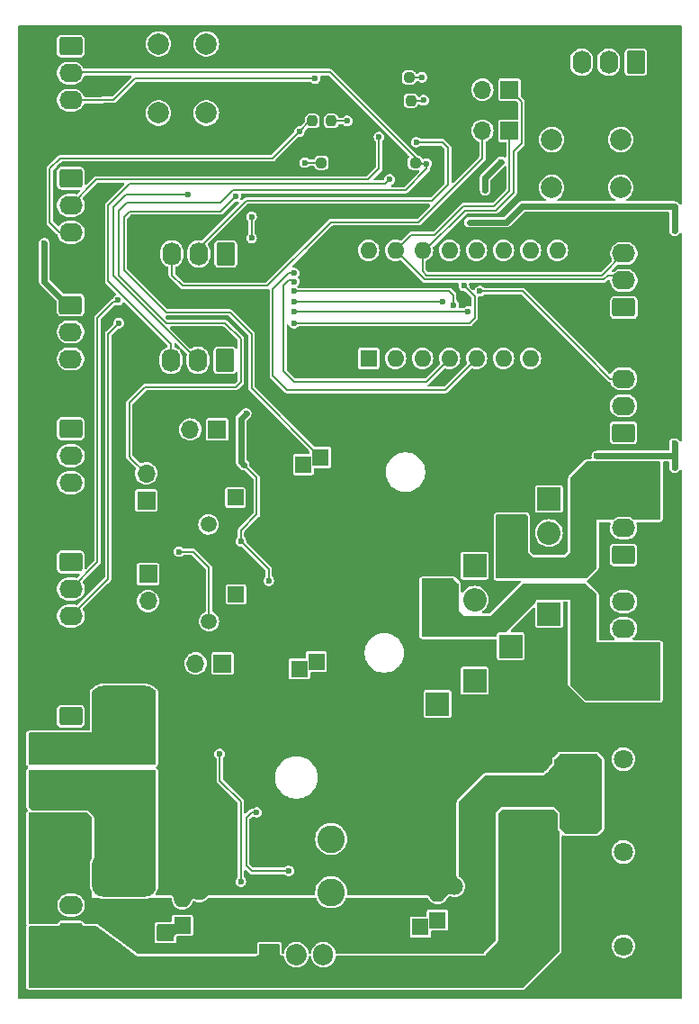
<source format=gbl>
G04 #@! TF.GenerationSoftware,KiCad,Pcbnew,8.0.0*
G04 #@! TF.CreationDate,2024-03-12T14:16:29+01:00*
G04 #@! TF.ProjectId,Samochodzik,53616d6f-6368-46f6-947a-696b2e6b6963,rev?*
G04 #@! TF.SameCoordinates,Original*
G04 #@! TF.FileFunction,Copper,L2,Bot*
G04 #@! TF.FilePolarity,Positive*
%FSLAX46Y46*%
G04 Gerber Fmt 4.6, Leading zero omitted, Abs format (unit mm)*
G04 Created by KiCad (PCBNEW 8.0.0) date 2024-03-12 14:16:29*
%MOMM*%
%LPD*%
G01*
G04 APERTURE LIST*
G04 Aperture macros list*
%AMRoundRect*
0 Rectangle with rounded corners*
0 $1 Rounding radius*
0 $2 $3 $4 $5 $6 $7 $8 $9 X,Y pos of 4 corners*
0 Add a 4 corners polygon primitive as box body*
4,1,4,$2,$3,$4,$5,$6,$7,$8,$9,$2,$3,0*
0 Add four circle primitives for the rounded corners*
1,1,$1+$1,$2,$3*
1,1,$1+$1,$4,$5*
1,1,$1+$1,$6,$7*
1,1,$1+$1,$8,$9*
0 Add four rect primitives between the rounded corners*
20,1,$1+$1,$2,$3,$4,$5,0*
20,1,$1+$1,$4,$5,$6,$7,0*
20,1,$1+$1,$6,$7,$8,$9,0*
20,1,$1+$1,$8,$9,$2,$3,0*%
G04 Aperture macros list end*
G04 #@! TA.AperFunction,ComponentPad*
%ADD10RoundRect,0.250000X0.845000X-0.620000X0.845000X0.620000X-0.845000X0.620000X-0.845000X-0.620000X0*%
G04 #@! TD*
G04 #@! TA.AperFunction,ComponentPad*
%ADD11O,2.190000X1.740000*%
G04 #@! TD*
G04 #@! TA.AperFunction,ComponentPad*
%ADD12R,1.700000X1.700000*%
G04 #@! TD*
G04 #@! TA.AperFunction,ComponentPad*
%ADD13O,1.700000X1.700000*%
G04 #@! TD*
G04 #@! TA.AperFunction,ComponentPad*
%ADD14R,1.600000X1.600000*%
G04 #@! TD*
G04 #@! TA.AperFunction,ComponentPad*
%ADD15C,1.600000*%
G04 #@! TD*
G04 #@! TA.AperFunction,ComponentPad*
%ADD16RoundRect,0.250000X-0.845000X0.620000X-0.845000X-0.620000X0.845000X-0.620000X0.845000X0.620000X0*%
G04 #@! TD*
G04 #@! TA.AperFunction,ComponentPad*
%ADD17R,1.500000X1.500000*%
G04 #@! TD*
G04 #@! TA.AperFunction,ComponentPad*
%ADD18C,1.500000*%
G04 #@! TD*
G04 #@! TA.AperFunction,ComponentPad*
%ADD19R,2.200000X2.200000*%
G04 #@! TD*
G04 #@! TA.AperFunction,ComponentPad*
%ADD20O,2.200000X2.200000*%
G04 #@! TD*
G04 #@! TA.AperFunction,ComponentPad*
%ADD21R,1.905000X2.000000*%
G04 #@! TD*
G04 #@! TA.AperFunction,ComponentPad*
%ADD22O,1.905000X2.000000*%
G04 #@! TD*
G04 #@! TA.AperFunction,ComponentPad*
%ADD23R,1.800000X1.800000*%
G04 #@! TD*
G04 #@! TA.AperFunction,ComponentPad*
%ADD24C,1.800000*%
G04 #@! TD*
G04 #@! TA.AperFunction,ComponentPad*
%ADD25RoundRect,0.250000X0.620000X0.845000X-0.620000X0.845000X-0.620000X-0.845000X0.620000X-0.845000X0*%
G04 #@! TD*
G04 #@! TA.AperFunction,ComponentPad*
%ADD26O,1.740000X2.190000*%
G04 #@! TD*
G04 #@! TA.AperFunction,ComponentPad*
%ADD27C,2.000000*%
G04 #@! TD*
G04 #@! TA.AperFunction,ComponentPad*
%ADD28O,1.600000X1.600000*%
G04 #@! TD*
G04 #@! TA.AperFunction,ComponentPad*
%ADD29C,2.600000*%
G04 #@! TD*
G04 #@! TA.AperFunction,SMDPad,CuDef*
%ADD30RoundRect,0.237500X-0.237500X0.250000X-0.237500X-0.250000X0.237500X-0.250000X0.237500X0.250000X0*%
G04 #@! TD*
G04 #@! TA.AperFunction,SMDPad,CuDef*
%ADD31RoundRect,0.237500X-0.250000X-0.237500X0.250000X-0.237500X0.250000X0.237500X-0.250000X0.237500X0*%
G04 #@! TD*
G04 #@! TA.AperFunction,SMDPad,CuDef*
%ADD32RoundRect,0.687500X1.437500X0.687500X-1.437500X0.687500X-1.437500X-0.687500X1.437500X-0.687500X0*%
G04 #@! TD*
G04 #@! TA.AperFunction,SMDPad,CuDef*
%ADD33RoundRect,0.687500X-0.687500X1.437500X-0.687500X-1.437500X0.687500X-1.437500X0.687500X1.437500X0*%
G04 #@! TD*
G04 #@! TA.AperFunction,SMDPad,CuDef*
%ADD34RoundRect,1.000000X2.000000X1.000000X-2.000000X1.000000X-2.000000X-1.000000X2.000000X-1.000000X0*%
G04 #@! TD*
G04 #@! TA.AperFunction,SMDPad,CuDef*
%ADD35RoundRect,0.237500X0.250000X0.237500X-0.250000X0.237500X-0.250000X-0.237500X0.250000X-0.237500X0*%
G04 #@! TD*
G04 #@! TA.AperFunction,ViaPad*
%ADD36C,0.600000*%
G04 #@! TD*
G04 #@! TA.AperFunction,ViaPad*
%ADD37C,0.500000*%
G04 #@! TD*
G04 #@! TA.AperFunction,Conductor*
%ADD38C,0.600000*%
G04 #@! TD*
G04 #@! TA.AperFunction,Conductor*
%ADD39C,0.200000*%
G04 #@! TD*
G04 APERTURE END LIST*
D10*
G04 #@! TO.P,J20,1,Pin_1*
G04 #@! TO.N,+5V*
X243020000Y-86310000D03*
D11*
G04 #@! TO.P,J20,2,Pin_2*
G04 #@! TO.N,/P4*
X243020000Y-83770000D03*
G04 #@! TO.P,J20,3,Pin_3*
G04 #@! TO.N,/P5*
X243020000Y-81230000D03*
G04 #@! TO.P,J20,4,Pin_4*
G04 #@! TO.N,GND*
X243020000Y-78690000D03*
G04 #@! TD*
D10*
G04 #@! TO.P,J1,1,Pin_1*
G04 #@! TO.N,Net-(D1-K)*
X243020000Y-109810000D03*
D11*
G04 #@! TO.P,J1,2,Pin_2*
X243020000Y-107270000D03*
G04 #@! TO.P,J1,3,Pin_3*
G04 #@! TO.N,Net-(D2-K)*
X243020000Y-104730000D03*
G04 #@! TO.P,J1,4,Pin_4*
X243020000Y-102190000D03*
G04 #@! TD*
D12*
G04 #@! TO.P,J11,1,Pin_1*
G04 #@! TO.N,/SCL*
X232275000Y-54062500D03*
D13*
G04 #@! TO.P,J11,2,Pin_2*
G04 #@! TO.N,/GPIO5*
X229735000Y-54062500D03*
G04 #@! TD*
D14*
G04 #@! TO.P,C2,1*
G04 #@! TO.N,+5V*
X223900000Y-132788614D03*
X225500000Y-132117677D03*
D15*
G04 #@! TO.P,C2,2*
G04 #@! TO.N,GND*
X225500000Y-129617677D03*
X227100000Y-128946740D03*
G04 #@! TD*
D16*
G04 #@! TO.P,J4,1,Pin_1*
G04 #@! TO.N,Net-(J3-Pin_2)*
X191000000Y-112960000D03*
D11*
G04 #@! TO.P,J4,2,Pin_2*
G04 #@! TO.N,Net-(J4-Pin_2)*
X191000000Y-115500000D03*
G04 #@! TD*
D16*
G04 #@! TO.P,J19,1,Pin_1*
G04 #@! TO.N,+5V*
X191000000Y-85920000D03*
D11*
G04 #@! TO.P,J19,2,Pin_2*
G04 #@! TO.N,/P2*
X191000000Y-88460000D03*
G04 #@! TO.P,J19,3,Pin_3*
G04 #@! TO.N,/P3*
X191000000Y-91000000D03*
G04 #@! TO.P,J19,4,Pin_4*
G04 #@! TO.N,GND*
X191000000Y-93540000D03*
G04 #@! TD*
D12*
G04 #@! TO.P,J15,1,Pin_1*
G04 #@! TO.N,/PWMB*
X204775000Y-86000000D03*
D13*
G04 #@! TO.P,J15,2,Pin_2*
G04 #@! TO.N,/GPIO13*
X202235000Y-86000000D03*
G04 #@! TD*
D17*
G04 #@! TO.P,Q1,1,C*
G04 #@! TO.N,/BRIDGE1_A2*
X206543635Y-101499693D03*
D18*
G04 #@! TO.P,Q1,2,B*
G04 #@! TO.N,/DIR1_B*
X204003635Y-104039693D03*
G04 #@! TO.P,Q1,3,E*
G04 #@! TO.N,GND*
X201463635Y-101499693D03*
G04 #@! TD*
D19*
G04 #@! TO.P,D1,1,K*
G04 #@! TO.N,Net-(D1-K)*
X225500000Y-101310000D03*
D20*
G04 #@! TO.P,D1,2,A*
G04 #@! TO.N,GND*
X225500000Y-93690000D03*
G04 #@! TD*
D21*
G04 #@! TO.P,U7,1,IN*
G04 #@! TO.N,+VBAT*
X209688589Y-135368785D03*
D22*
G04 #@! TO.P,U7,2,GND*
G04 #@! TO.N,GND*
X212228589Y-135368785D03*
G04 #@! TO.P,U7,3,OUT*
G04 #@! TO.N,+5V*
X214768589Y-135368785D03*
G04 #@! TD*
D12*
G04 #@! TO.P,J7,1,Pin_1*
G04 #@! TO.N,/SDA*
X232275000Y-57912500D03*
D13*
G04 #@! TO.P,J7,2,Pin_2*
G04 #@! TO.N,/GPIO4*
X229735000Y-57912500D03*
G04 #@! TD*
D14*
G04 #@! TO.P,C17,1*
G04 #@! TO.N,+VBAT*
X212900000Y-89288614D03*
X214500000Y-88617677D03*
D15*
G04 #@! TO.P,C17,2*
G04 #@! TO.N,GND*
X214500000Y-86117677D03*
X216100000Y-85446740D03*
G04 #@! TD*
D23*
G04 #@! TO.P,D11,1,K*
G04 #@! TO.N,GND*
X243000000Y-114460000D03*
D24*
G04 #@! TO.P,D11,2,A*
G04 #@! TO.N,Net-(D11-A)*
X243000000Y-117000000D03*
G04 #@! TD*
D12*
G04 #@! TO.P,J13,1,Pin_1*
G04 #@! TO.N,/PWMA*
X205275000Y-108000000D03*
D13*
G04 #@! TO.P,J13,2,Pin_2*
G04 #@! TO.N,/GPIO12*
X202735000Y-108000000D03*
G04 #@! TD*
D19*
G04 #@! TO.P,D8,1,K*
G04 #@! TO.N,+VBAT*
X232400000Y-106381827D03*
D20*
G04 #@! TO.P,D8,2,A*
G04 #@! TO.N,Net-(D4-K)*
X232400000Y-98761827D03*
G04 #@! TD*
D19*
G04 #@! TO.P,D3,1,K*
G04 #@! TO.N,Net-(D3-K)*
X236000000Y-92535000D03*
D20*
G04 #@! TO.P,D3,2,A*
G04 #@! TO.N,GND*
X236000000Y-84915000D03*
G04 #@! TD*
D23*
G04 #@! TO.P,D10,1,K*
G04 #@! TO.N,GND*
X243000000Y-123185000D03*
D24*
G04 #@! TO.P,D10,2,A*
G04 #@! TO.N,Net-(D10-A)*
X243000000Y-125725000D03*
G04 #@! TD*
D10*
G04 #@! TO.P,J2,1,Pin_1*
G04 #@! TO.N,Net-(D3-K)*
X243020000Y-97810000D03*
D11*
G04 #@! TO.P,J2,2,Pin_2*
X243020000Y-95270000D03*
G04 #@! TO.P,J2,3,Pin_3*
G04 #@! TO.N,Net-(D4-K)*
X243020000Y-92730000D03*
G04 #@! TO.P,J2,4,Pin_4*
X243020000Y-90190000D03*
G04 #@! TD*
D17*
G04 #@! TO.P,Q2,1,C*
G04 #@! TO.N,/BRIDGE1_B2*
X206486965Y-92397963D03*
D18*
G04 #@! TO.P,Q2,2,B*
G04 #@! TO.N,/DIR2_B*
X203946965Y-94937963D03*
G04 #@! TO.P,Q2,3,E*
G04 #@! TO.N,GND*
X201406965Y-92397963D03*
G04 #@! TD*
D23*
G04 #@! TO.P,D9,1,K*
G04 #@! TO.N,GND*
X243013249Y-132037500D03*
D24*
G04 #@! TO.P,D9,2,A*
G04 #@! TO.N,Net-(D9-A)*
X243013249Y-134577500D03*
G04 #@! TD*
D25*
G04 #@! TO.P,J5,1,Pin_1*
G04 #@! TO.N,+5V*
X205580000Y-69500000D03*
D26*
G04 #@! TO.P,J5,2,Pin_2*
G04 #@! TO.N,/GPIO2*
X203040000Y-69500000D03*
G04 #@! TO.P,J5,3,Pin_3*
G04 #@! TO.N,/GPIO4*
X200500000Y-69500000D03*
G04 #@! TO.P,J5,4,Pin_4*
G04 #@! TO.N,GND*
X197960000Y-69500000D03*
G04 #@! TD*
D14*
G04 #@! TO.P,C4,1*
G04 #@! TO.N,+VBAT*
X199900000Y-133288614D03*
X201500000Y-132617677D03*
D15*
G04 #@! TO.P,C4,2*
G04 #@! TO.N,GND*
X201500000Y-130117677D03*
X203100000Y-129446740D03*
G04 #@! TD*
D16*
G04 #@! TO.P,J21,1,Pin_1*
G04 #@! TO.N,+5V*
X191000000Y-98460000D03*
D11*
G04 #@! TO.P,J21,2,Pin_2*
G04 #@! TO.N,/P6*
X191000000Y-101000000D03*
G04 #@! TO.P,J21,3,Pin_3*
G04 #@! TO.N,/P7*
X191000000Y-103540000D03*
G04 #@! TO.P,J21,4,Pin_4*
G04 #@! TO.N,GND*
X191000000Y-106080000D03*
G04 #@! TD*
D19*
G04 #@! TO.P,D6,1,K*
G04 #@! TO.N,+VBAT*
X229000000Y-109620000D03*
D20*
G04 #@! TO.P,D6,2,A*
G04 #@! TO.N,Net-(D2-K)*
X229000000Y-102000000D03*
G04 #@! TD*
D16*
G04 #@! TO.P,J12,1,Pin_1*
G04 #@! TO.N,+5V*
X190980000Y-49960000D03*
D11*
G04 #@! TO.P,J12,2,Pin_2*
G04 #@! TO.N,/GPIO15*
X190980000Y-52500000D03*
G04 #@! TO.P,J12,3,Pin_3*
G04 #@! TO.N,/GPIO16*
X190980000Y-55040000D03*
G04 #@! TO.P,J12,4,Pin_4*
G04 #@! TO.N,GND*
X190980000Y-57580000D03*
G04 #@! TD*
D27*
G04 #@! TO.P,SW2,1,1*
G04 #@! TO.N,Net-(U1-GPIO0)*
X236250000Y-58750000D03*
X242750000Y-58750000D03*
G04 #@! TO.P,SW2,2,2*
G04 #@! TO.N,Net-(C10-Pad2)*
X236250000Y-63250000D03*
X242750000Y-63250000D03*
G04 #@! TD*
D16*
G04 #@! TO.P,J16,1,Pin_1*
G04 #@! TO.N,+5V*
X190970395Y-74290910D03*
D11*
G04 #@! TO.P,J16,2,Pin_2*
G04 #@! TO.N,/P0*
X190970395Y-76830910D03*
G04 #@! TO.P,J16,3,Pin_3*
G04 #@! TO.N,/P1*
X190970395Y-79370910D03*
G04 #@! TO.P,J16,4,Pin_4*
G04 #@! TO.N,GND*
X190970395Y-81910910D03*
G04 #@! TD*
D25*
G04 #@! TO.P,J8,1,Pin_1*
G04 #@! TO.N,+5V*
X244162160Y-51480000D03*
D26*
G04 #@! TO.P,J8,2,Pin_2*
G04 #@! TO.N,/TXD*
X241622160Y-51480000D03*
G04 #@! TO.P,J8,3,Pin_3*
G04 #@! TO.N,/RXD*
X239082160Y-51480000D03*
G04 #@! TO.P,J8,4,Pin_4*
G04 #@! TO.N,GND*
X236542160Y-51480000D03*
G04 #@! TD*
D16*
G04 #@! TO.P,J3,1,Pin_1*
G04 #@! TO.N,Net-(J3-Pin_1)*
X191000000Y-120460000D03*
D11*
G04 #@! TO.P,J3,2,Pin_2*
G04 #@! TO.N,Net-(J3-Pin_2)*
X191000000Y-123000000D03*
G04 #@! TD*
D27*
G04 #@! TO.P,SW1,1,1*
G04 #@! TO.N,Net-(R16-Pad1)*
X199250000Y-56250000D03*
X199250000Y-49750000D03*
G04 #@! TO.P,SW1,2,2*
G04 #@! TO.N,Net-(U1-~{RST})*
X203750000Y-56250000D03*
X203750000Y-49750000D03*
G04 #@! TD*
D19*
G04 #@! TO.P,D4,1,K*
G04 #@! TO.N,Net-(D4-K)*
X232449935Y-95726735D03*
D20*
G04 #@! TO.P,D4,2,A*
G04 #@! TO.N,GND*
X232449935Y-88106735D03*
G04 #@! TD*
D14*
G04 #@! TO.P,U2,1,A0*
G04 #@! TO.N,/A0*
X219025000Y-79325000D03*
D28*
G04 #@! TO.P,U2,2,A1*
G04 #@! TO.N,/A1*
X221565000Y-79325000D03*
G04 #@! TO.P,U2,3,A2*
G04 #@! TO.N,/A2*
X224105000Y-79325000D03*
G04 #@! TO.P,U2,4,P0*
G04 #@! TO.N,/P0*
X226645000Y-79325000D03*
G04 #@! TO.P,U2,5,P1*
G04 #@! TO.N,/P1*
X229185000Y-79325000D03*
G04 #@! TO.P,U2,6,P2*
G04 #@! TO.N,/P2*
X231725000Y-79325000D03*
G04 #@! TO.P,U2,7,P3*
G04 #@! TO.N,/P3*
X234265000Y-79325000D03*
G04 #@! TO.P,U2,8,VSS*
G04 #@! TO.N,GND*
X236805000Y-79325000D03*
G04 #@! TO.P,U2,9,P4*
G04 #@! TO.N,/P4*
X236805000Y-69165000D03*
G04 #@! TO.P,U2,10,P5*
G04 #@! TO.N,/P5*
X234265000Y-69165000D03*
G04 #@! TO.P,U2,11,P6*
G04 #@! TO.N,/P6*
X231725000Y-69165000D03*
G04 #@! TO.P,U2,12,P7*
G04 #@! TO.N,/P7*
X229185000Y-69165000D03*
G04 #@! TO.P,U2,13,~{INT}*
G04 #@! TO.N,unconnected-(U2-~{INT}-Pad13)*
X226645000Y-69165000D03*
G04 #@! TO.P,U2,14,SCL*
G04 #@! TO.N,/SCL*
X224105000Y-69165000D03*
G04 #@! TO.P,U2,15,SDA*
G04 #@! TO.N,/SDA*
X221565000Y-69165000D03*
G04 #@! TO.P,U2,16,VDD*
G04 #@! TO.N,3v3*
X219025000Y-69165000D03*
G04 #@! TD*
D19*
G04 #@! TO.P,D5,1,K*
G04 #@! TO.N,+VBAT*
X225500000Y-111810000D03*
D20*
G04 #@! TO.P,D5,2,A*
G04 #@! TO.N,Net-(D1-K)*
X225500000Y-104190000D03*
G04 #@! TD*
D12*
G04 #@! TO.P,J18,1,Pin_1*
G04 #@! TO.N,/BRIDGE1_B1*
X198093709Y-92675000D03*
D13*
G04 #@! TO.P,J18,2,Pin_2*
G04 #@! TO.N,/GPIO15*
X198093709Y-90135000D03*
G04 #@! TD*
D12*
G04 #@! TO.P,J17,1,Pin_1*
G04 #@! TO.N,/BRIDGE1_A1*
X198260579Y-99586636D03*
D13*
G04 #@! TO.P,J17,2,Pin_2*
G04 #@! TO.N,/GPIO14*
X198260579Y-102126636D03*
G04 #@! TD*
D16*
G04 #@! TO.P,J6,1,Pin_1*
G04 #@! TO.N,+5V*
X191000000Y-62380000D03*
D11*
G04 #@! TO.P,J6,2,Pin_2*
G04 #@! TO.N,/GPIO5*
X191000000Y-64920000D03*
G04 #@! TO.P,J6,3,Pin_3*
G04 #@! TO.N,/GPIO12*
X191000000Y-67460000D03*
G04 #@! TO.P,J6,4,Pin_4*
G04 #@! TO.N,GND*
X191000000Y-70000000D03*
G04 #@! TD*
D29*
G04 #@! TO.P,L2,1,1*
G04 #@! TO.N,Net-(U4-SW)*
X215500000Y-124500000D03*
G04 #@! TO.P,L2,2,2*
G04 #@! TO.N,+5V*
X215500000Y-129500000D03*
G04 #@! TD*
D10*
G04 #@! TO.P,J9,1,Pin_1*
G04 #@! TO.N,+5V*
X243040000Y-74540000D03*
D11*
G04 #@! TO.P,J9,2,Pin_2*
G04 #@! TO.N,/SDA*
X243040000Y-72000000D03*
G04 #@! TO.P,J9,3,Pin_3*
G04 #@! TO.N,/SCL*
X243040000Y-69460000D03*
G04 #@! TO.P,J9,4,Pin_4*
G04 #@! TO.N,GND*
X243040000Y-66920000D03*
G04 #@! TD*
D10*
G04 #@! TO.P,J14,1,Pin_1*
G04 #@! TO.N,+VBAT*
X191020000Y-133250000D03*
D11*
G04 #@! TO.P,J14,2,Pin_2*
G04 #@! TO.N,GND*
X191020000Y-130710000D03*
G04 #@! TD*
D19*
G04 #@! TO.P,D2,1,K*
G04 #@! TO.N,Net-(D2-K)*
X229000000Y-98810000D03*
D20*
G04 #@! TO.P,D2,2,A*
G04 #@! TO.N,GND*
X229000000Y-91190000D03*
G04 #@! TD*
D25*
G04 #@! TO.P,J10,1,Pin_1*
G04 #@! TO.N,+5V*
X205500000Y-79500000D03*
D26*
G04 #@! TO.P,J10,2,Pin_2*
G04 #@! TO.N,/GPIO13*
X202960000Y-79500000D03*
G04 #@! TO.P,J10,3,Pin_3*
G04 #@! TO.N,/GPIO14*
X200420000Y-79500000D03*
G04 #@! TO.P,J10,4,Pin_4*
G04 #@! TO.N,GND*
X197880000Y-79500000D03*
G04 #@! TD*
D14*
G04 #@! TO.P,C18,1*
G04 #@! TO.N,+VBAT*
X214100000Y-107829063D03*
X212500000Y-108500000D03*
D15*
G04 #@! TO.P,C18,2*
G04 #@! TO.N,GND*
X212500000Y-111000000D03*
X210900000Y-111670937D03*
G04 #@! TD*
D19*
G04 #@! TO.P,D7,1,K*
G04 #@! TO.N,+VBAT*
X236000000Y-103345000D03*
D20*
G04 #@! TO.P,D7,2,A*
G04 #@! TO.N,Net-(D3-K)*
X236000000Y-95725000D03*
G04 #@! TD*
D30*
G04 #@! TO.P,R6,1*
G04 #@! TO.N,/GPIO12*
X213724336Y-56999716D03*
G04 #@! TO.P,R6,2*
G04 #@! TO.N,GND*
X213724336Y-58824716D03*
G04 #@! TD*
G04 #@! TO.P,R4,1*
G04 #@! TO.N,/GPIO4*
X223000000Y-55087500D03*
G04 #@! TO.P,R4,2*
G04 #@! TO.N,GND*
X223000000Y-56912500D03*
G04 #@! TD*
D31*
G04 #@! TO.P,R7,1*
G04 #@! TO.N,/GPIO13*
X214587500Y-60912500D03*
G04 #@! TO.P,R7,2*
G04 #@! TO.N,GND*
X216412500Y-60912500D03*
G04 #@! TD*
D32*
G04 #@! TO.P,U3,1,V+*
G04 #@! TO.N,+VBAT*
X233900000Y-123200000D03*
G04 #@! TO.P,U3,2,V-*
G04 #@! TO.N,GND*
X233900000Y-116800000D03*
D33*
G04 #@! TO.P,U3,3,4V2*
G04 #@! TO.N,Net-(J3-Pin_2)*
X238900000Y-120000000D03*
D34*
G04 #@! TO.P,U3,4,8V4*
G04 #@! TO.N,Net-(J3-Pin_1)*
X196000000Y-127900000D03*
G04 #@! TO.P,U3,5,0V*
G04 #@! TO.N,Net-(J4-Pin_2)*
X196000000Y-112100000D03*
G04 #@! TD*
D30*
G04 #@! TO.P,R8,1*
G04 #@! TO.N,/GPIO14*
X215500000Y-57000000D03*
G04 #@! TO.P,R8,2*
G04 #@! TO.N,GND*
X215500000Y-58825000D03*
G04 #@! TD*
D35*
G04 #@! TO.P,R5,1*
G04 #@! TO.N,/GPIO5*
X222825000Y-52912500D03*
G04 #@! TO.P,R5,2*
G04 #@! TO.N,GND*
X221000000Y-52912500D03*
G04 #@! TD*
G04 #@! TO.P,R9,1*
G04 #@! TO.N,/GPIO15*
X223412500Y-60912500D03*
G04 #@! TO.P,R9,2*
G04 #@! TO.N,GND*
X221587500Y-60912500D03*
G04 #@! TD*
D36*
G04 #@! TO.N,GND*
X192500000Y-94500000D03*
X189000000Y-81000000D03*
X189500000Y-69000000D03*
X193000000Y-70500000D03*
X190000000Y-59500000D03*
X191000000Y-59500000D03*
X192000000Y-59500000D03*
X238500000Y-53500000D03*
X237500000Y-54000000D03*
X236500000Y-53500000D03*
X234500000Y-81000000D03*
X235500000Y-81000000D03*
X237000000Y-81000000D03*
X238000000Y-81000000D03*
X241000000Y-76500000D03*
X242000000Y-76500000D03*
X244000000Y-76500000D03*
X245000000Y-76500000D03*
X247500000Y-133000000D03*
X247000000Y-134000000D03*
X247500000Y-135000000D03*
X247000000Y-136000000D03*
X247500000Y-115000000D03*
X247000000Y-116000000D03*
X247500000Y-117000000D03*
X247000000Y-118000000D03*
X247500000Y-124000000D03*
X247000000Y-125000000D03*
X247500000Y-126000000D03*
X247000000Y-127000000D03*
X187500000Y-108500000D03*
X189000000Y-109000000D03*
X190500000Y-108500000D03*
X192000000Y-109000000D03*
X193500000Y-108500000D03*
X195000000Y-109000000D03*
X196500000Y-108500000D03*
X203500000Y-97000000D03*
X205500000Y-97000000D03*
G04 #@! TO.N,+5V*
X188500000Y-68500000D03*
X188500000Y-70500000D03*
X188500000Y-69500000D03*
G04 #@! TO.N,GND*
X204500000Y-90000000D03*
X213000000Y-128000000D03*
X198500000Y-88000000D03*
X218500000Y-99000000D03*
X205500000Y-94000000D03*
X205726986Y-95114280D03*
X197500000Y-87000000D03*
X217500000Y-98000000D03*
D37*
X218000000Y-67500000D03*
D36*
X199500000Y-87000000D03*
X212500000Y-129000000D03*
D37*
X219000000Y-71000000D03*
D36*
X206500000Y-94000000D03*
X204500000Y-89000000D03*
X213000000Y-126000000D03*
X210000000Y-96500000D03*
X217500000Y-100000000D03*
X201500000Y-95000000D03*
X212500000Y-65500000D03*
X205500000Y-89500000D03*
X217500000Y-96000000D03*
D37*
X217000000Y-67500000D03*
D36*
X218500000Y-95000000D03*
X211500000Y-65500000D03*
D37*
X219500000Y-72000000D03*
D36*
X214000000Y-127000000D03*
X218500000Y-97000000D03*
X213500000Y-66500000D03*
D37*
X218000000Y-71000000D03*
D36*
X200500000Y-94000000D03*
X213500000Y-67500000D03*
D37*
X216000000Y-67500000D03*
D36*
X211000000Y-97500000D03*
D37*
X218500000Y-72000000D03*
D36*
G04 #@! TO.N,+VBAT*
X206500000Y-64100000D03*
G04 #@! TO.N,Net-(U4-VBST)*
X208500000Y-122000000D03*
X211500000Y-127500000D03*
G04 #@! TO.N,Net-(U4-VFB)*
X205000000Y-116496658D03*
X207000000Y-128500000D03*
G04 #@! TO.N,3v3*
X240500000Y-88500000D03*
X241500000Y-88500000D03*
X247829078Y-89592341D03*
X207000000Y-96500000D03*
X230000000Y-63500000D03*
D37*
X230500000Y-66500000D03*
X229500000Y-66500000D03*
D36*
X242500000Y-88500000D03*
X209622046Y-100215252D03*
X247800000Y-87300000D03*
X207500000Y-84500000D03*
X247829078Y-88056641D03*
X247831630Y-66557398D03*
D37*
X228500000Y-66500000D03*
D36*
X243500000Y-88500000D03*
X247831630Y-67325248D03*
X247829078Y-88824491D03*
X247831630Y-65789548D03*
X207307481Y-89334661D03*
X244500000Y-88500000D03*
X247802552Y-65032907D03*
X231482527Y-60824716D03*
G04 #@! TO.N,/GPIO4*
X224202271Y-55058165D03*
G04 #@! TO.N,/GPIO2*
X223500000Y-59000000D03*
G04 #@! TO.N,/GPIO5*
X220000000Y-58500000D03*
X224070595Y-52885512D03*
G04 #@! TO.N,/GPIO12*
X212500000Y-58000000D03*
G04 #@! TO.N,/GPIO13*
X208000000Y-68000000D03*
X202000000Y-63950000D03*
X208000000Y-66000000D03*
X213000000Y-60912500D03*
G04 #@! TO.N,/GPIO14*
X217000000Y-57000000D03*
X221000000Y-62500000D03*
G04 #@! TO.N,/GPIO16*
X214000000Y-53000000D03*
G04 #@! TO.N,/GPIO15*
X224500000Y-61000000D03*
G04 #@! TO.N,/P1*
X212000000Y-71297728D03*
G04 #@! TO.N,/P0*
X212000000Y-72102414D03*
G04 #@! TO.N,/P3*
X212000000Y-74900000D03*
X228400000Y-74900000D03*
G04 #@! TO.N,/P2*
X227000000Y-74300000D03*
X212000000Y-73000000D03*
G04 #@! TO.N,/P5*
X229500000Y-73000000D03*
G04 #@! TO.N,/P7*
X228000000Y-72500000D03*
X212000000Y-76000000D03*
X195500000Y-76000000D03*
G04 #@! TO.N,/P6*
X226000000Y-74000000D03*
X195435383Y-73859729D03*
X212000000Y-74000000D03*
G04 #@! TO.N,/DIR1_B*
X201183685Y-97487101D03*
G04 #@! TD*
D38*
G04 #@! TO.N,+5V*
X188500000Y-69500000D02*
X188500000Y-68500000D01*
X188500000Y-72100000D02*
X190690910Y-74290910D01*
X188500000Y-70500000D02*
X188500000Y-72100000D01*
X188500000Y-70500000D02*
X188500000Y-69500000D01*
X190690910Y-74290910D02*
X190970395Y-74290910D01*
D39*
G04 #@! TO.N,+VBAT*
X196000000Y-71000000D02*
X200000000Y-75000000D01*
X206500000Y-64100000D02*
X205100000Y-65500000D01*
X196500000Y-65500000D02*
X196000000Y-66000000D01*
X208000000Y-82117677D02*
X214500000Y-88617677D01*
X200000000Y-75000000D02*
X206000000Y-75000000D01*
X208000000Y-77000000D02*
X208000000Y-82117677D01*
X206000000Y-75000000D02*
X208000000Y-77000000D01*
X205100000Y-65500000D02*
X196500000Y-65500000D01*
X196000000Y-66000000D02*
X196000000Y-71000000D01*
G04 #@! TO.N,Net-(U4-VBST)*
X208000000Y-127500000D02*
X207500000Y-127000000D01*
X211500000Y-127500000D02*
X208000000Y-127500000D01*
X207500000Y-122500000D02*
X208000000Y-122000000D01*
X208000000Y-122000000D02*
X208500000Y-122000000D01*
X207500000Y-126500000D02*
X207500000Y-122500000D01*
X207500000Y-127000000D02*
X207500000Y-126500000D01*
G04 #@! TO.N,Net-(U4-VFB)*
X207000000Y-121000000D02*
X205000000Y-119000000D01*
X207000000Y-128500000D02*
X207000000Y-121000000D01*
X205000000Y-119000000D02*
X205000000Y-116496658D01*
D38*
G04 #@! TO.N,3v3*
X232000000Y-66500000D02*
X231000000Y-66500000D01*
X241500000Y-88500000D02*
X240500000Y-88500000D01*
X231000000Y-66500000D02*
X229500000Y-66500000D01*
X247829078Y-87329078D02*
X247800000Y-87300000D01*
D39*
X208500000Y-90527180D02*
X208500000Y-94000000D01*
X209622046Y-99122046D02*
X207000000Y-96500000D01*
D38*
X207500000Y-84500000D02*
X207000000Y-85000000D01*
X247831630Y-65061985D02*
X247802552Y-65032907D01*
X229000000Y-66500000D02*
X228500000Y-66500000D01*
D39*
X207307481Y-89334661D02*
X208500000Y-90527180D01*
D38*
X229500000Y-66500000D02*
X229000000Y-66500000D01*
X247829078Y-88500000D02*
X244500000Y-88500000D01*
X207000000Y-89027180D02*
X207307481Y-89334661D01*
X242500000Y-88500000D02*
X241500000Y-88500000D01*
X243500000Y-88500000D02*
X242677412Y-88500000D01*
X247829078Y-88500000D02*
X247829078Y-87329078D01*
X230000000Y-63500000D02*
X230000000Y-62307243D01*
D39*
X208500000Y-94000000D02*
X207000000Y-95500000D01*
D38*
X247829078Y-89592341D02*
X247829078Y-88500000D01*
X233467093Y-65032907D02*
X232000000Y-66500000D01*
X242677412Y-88500000D02*
X242500000Y-88500000D01*
X230000000Y-62307243D02*
X231482527Y-60824716D01*
X247802552Y-65032907D02*
X233467093Y-65032907D01*
X207000000Y-85000000D02*
X207000000Y-89027180D01*
D39*
X207000000Y-95500000D02*
X207000000Y-96500000D01*
D38*
X244500000Y-88500000D02*
X243500000Y-88500000D01*
D39*
X209622046Y-100215252D02*
X209622046Y-99122046D01*
D38*
X247831630Y-67325248D02*
X247831630Y-65061985D01*
D39*
G04 #@! TO.N,/GPIO4*
X200500000Y-71500000D02*
X201500000Y-72500000D01*
X223000000Y-55087500D02*
X224172936Y-55087500D01*
X201500000Y-72500000D02*
X209500000Y-72500000D01*
X200500000Y-69500000D02*
X200500000Y-71500000D01*
X229735000Y-60499804D02*
X229735000Y-57912500D01*
X209500000Y-72500000D02*
X215500000Y-66500000D01*
X224172936Y-55087500D02*
X224202271Y-55058165D01*
X215500000Y-66500000D02*
X223734804Y-66500000D01*
X223734804Y-66500000D02*
X229735000Y-60499804D01*
G04 #@! TO.N,/GPIO2*
X203040000Y-69500000D02*
X203040000Y-68960000D01*
X225000000Y-64500000D02*
X226500000Y-63000000D01*
X207500000Y-64500000D02*
X225000000Y-64500000D01*
X226500000Y-59500000D02*
X226000000Y-59000000D01*
X226000000Y-59000000D02*
X223500000Y-59000000D01*
X203040000Y-68960000D02*
X207500000Y-64500000D01*
X226500000Y-63000000D02*
X226500000Y-59500000D01*
G04 #@! TO.N,/GPIO5*
X220000000Y-61500000D02*
X220000000Y-58500000D01*
X219000000Y-62500000D02*
X220000000Y-61500000D01*
X222825000Y-52912500D02*
X224043607Y-52912500D01*
X193420000Y-62500000D02*
X219000000Y-62500000D01*
X191000000Y-64920000D02*
X193420000Y-62500000D01*
X224043607Y-52912500D02*
X224070595Y-52885512D01*
G04 #@! TO.N,/GPIO12*
X190000000Y-60500000D02*
X210000000Y-60500000D01*
X210000000Y-60500000D02*
X212500000Y-58000000D01*
X191000000Y-67460000D02*
X189960000Y-67460000D01*
X189000000Y-61500000D02*
X190000000Y-60500000D01*
X213500000Y-57000000D02*
X212500000Y-58000000D01*
X189960000Y-67460000D02*
X189000000Y-66500000D01*
X189000000Y-66500000D02*
X189000000Y-61500000D01*
G04 #@! TO.N,/SCL*
X224105000Y-69165000D02*
X224335000Y-69165000D01*
X224335000Y-69165000D02*
X228100000Y-65400000D01*
X230980923Y-65400000D02*
X232675000Y-63705923D01*
X224500000Y-71500000D02*
X241000000Y-71500000D01*
X224105000Y-69165000D02*
X224105000Y-71105000D01*
X233425000Y-55212500D02*
X232275000Y-54062500D01*
X233425000Y-59062500D02*
X233425000Y-55212500D01*
X241000000Y-71500000D02*
X243040000Y-69460000D01*
X228100000Y-65400000D02*
X230980923Y-65400000D01*
X232675000Y-59812500D02*
X233425000Y-59062500D01*
X224105000Y-71105000D02*
X224500000Y-71500000D01*
X232675000Y-63705923D02*
X232675000Y-59812500D01*
G04 #@! TO.N,/SDA*
X230815237Y-65000000D02*
X227934314Y-65000000D01*
X223010541Y-67719459D02*
X221565000Y-69165000D01*
X242540000Y-71500000D02*
X241565686Y-71500000D01*
X241565686Y-71500000D02*
X241165685Y-71900000D01*
X232275000Y-63540237D02*
X230815237Y-65000000D01*
X232275000Y-57912500D02*
X232275000Y-63540237D01*
X225214855Y-67719459D02*
X223010541Y-67719459D01*
X241165685Y-71900000D02*
X224300000Y-71900000D01*
X227934314Y-65000000D02*
X225214855Y-67719459D01*
X224300000Y-71900000D02*
X221565000Y-69165000D01*
X243040000Y-72000000D02*
X242540000Y-71500000D01*
G04 #@! TO.N,/GPIO13*
X202934314Y-79500000D02*
X202960000Y-79500000D01*
X195000000Y-65131630D02*
X195000000Y-71565686D01*
X208000000Y-66000000D02*
X208000000Y-68000000D01*
X195000000Y-71565686D02*
X202934314Y-79500000D01*
X202000000Y-63950000D02*
X196181630Y-63950000D01*
X213000000Y-60912500D02*
X214587500Y-60912500D01*
X196181630Y-63950000D02*
X195000000Y-65131630D01*
G04 #@! TO.N,/GPIO14*
X200420000Y-77995817D02*
X194500000Y-72075817D01*
X196534314Y-62900000D02*
X220600000Y-62900000D01*
X200420000Y-79500000D02*
X200420000Y-77995817D01*
X194500000Y-72075817D02*
X194500000Y-64934314D01*
X194500000Y-64934314D02*
X196534314Y-62900000D01*
X215500000Y-57000000D02*
X217000000Y-57000000D01*
X220600000Y-62900000D02*
X221000000Y-62500000D01*
G04 #@! TO.N,/GPIO16*
X195000000Y-55000000D02*
X194000000Y-55000000D01*
X194000000Y-55000000D02*
X193960000Y-55040000D01*
X197000000Y-53000000D02*
X195000000Y-55000000D01*
X193960000Y-55040000D02*
X190980000Y-55040000D01*
X214000000Y-53000000D02*
X197000000Y-53000000D01*
G04 #@! TO.N,/GPIO15*
X207000000Y-81500000D02*
X206500000Y-82000000D01*
X196729354Y-88770646D02*
X196500000Y-88541291D01*
X224500000Y-61000000D02*
X223500000Y-61000000D01*
X213100142Y-52400142D02*
X215400142Y-52400142D01*
X213100000Y-52400000D02*
X213100142Y-52400142D01*
X215400142Y-52400142D02*
X224000000Y-61000000D01*
X195500000Y-65443358D02*
X195500000Y-71500000D01*
X224500000Y-61500000D02*
X222500000Y-63500000D01*
X222500000Y-63500000D02*
X206251471Y-63500000D01*
X190980000Y-52500000D02*
X191080000Y-52400000D01*
X196299827Y-64643531D02*
X195500000Y-65443358D01*
X195500000Y-71500000D02*
X200000000Y-76000000D01*
X207000000Y-77500000D02*
X207000000Y-81500000D01*
X196500000Y-83500000D02*
X196500000Y-88541292D01*
X191080000Y-52400000D02*
X213100000Y-52400000D01*
X198000000Y-82000000D02*
X196500000Y-83500000D01*
X206251471Y-63500000D02*
X205107940Y-64643531D01*
X223500000Y-61000000D02*
X223412500Y-60912500D01*
X224500000Y-61000000D02*
X224500000Y-61500000D01*
X196500000Y-88541292D02*
X196729354Y-88770646D01*
X224000000Y-61000000D02*
X224500000Y-61000000D01*
X206500000Y-82000000D02*
X198000000Y-82000000D01*
X200000000Y-76000000D02*
X205500000Y-76000000D01*
X205107940Y-64643531D02*
X196299827Y-64643531D01*
X205500000Y-76000000D02*
X207000000Y-77500000D01*
X198093709Y-90135000D02*
X196729354Y-88770646D01*
G04 #@! TO.N,/P1*
X210000000Y-80936362D02*
X211353693Y-82290055D01*
X211353693Y-82290055D02*
X226219945Y-82290055D01*
X212000000Y-71297728D02*
X211468874Y-71297728D01*
X226219945Y-82290055D02*
X229185000Y-79325000D01*
X211468874Y-71297728D02*
X210000000Y-72766602D01*
X210000000Y-72766602D02*
X210000000Y-80936362D01*
G04 #@! TO.N,/P0*
X212000000Y-81500000D02*
X224470000Y-81500000D01*
X211897586Y-72000000D02*
X211500000Y-72000000D01*
X211000000Y-72500000D02*
X211000000Y-80500000D01*
X224470000Y-81500000D02*
X226645000Y-79325000D01*
X211000000Y-80500000D02*
X212000000Y-81500000D01*
X211500000Y-72000000D02*
X211000000Y-72500000D01*
X212000000Y-72102414D02*
X211897586Y-72000000D01*
G04 #@! TO.N,/P3*
X212000000Y-74900000D02*
X228400000Y-74900000D01*
G04 #@! TO.N,/P2*
X226622160Y-73000000D02*
X227000000Y-73377840D01*
X227000000Y-73377840D02*
X227000000Y-74300000D01*
X212000000Y-73000000D02*
X226622160Y-73000000D01*
G04 #@! TO.N,/P5*
X233500000Y-73000000D02*
X229500000Y-73000000D01*
X241730000Y-81230000D02*
X239500000Y-79000000D01*
X243020000Y-81230000D02*
X241730000Y-81230000D01*
X239500000Y-79000000D02*
X233500000Y-73000000D01*
G04 #@! TO.N,/P7*
X212000000Y-76000000D02*
X228500000Y-76000000D01*
X194500000Y-77000000D02*
X194500000Y-100040000D01*
X195500000Y-76000000D02*
X194500000Y-77000000D01*
X229000000Y-75500000D02*
X229000000Y-73500000D01*
X229000000Y-73500000D02*
X228000000Y-72500000D01*
X194500000Y-100040000D02*
X191000000Y-103540000D01*
X228500000Y-76000000D02*
X229000000Y-75500000D01*
G04 #@! TO.N,/P6*
X195435383Y-73859729D02*
X195295112Y-74000000D01*
X212000000Y-74000000D02*
X226000000Y-74000000D01*
X193500000Y-98500000D02*
X191000000Y-101000000D01*
X195295112Y-74000000D02*
X195000000Y-74000000D01*
X195000000Y-74000000D02*
X193500000Y-75500000D01*
X193500000Y-75500000D02*
X193500000Y-98500000D01*
G04 #@! TO.N,/DIR1_B*
X201196584Y-97500000D02*
X201183685Y-97487101D01*
X204003635Y-104039693D02*
X204003635Y-99003635D01*
X202500000Y-97500000D02*
X201196584Y-97500000D01*
X204003635Y-99003635D02*
X202500000Y-97500000D01*
G04 #@! TD*
G04 #@! TA.AperFunction,Conductor*
G04 #@! TO.N,Net-(D1-K)*
G36*
X227015677Y-100019685D02*
G01*
X227036319Y-100036319D01*
X227463681Y-100463681D01*
X227497166Y-100525004D01*
X227500000Y-100551362D01*
X227500000Y-103000000D01*
X228000000Y-103500000D01*
X230500000Y-103500000D01*
X233000000Y-101000000D01*
X233463681Y-100536319D01*
X233525004Y-100502834D01*
X233551362Y-100500000D01*
X239404001Y-100500000D01*
X239471040Y-100519685D01*
X239489677Y-100534358D01*
X240461678Y-101463372D01*
X240496539Y-101523921D01*
X240500000Y-101553012D01*
X240500000Y-106000000D01*
X246376000Y-106000000D01*
X246443039Y-106019685D01*
X246488794Y-106072489D01*
X246500000Y-106124000D01*
X246500000Y-111376000D01*
X246480315Y-111443039D01*
X246427511Y-111488794D01*
X246376000Y-111500000D01*
X239551362Y-111500000D01*
X239484323Y-111480315D01*
X239463681Y-111463681D01*
X238036319Y-110036319D01*
X238002834Y-109974996D01*
X238000000Y-109948638D01*
X238000000Y-102000000D01*
X235000000Y-102000000D01*
X234999999Y-102000000D01*
X234991819Y-102008181D01*
X234930496Y-102041666D01*
X234904138Y-102044500D01*
X234880247Y-102044500D01*
X234821770Y-102056131D01*
X234821769Y-102056132D01*
X234755447Y-102100447D01*
X234711132Y-102166769D01*
X234711131Y-102166770D01*
X234699500Y-102225247D01*
X234699500Y-102249138D01*
X234679815Y-102316177D01*
X234663181Y-102336819D01*
X231954992Y-105045008D01*
X231893669Y-105078493D01*
X231867311Y-105081327D01*
X231280247Y-105081327D01*
X231221770Y-105092958D01*
X231221769Y-105092959D01*
X231155447Y-105137274D01*
X231111132Y-105203596D01*
X231111131Y-105203597D01*
X231099500Y-105262074D01*
X231099500Y-105376000D01*
X231079815Y-105443039D01*
X231027011Y-105488794D01*
X230975500Y-105500000D01*
X224124000Y-105500000D01*
X224056961Y-105480315D01*
X224011206Y-105427511D01*
X224000000Y-105376000D01*
X224000000Y-100124000D01*
X224019685Y-100056961D01*
X224072489Y-100011206D01*
X224124000Y-100000000D01*
X226948638Y-100000000D01*
X227015677Y-100019685D01*
G37*
G04 #@! TD.AperFunction*
G04 #@! TD*
G04 #@! TA.AperFunction,Conductor*
G04 #@! TO.N,Net-(J3-Pin_2)*
G36*
X240515677Y-116519685D02*
G01*
X240536319Y-116536319D01*
X240963681Y-116963681D01*
X240997166Y-117025004D01*
X241000000Y-117051362D01*
X241000000Y-123448638D01*
X240980315Y-123515677D01*
X240963681Y-123536319D01*
X240536319Y-123963681D01*
X240474996Y-123997166D01*
X240448638Y-124000000D01*
X237551362Y-124000000D01*
X237484323Y-123980315D01*
X237463681Y-123963681D01*
X237036319Y-123536319D01*
X237002834Y-123474996D01*
X237000000Y-123448638D01*
X237000000Y-122000000D01*
X236500000Y-121500000D01*
X231500000Y-121500000D01*
X231499999Y-121500000D01*
X231000000Y-121999999D01*
X231000000Y-133952863D01*
X230980315Y-134019902D01*
X230968688Y-134035233D01*
X229903972Y-135233323D01*
X229844726Y-135270358D01*
X229811400Y-135274953D01*
X216036682Y-135287819D01*
X215969624Y-135268197D01*
X215923820Y-135215436D01*
X215914093Y-135183217D01*
X215893198Y-135051290D01*
X215893197Y-135051286D01*
X215893197Y-135051285D01*
X215837117Y-134878689D01*
X215754722Y-134716980D01*
X215648048Y-134570156D01*
X215519718Y-134441826D01*
X215372893Y-134335151D01*
X215344139Y-134320500D01*
X215211184Y-134252756D01*
X215038587Y-134196676D01*
X214904145Y-134175382D01*
X214859332Y-134168285D01*
X214677846Y-134168285D01*
X214618095Y-134177748D01*
X214498592Y-134196676D01*
X214498589Y-134196676D01*
X214325993Y-134252756D01*
X214164284Y-134335151D01*
X214080515Y-134396013D01*
X214017460Y-134441826D01*
X214017458Y-134441828D01*
X214017457Y-134441828D01*
X213889132Y-134570153D01*
X213889132Y-134570154D01*
X213889130Y-134570156D01*
X213843317Y-134633211D01*
X213782455Y-134716980D01*
X213700060Y-134878689D01*
X213643980Y-135051285D01*
X213643980Y-135051288D01*
X213622709Y-135185585D01*
X213592780Y-135248720D01*
X213533468Y-135285651D01*
X213500349Y-135290187D01*
X213497054Y-135290190D01*
X213429997Y-135270566D01*
X213384194Y-135217804D01*
X213374469Y-135185592D01*
X213353198Y-135051290D01*
X213353198Y-135051289D01*
X213353197Y-135051285D01*
X213297117Y-134878689D01*
X213214722Y-134716980D01*
X213108048Y-134570156D01*
X212979718Y-134441826D01*
X212832893Y-134335151D01*
X212804139Y-134320500D01*
X212671184Y-134252756D01*
X212498587Y-134196676D01*
X212364145Y-134175382D01*
X212319332Y-134168285D01*
X212137846Y-134168285D01*
X212078095Y-134177748D01*
X211958592Y-134196676D01*
X211958589Y-134196676D01*
X211785993Y-134252756D01*
X211624284Y-134335151D01*
X211540515Y-134396013D01*
X211477460Y-134441826D01*
X211477458Y-134441828D01*
X211477457Y-134441828D01*
X211349132Y-134570153D01*
X211349132Y-134570154D01*
X211349130Y-134570156D01*
X211303317Y-134633211D01*
X211242455Y-134716980D01*
X211160060Y-134878689D01*
X211103980Y-135051285D01*
X211103980Y-135051288D01*
X211088062Y-135151791D01*
X211058133Y-135214926D01*
X210998821Y-135251857D01*
X210928959Y-135250859D01*
X210870726Y-135212249D01*
X210842612Y-135148286D01*
X210841589Y-135132393D01*
X210841589Y-134349034D01*
X210841588Y-134349032D01*
X210829957Y-134290555D01*
X210829956Y-134290554D01*
X210785641Y-134224232D01*
X210719319Y-134179917D01*
X210719318Y-134179916D01*
X210660841Y-134168285D01*
X210660837Y-134168285D01*
X208716341Y-134168285D01*
X208716336Y-134168285D01*
X208657859Y-134179916D01*
X208657858Y-134179917D01*
X208591536Y-134224232D01*
X208547221Y-134290554D01*
X208547220Y-134290555D01*
X208535589Y-134349032D01*
X208535589Y-135170940D01*
X208515904Y-135237979D01*
X208463100Y-135283734D01*
X208411705Y-135294940D01*
X197338668Y-135305283D01*
X197271610Y-135285661D01*
X197264877Y-135281023D01*
X195677364Y-134108366D01*
X198899500Y-134108366D01*
X198911131Y-134166843D01*
X198911132Y-134166844D01*
X198955447Y-134233166D01*
X199021769Y-134277481D01*
X199021770Y-134277482D01*
X199080247Y-134289113D01*
X199080250Y-134289114D01*
X199080252Y-134289114D01*
X200719750Y-134289114D01*
X200719751Y-134289113D01*
X200734568Y-134286166D01*
X200778229Y-134277482D01*
X200778229Y-134277481D01*
X200778231Y-134277481D01*
X200844552Y-134233166D01*
X200888867Y-134166845D01*
X200888867Y-134166843D01*
X200888868Y-134166843D01*
X200900499Y-134108366D01*
X200900500Y-134108364D01*
X200900500Y-133742177D01*
X200920185Y-133675138D01*
X200972989Y-133629383D01*
X201024500Y-133618177D01*
X202319750Y-133618177D01*
X202319751Y-133618176D01*
X202334568Y-133615229D01*
X202369073Y-133608366D01*
X222899500Y-133608366D01*
X222911131Y-133666843D01*
X222911132Y-133666844D01*
X222955447Y-133733166D01*
X223021769Y-133777481D01*
X223021770Y-133777482D01*
X223080247Y-133789113D01*
X223080250Y-133789114D01*
X223080252Y-133789114D01*
X224719750Y-133789114D01*
X224719751Y-133789113D01*
X224734568Y-133786166D01*
X224778229Y-133777482D01*
X224778229Y-133777481D01*
X224778231Y-133777481D01*
X224844552Y-133733166D01*
X224888867Y-133666845D01*
X224888867Y-133666843D01*
X224888868Y-133666843D01*
X224900499Y-133608366D01*
X224900500Y-133608364D01*
X224900500Y-133242177D01*
X224920185Y-133175138D01*
X224972989Y-133129383D01*
X225024500Y-133118177D01*
X226319750Y-133118177D01*
X226319751Y-133118176D01*
X226334568Y-133115229D01*
X226378229Y-133106545D01*
X226378229Y-133106544D01*
X226378231Y-133106544D01*
X226444552Y-133062229D01*
X226488867Y-132995908D01*
X226488867Y-132995906D01*
X226488868Y-132995906D01*
X226500499Y-132937429D01*
X226500500Y-132937427D01*
X226500500Y-131297926D01*
X226500499Y-131297924D01*
X226488868Y-131239447D01*
X226488867Y-131239446D01*
X226444552Y-131173124D01*
X226378230Y-131128809D01*
X226378229Y-131128808D01*
X226319752Y-131117177D01*
X226319748Y-131117177D01*
X224680252Y-131117177D01*
X224680247Y-131117177D01*
X224621770Y-131128808D01*
X224621769Y-131128809D01*
X224555447Y-131173124D01*
X224511132Y-131239446D01*
X224511131Y-131239447D01*
X224499500Y-131297924D01*
X224499500Y-131664114D01*
X224479815Y-131731153D01*
X224427011Y-131776908D01*
X224375500Y-131788114D01*
X223080247Y-131788114D01*
X223021770Y-131799745D01*
X223021769Y-131799746D01*
X222955447Y-131844061D01*
X222911132Y-131910383D01*
X222911131Y-131910384D01*
X222899500Y-131968861D01*
X222899500Y-133608366D01*
X202369073Y-133608366D01*
X202378229Y-133606545D01*
X202378229Y-133606544D01*
X202378231Y-133606544D01*
X202444552Y-133562229D01*
X202488867Y-133495908D01*
X202488867Y-133495906D01*
X202488868Y-133495906D01*
X202500499Y-133437429D01*
X202500500Y-133437427D01*
X202500500Y-131797926D01*
X202500499Y-131797924D01*
X202488868Y-131739447D01*
X202488867Y-131739446D01*
X202444552Y-131673124D01*
X202378230Y-131628809D01*
X202378229Y-131628808D01*
X202319752Y-131617177D01*
X202319748Y-131617177D01*
X200680252Y-131617177D01*
X200680247Y-131617177D01*
X200621770Y-131628808D01*
X200621769Y-131628809D01*
X200555447Y-131673124D01*
X200511132Y-131739446D01*
X200511131Y-131739447D01*
X200499500Y-131797924D01*
X200499500Y-132164114D01*
X200479815Y-132231153D01*
X200427011Y-132276908D01*
X200375500Y-132288114D01*
X199080247Y-132288114D01*
X199021770Y-132299745D01*
X199021769Y-132299746D01*
X198955447Y-132344061D01*
X198911132Y-132410383D01*
X198911131Y-132410384D01*
X198899500Y-132468861D01*
X198899500Y-134108366D01*
X195677364Y-134108366D01*
X193500000Y-132500000D01*
X192384777Y-132500000D01*
X192317738Y-132480315D01*
X192271983Y-132427511D01*
X192267825Y-132417179D01*
X192267794Y-132417120D01*
X192262822Y-132410383D01*
X192187150Y-132307850D01*
X192077882Y-132227207D01*
X192077880Y-132227206D01*
X191949700Y-132182353D01*
X191919270Y-132179500D01*
X191919266Y-132179500D01*
X190120734Y-132179500D01*
X190120730Y-132179500D01*
X190090300Y-132182353D01*
X190090298Y-132182353D01*
X189962119Y-132227206D01*
X189962117Y-132227207D01*
X189852850Y-132307850D01*
X189772205Y-132417120D01*
X189767865Y-132425333D01*
X189766697Y-132424716D01*
X189731544Y-132473730D01*
X189666591Y-132499478D01*
X189655223Y-132500000D01*
X187124000Y-132500000D01*
X187056961Y-132480315D01*
X187011206Y-132427511D01*
X187000000Y-132376000D01*
X187000000Y-130815439D01*
X189724500Y-130815439D01*
X189765636Y-131022245D01*
X189765638Y-131022253D01*
X189846333Y-131217069D01*
X189846338Y-131217078D01*
X189963487Y-131392403D01*
X189963490Y-131392407D01*
X190112592Y-131541509D01*
X190112596Y-131541512D01*
X190287921Y-131658661D01*
X190287927Y-131658664D01*
X190287928Y-131658665D01*
X190482747Y-131739362D01*
X190671507Y-131776908D01*
X190689560Y-131780499D01*
X190689564Y-131780500D01*
X190689565Y-131780500D01*
X191350436Y-131780500D01*
X191350437Y-131780499D01*
X191557253Y-131739362D01*
X191752072Y-131658665D01*
X191927404Y-131541512D01*
X192076512Y-131392404D01*
X192193665Y-131217072D01*
X192274362Y-131022253D01*
X192315500Y-130815435D01*
X192315500Y-130604565D01*
X192274362Y-130397747D01*
X192193665Y-130202928D01*
X192193664Y-130202927D01*
X192193661Y-130202921D01*
X192076512Y-130027596D01*
X192076509Y-130027592D01*
X191927407Y-129878490D01*
X191927403Y-129878487D01*
X191752078Y-129761338D01*
X191752069Y-129761333D01*
X191557253Y-129680638D01*
X191557245Y-129680636D01*
X191350439Y-129639500D01*
X191350435Y-129639500D01*
X190689565Y-129639500D01*
X190689560Y-129639500D01*
X190482754Y-129680636D01*
X190482746Y-129680638D01*
X190287930Y-129761333D01*
X190287921Y-129761338D01*
X190112596Y-129878487D01*
X190112592Y-129878490D01*
X189963490Y-130027592D01*
X189963487Y-130027596D01*
X189846338Y-130202921D01*
X189846333Y-130202930D01*
X189765638Y-130397746D01*
X189765636Y-130397754D01*
X189724500Y-130604560D01*
X189724500Y-130815439D01*
X187000000Y-130815439D01*
X187000000Y-122124000D01*
X187019685Y-122056961D01*
X187072489Y-122011206D01*
X187124000Y-122000000D01*
X192448638Y-122000000D01*
X192515677Y-122019685D01*
X192536319Y-122036319D01*
X192963681Y-122463681D01*
X192997166Y-122525004D01*
X193000000Y-122551362D01*
X193000000Y-126197155D01*
X192980315Y-126264194D01*
X192978300Y-126267231D01*
X192946723Y-126313327D01*
X192946722Y-126313328D01*
X192856860Y-126516848D01*
X192856854Y-126516864D01*
X192805920Y-126733422D01*
X192805918Y-126733438D01*
X192799500Y-126825904D01*
X192799500Y-128974095D01*
X192805918Y-129066561D01*
X192805920Y-129066577D01*
X192856854Y-129283135D01*
X192856856Y-129283140D01*
X192856857Y-129283143D01*
X192946723Y-129486671D01*
X192978299Y-129532767D01*
X192999946Y-129599197D01*
X193000000Y-129602843D01*
X193000000Y-130000000D01*
X193492989Y-130000000D01*
X193543074Y-130010564D01*
X193616857Y-130043143D01*
X193616862Y-130043144D01*
X193616864Y-130043145D01*
X193833422Y-130094079D01*
X193833427Y-130094079D01*
X193833433Y-130094081D01*
X193884808Y-130097647D01*
X193925904Y-130100500D01*
X193925908Y-130100500D01*
X198074096Y-130100500D01*
X198111082Y-130097932D01*
X198166567Y-130094081D01*
X198166573Y-130094079D01*
X198166577Y-130094079D01*
X198383135Y-130043145D01*
X198383135Y-130043144D01*
X198383143Y-130043143D01*
X198456925Y-130010564D01*
X198507011Y-130000000D01*
X200370682Y-130000000D01*
X200437721Y-130019685D01*
X200483476Y-130072489D01*
X200494085Y-130111846D01*
X200513975Y-130313806D01*
X200513976Y-130313809D01*
X200556377Y-130453587D01*
X200571188Y-130502410D01*
X200664086Y-130676209D01*
X200664090Y-130676216D01*
X200789116Y-130828560D01*
X200941460Y-130953586D01*
X200941467Y-130953590D01*
X201115266Y-131046488D01*
X201115269Y-131046488D01*
X201115273Y-131046491D01*
X201303868Y-131103701D01*
X201500000Y-131123018D01*
X201696132Y-131103701D01*
X201884727Y-131046491D01*
X202058538Y-130953587D01*
X202210883Y-130828560D01*
X202335910Y-130676215D01*
X202428814Y-130502404D01*
X202458032Y-130406084D01*
X202496327Y-130347649D01*
X202560139Y-130319192D01*
X202629206Y-130329751D01*
X202635125Y-130332714D01*
X202715273Y-130375554D01*
X202903868Y-130432764D01*
X203100000Y-130452081D01*
X203296132Y-130432764D01*
X203484727Y-130375554D01*
X203658538Y-130282650D01*
X203810883Y-130157623D01*
X203903036Y-130045335D01*
X203960781Y-130006001D01*
X203998889Y-130000000D01*
X213999801Y-130000000D01*
X214066840Y-130019685D01*
X214112595Y-130072489D01*
X214113357Y-130074190D01*
X214175826Y-130216606D01*
X214311833Y-130424782D01*
X214311836Y-130424785D01*
X214480256Y-130607738D01*
X214676491Y-130760474D01*
X214895190Y-130878828D01*
X215130386Y-130959571D01*
X215375665Y-131000500D01*
X215624335Y-131000500D01*
X215869614Y-130959571D01*
X216104810Y-130878828D01*
X216323509Y-130760474D01*
X216519744Y-130607738D01*
X216688164Y-130424785D01*
X216824173Y-130216607D01*
X216886643Y-130074190D01*
X216931599Y-130020704D01*
X216998335Y-130000014D01*
X217000199Y-130000000D01*
X224495578Y-130000000D01*
X224562617Y-130019685D01*
X224604936Y-130065547D01*
X224664086Y-130176209D01*
X224664090Y-130176216D01*
X224789116Y-130328560D01*
X224941460Y-130453586D01*
X224941467Y-130453590D01*
X225115266Y-130546488D01*
X225115269Y-130546488D01*
X225115273Y-130546491D01*
X225303868Y-130603701D01*
X225500000Y-130623018D01*
X225696132Y-130603701D01*
X225884727Y-130546491D01*
X226058538Y-130453587D01*
X226210883Y-130328560D01*
X226335910Y-130176215D01*
X226391353Y-130072489D01*
X226395064Y-130065547D01*
X226444026Y-130015703D01*
X226492547Y-130003087D01*
X226500000Y-130000000D01*
X226593032Y-129906967D01*
X226654353Y-129873483D01*
X226716706Y-129875988D01*
X226903868Y-129932764D01*
X227100000Y-129952081D01*
X227296132Y-129932764D01*
X227484727Y-129875554D01*
X227658538Y-129782650D01*
X227810883Y-129657623D01*
X227935910Y-129505278D01*
X228028814Y-129331467D01*
X228086024Y-129142872D01*
X228105341Y-128946740D01*
X228086024Y-128750608D01*
X228028814Y-128562013D01*
X228028811Y-128562009D01*
X228028811Y-128562006D01*
X227935913Y-128388207D01*
X227935909Y-128388200D01*
X227810883Y-128235856D01*
X227658541Y-128110832D01*
X227658539Y-128110831D01*
X227658538Y-128110830D01*
X227624761Y-128092775D01*
X227565546Y-128061124D01*
X227515702Y-128012161D01*
X227500000Y-127951766D01*
X227500000Y-121051362D01*
X227519685Y-120984323D01*
X227536319Y-120963681D01*
X229963681Y-118536319D01*
X230025004Y-118502834D01*
X230051362Y-118500000D01*
X235500000Y-118500000D01*
X235687297Y-118312702D01*
X235718669Y-118289909D01*
X235793667Y-118251696D01*
X235823800Y-118236343D01*
X235823801Y-118236341D01*
X235823803Y-118236341D01*
X235968869Y-118118869D01*
X236086341Y-117973803D01*
X236139909Y-117868669D01*
X236162704Y-117837295D01*
X236500000Y-117500000D01*
X236500000Y-117051362D01*
X236519685Y-116984323D01*
X236536319Y-116963681D01*
X236963681Y-116536319D01*
X237025004Y-116502834D01*
X237051362Y-116500000D01*
X240448638Y-116500000D01*
X240515677Y-116519685D01*
G37*
G04 #@! TD.AperFunction*
G04 #@! TD*
G04 #@! TA.AperFunction,Conductor*
G04 #@! TO.N,Net-(J3-Pin_1)*
G36*
X198943039Y-118019685D02*
G01*
X198988794Y-118072489D01*
X199000000Y-118124000D01*
X199000000Y-128948638D01*
X198980315Y-129015677D01*
X198963681Y-129036319D01*
X198536319Y-129463681D01*
X198474996Y-129497166D01*
X198448638Y-129500000D01*
X193266051Y-129500000D01*
X193199012Y-129480315D01*
X193154820Y-129430806D01*
X193147837Y-129416633D01*
X193133514Y-129395724D01*
X193122379Y-129375734D01*
X193067941Y-129252443D01*
X193057176Y-129228061D01*
X193049906Y-129206368D01*
X193012074Y-129045518D01*
X193009078Y-129025714D01*
X193005298Y-128971256D01*
X193005000Y-128962670D01*
X193005000Y-126837322D01*
X193005296Y-126828763D01*
X193009077Y-126774282D01*
X193012067Y-126754515D01*
X193049908Y-126593617D01*
X193057171Y-126571948D01*
X193122381Y-126424258D01*
X193133511Y-126404278D01*
X193147836Y-126383369D01*
X193149537Y-126380844D01*
X193151552Y-126377807D01*
X193177490Y-126322092D01*
X193197175Y-126255053D01*
X193205500Y-126197155D01*
X193205500Y-122551362D01*
X193204322Y-122529393D01*
X193201488Y-122503035D01*
X193177529Y-122426518D01*
X193144044Y-122365195D01*
X193108991Y-122318371D01*
X192914620Y-122124000D01*
X192681634Y-121891013D01*
X192681633Y-121891012D01*
X192665283Y-121876325D01*
X192665269Y-121876313D01*
X192644620Y-121859672D01*
X192573575Y-121822509D01*
X192506543Y-121802826D01*
X192505894Y-121802732D01*
X192448638Y-121794500D01*
X187345862Y-121794500D01*
X187278823Y-121774815D01*
X187258181Y-121758181D01*
X187036319Y-121536319D01*
X187002834Y-121474996D01*
X187000000Y-121448638D01*
X187000000Y-118124000D01*
X187019685Y-118056961D01*
X187072489Y-118011206D01*
X187124000Y-118000000D01*
X198876000Y-118000000D01*
X198943039Y-118019685D01*
G37*
G04 #@! TD.AperFunction*
G04 #@! TD*
G04 #@! TA.AperFunction,Conductor*
G04 #@! TO.N,Net-(J4-Pin_2)*
G36*
X198943039Y-110519685D02*
G01*
X198988794Y-110572489D01*
X199000000Y-110624000D01*
X199000000Y-117376000D01*
X198980315Y-117443039D01*
X198927511Y-117488794D01*
X198876000Y-117500000D01*
X187124000Y-117500000D01*
X187056961Y-117480315D01*
X187011206Y-117427511D01*
X187000000Y-117376000D01*
X187000000Y-114624000D01*
X187019685Y-114556961D01*
X187072489Y-114511206D01*
X187124000Y-114500000D01*
X193000000Y-114500000D01*
X193000000Y-110624000D01*
X193019685Y-110556961D01*
X193072489Y-110511206D01*
X193124000Y-110500000D01*
X198876000Y-110500000D01*
X198943039Y-110519685D01*
G37*
G04 #@! TD.AperFunction*
G04 #@! TD*
G04 #@! TA.AperFunction,Conductor*
G04 #@! TO.N,Net-(D4-K)*
G36*
X240422684Y-89000500D02*
G01*
X246376000Y-89000500D01*
X246443039Y-89020185D01*
X246488794Y-89072989D01*
X246500000Y-89124500D01*
X246500000Y-94376000D01*
X246480315Y-94443039D01*
X246427511Y-94488794D01*
X246376000Y-94500000D01*
X244040279Y-94500000D01*
X243973240Y-94480315D01*
X243952598Y-94463681D01*
X243927407Y-94438490D01*
X243927403Y-94438487D01*
X243752078Y-94321338D01*
X243752069Y-94321333D01*
X243557253Y-94240638D01*
X243557245Y-94240636D01*
X243350439Y-94199500D01*
X243350435Y-94199500D01*
X242689565Y-94199500D01*
X242689560Y-94199500D01*
X242482754Y-94240636D01*
X242482746Y-94240638D01*
X242287930Y-94321333D01*
X242287921Y-94321338D01*
X242112596Y-94438487D01*
X242112592Y-94438490D01*
X242087402Y-94463681D01*
X242026079Y-94497166D01*
X241999721Y-94500000D01*
X240500000Y-94500000D01*
X240500000Y-98948638D01*
X240480315Y-99015677D01*
X240463681Y-99036319D01*
X239536319Y-99963681D01*
X239474996Y-99997166D01*
X239448638Y-100000000D01*
X231124000Y-100000000D01*
X231056961Y-99980315D01*
X231011206Y-99927511D01*
X231000000Y-99876000D01*
X231000000Y-94124000D01*
X231019685Y-94056961D01*
X231072489Y-94011206D01*
X231124000Y-94000000D01*
X233876000Y-94000000D01*
X233943039Y-94019685D01*
X233988794Y-94072489D01*
X234000000Y-94124000D01*
X234000000Y-97500000D01*
X234500000Y-98000000D01*
X237500000Y-98000000D01*
X238000000Y-97500000D01*
X238000000Y-90551362D01*
X238019685Y-90484323D01*
X238036319Y-90463681D01*
X239463681Y-89036319D01*
X239525004Y-89002834D01*
X239551362Y-89000000D01*
X240415693Y-89000000D01*
X240422684Y-89000500D01*
G37*
G04 #@! TD.AperFunction*
G04 #@! TD*
G04 #@! TA.AperFunction,Conductor*
G04 #@! TO.N,+VBAT*
G36*
X236430557Y-121725185D02*
G01*
X236451199Y-121741819D01*
X236758181Y-122048801D01*
X236791666Y-122110124D01*
X236794500Y-122136482D01*
X236794500Y-123448638D01*
X236795678Y-123470618D01*
X236798511Y-123496965D01*
X236798512Y-123496967D01*
X236822470Y-123573478D01*
X236822471Y-123573483D01*
X236823417Y-123575215D01*
X236855956Y-123634805D01*
X236855958Y-123634808D01*
X236855960Y-123634811D01*
X236890998Y-123681615D01*
X236891002Y-123681619D01*
X236891009Y-123681629D01*
X236891016Y-123681636D01*
X236963681Y-123754301D01*
X236997166Y-123815624D01*
X237000000Y-123841982D01*
X237000000Y-134948638D01*
X236980315Y-135015677D01*
X236963681Y-135036319D01*
X233536319Y-138463681D01*
X233474996Y-138497166D01*
X233448638Y-138500000D01*
X187124000Y-138500000D01*
X187056961Y-138480315D01*
X187011206Y-138427511D01*
X187000000Y-138376000D01*
X187000000Y-132829500D01*
X187019685Y-132762461D01*
X187072489Y-132716706D01*
X187124000Y-132705500D01*
X189655246Y-132705500D01*
X189664608Y-132705285D01*
X189664610Y-132705284D01*
X189664649Y-132705284D01*
X189676017Y-132704762D01*
X189742320Y-132690516D01*
X189807273Y-132664768D01*
X189830033Y-132654091D01*
X189898535Y-132593497D01*
X189921065Y-132562084D01*
X189928490Y-132551731D01*
X189983557Y-132508727D01*
X190029253Y-132500000D01*
X192009194Y-132500000D01*
X192076233Y-132519685D01*
X192113628Y-132557946D01*
X192113644Y-132557935D01*
X192113722Y-132558042D01*
X192115016Y-132559366D01*
X192116677Y-132562085D01*
X192143892Y-132593493D01*
X192162437Y-132614895D01*
X192180019Y-132632839D01*
X192180023Y-132632843D01*
X192180024Y-132632844D01*
X192180026Y-132632845D01*
X192237096Y-132664768D01*
X192259840Y-132677490D01*
X192326879Y-132697175D01*
X192384777Y-132705500D01*
X193391499Y-132705500D01*
X193458538Y-132725185D01*
X193465174Y-132729761D01*
X195297983Y-134083613D01*
X195297984Y-134083613D01*
X195555265Y-134273660D01*
X197140471Y-135444613D01*
X197142819Y-135446347D01*
X197148277Y-135450241D01*
X197155034Y-135454895D01*
X197155039Y-135454898D01*
X197213889Y-135482887D01*
X197213890Y-135482887D01*
X197213898Y-135482891D01*
X197280956Y-135502513D01*
X197338860Y-135510783D01*
X208411897Y-135500440D01*
X208437622Y-135497656D01*
X208455477Y-135495724D01*
X208455481Y-135495723D01*
X208455483Y-135495723D01*
X208455487Y-135495722D01*
X208455493Y-135495721D01*
X208473892Y-135491709D01*
X208506878Y-135484517D01*
X208516962Y-135482050D01*
X208597674Y-135439040D01*
X208650478Y-135393285D01*
X208668432Y-135375694D01*
X208713079Y-135295877D01*
X208732764Y-135228838D01*
X208741089Y-135170940D01*
X208741089Y-134497785D01*
X208760774Y-134430746D01*
X208813578Y-134384991D01*
X208865089Y-134373785D01*
X210512088Y-134373785D01*
X210579127Y-134393470D01*
X210624882Y-134446274D01*
X210636088Y-134497785D01*
X210636088Y-135132395D01*
X210636512Y-135145583D01*
X210637536Y-135161490D01*
X210637537Y-135161492D01*
X210654481Y-135230973D01*
X210654482Y-135230974D01*
X210682595Y-135294936D01*
X210694100Y-135317290D01*
X210744128Y-135369830D01*
X210757167Y-135383523D01*
X210815400Y-135422133D01*
X210815402Y-135422134D01*
X210815410Y-135422139D01*
X210837154Y-135434713D01*
X210837157Y-135434714D01*
X210837160Y-135434716D01*
X210926024Y-135456338D01*
X210963507Y-135456873D01*
X211030257Y-135477511D01*
X211075255Y-135530963D01*
X211084210Y-135561462D01*
X211103980Y-135686281D01*
X211103980Y-135686284D01*
X211160060Y-135858880D01*
X211160062Y-135858883D01*
X211242455Y-136020589D01*
X211349130Y-136167414D01*
X211477460Y-136295744D01*
X211624285Y-136402419D01*
X211785991Y-136484812D01*
X211785993Y-136484813D01*
X211958590Y-136540893D01*
X211958591Y-136540893D01*
X211958594Y-136540894D01*
X212137846Y-136569285D01*
X212137847Y-136569285D01*
X212319331Y-136569285D01*
X212319332Y-136569285D01*
X212498584Y-136540894D01*
X212498587Y-136540893D01*
X212498588Y-136540893D01*
X212671184Y-136484813D01*
X212671184Y-136484812D01*
X212671187Y-136484812D01*
X212832893Y-136402419D01*
X212979718Y-136295744D01*
X213108048Y-136167414D01*
X213214723Y-136020589D01*
X213297116Y-135858883D01*
X213353198Y-135686280D01*
X213366857Y-135600037D01*
X213396784Y-135536908D01*
X213456096Y-135499976D01*
X213492811Y-135496277D01*
X213492811Y-135495694D01*
X213497236Y-135495689D01*
X213497241Y-135495690D01*
X213500536Y-135495687D01*
X213500563Y-135495685D01*
X213502646Y-135495614D01*
X213502677Y-135496532D01*
X213567475Y-135510751D01*
X213616792Y-135560245D01*
X213630326Y-135600077D01*
X213643980Y-135686283D01*
X213643980Y-135686284D01*
X213700060Y-135858880D01*
X213700062Y-135858883D01*
X213782455Y-136020589D01*
X213889130Y-136167414D01*
X214017460Y-136295744D01*
X214164285Y-136402419D01*
X214325991Y-136484812D01*
X214325993Y-136484813D01*
X214498590Y-136540893D01*
X214498591Y-136540893D01*
X214498594Y-136540894D01*
X214677846Y-136569285D01*
X214677847Y-136569285D01*
X214859331Y-136569285D01*
X214859332Y-136569285D01*
X215038584Y-136540894D01*
X215038587Y-136540893D01*
X215038588Y-136540893D01*
X215211184Y-136484813D01*
X215211184Y-136484812D01*
X215211187Y-136484812D01*
X215372893Y-136402419D01*
X215519718Y-136295744D01*
X215648048Y-136167414D01*
X215754723Y-136020589D01*
X215837116Y-135858883D01*
X215837117Y-135858880D01*
X215893197Y-135686284D01*
X215893198Y-135686279D01*
X215907224Y-135597723D01*
X215937153Y-135534588D01*
X215996464Y-135497656D01*
X216032445Y-135494035D01*
X216032445Y-135493323D01*
X216036873Y-135493318D01*
X216036874Y-135493319D01*
X229811592Y-135480453D01*
X229811606Y-135480452D01*
X229811609Y-135480452D01*
X229839458Y-135478528D01*
X229839461Y-135478527D01*
X229839469Y-135478527D01*
X229872795Y-135473932D01*
X229953654Y-135444613D01*
X230012900Y-135407578D01*
X230057581Y-135369832D01*
X231122297Y-134171742D01*
X231132426Y-134159411D01*
X231144053Y-134144080D01*
X231177490Y-134077800D01*
X231197175Y-134010761D01*
X231205500Y-133952863D01*
X231205500Y-122136481D01*
X231225185Y-122069442D01*
X231241819Y-122048800D01*
X231548800Y-121741819D01*
X231610123Y-121708334D01*
X231636481Y-121705500D01*
X236363518Y-121705500D01*
X236430557Y-121725185D01*
G37*
G04 #@! TD.AperFunction*
G04 #@! TA.AperFunction,Conductor*
G36*
X202238038Y-132519685D02*
G01*
X202283793Y-132572489D01*
X202294999Y-132624000D01*
X202294999Y-133288676D01*
X202275314Y-133355715D01*
X202222510Y-133401470D01*
X202170999Y-133412676D01*
X201024508Y-133412676D01*
X201024492Y-133412677D01*
X200980813Y-133417374D01*
X200929325Y-133428574D01*
X200919127Y-133431067D01*
X200919124Y-133431068D01*
X200838416Y-133474076D01*
X200838413Y-133474078D01*
X200785604Y-133519837D01*
X200767660Y-133537419D01*
X200767656Y-133537424D01*
X200741820Y-133583613D01*
X200723010Y-133617239D01*
X200723009Y-133617241D01*
X200703326Y-133684273D01*
X200695000Y-133742180D01*
X200695000Y-133959613D01*
X200675315Y-134026652D01*
X200622511Y-134072407D01*
X200571000Y-134083613D01*
X199229000Y-134083613D01*
X199161961Y-134063928D01*
X199116206Y-134011124D01*
X199105000Y-133959613D01*
X199105000Y-132624000D01*
X199124685Y-132556961D01*
X199177489Y-132511206D01*
X199229000Y-132500000D01*
X202170999Y-132500000D01*
X202238038Y-132519685D01*
G37*
G04 #@! TD.AperFunction*
G04 #@! TD*
G04 #@! TA.AperFunction,Conductor*
G04 #@! TO.N,GND*
G36*
X212312799Y-134375312D02*
G01*
X212376812Y-134385450D01*
X212440828Y-134395589D01*
X212459743Y-134400130D01*
X212583021Y-134440184D01*
X212600987Y-134447626D01*
X212657205Y-134476271D01*
X212716492Y-134506480D01*
X212733081Y-134516645D01*
X212816838Y-134577499D01*
X212837955Y-134592841D01*
X212852750Y-134605478D01*
X212944397Y-134697125D01*
X212957034Y-134711921D01*
X213033223Y-134816787D01*
X213043390Y-134833377D01*
X213102243Y-134948881D01*
X213109689Y-134966858D01*
X213149740Y-135090124D01*
X213154282Y-135109043D01*
X213171498Y-135217738D01*
X213177739Y-135244985D01*
X213187463Y-135277196D01*
X213187467Y-135277204D01*
X213213649Y-135324672D01*
X213228792Y-135392881D01*
X213212983Y-135442069D01*
X213214076Y-135442587D01*
X213181165Y-135512008D01*
X213163888Y-135567884D01*
X213163884Y-135567900D01*
X213154284Y-135628518D01*
X213149742Y-135647438D01*
X213109688Y-135770713D01*
X213102242Y-135788690D01*
X213043393Y-135904187D01*
X213033226Y-135920778D01*
X212957031Y-136025651D01*
X212944394Y-136040446D01*
X212852750Y-136132090D01*
X212837955Y-136144727D01*
X212733082Y-136220922D01*
X212716491Y-136231089D01*
X212600994Y-136289938D01*
X212583016Y-136297384D01*
X212459746Y-136337436D01*
X212440829Y-136341978D01*
X212348677Y-136356574D01*
X212312796Y-136362258D01*
X212293399Y-136363785D01*
X212163778Y-136363785D01*
X212144379Y-136362258D01*
X212016350Y-136341979D01*
X211997431Y-136337437D01*
X211874162Y-136297385D01*
X211856185Y-136289939D01*
X211740685Y-136231089D01*
X211724094Y-136220922D01*
X211619221Y-136144727D01*
X211604426Y-136132090D01*
X211512782Y-136040446D01*
X211500145Y-136025651D01*
X211423950Y-135920778D01*
X211413783Y-135904187D01*
X211354936Y-135788693D01*
X211347490Y-135770717D01*
X211347489Y-135770713D01*
X211307431Y-135647433D01*
X211302893Y-135628530D01*
X211287180Y-135529314D01*
X211281386Y-135503568D01*
X211272431Y-135473069D01*
X211272429Y-135473065D01*
X211244034Y-135420169D01*
X211229670Y-135351791D01*
X211241240Y-135308405D01*
X211271305Y-135244985D01*
X211273754Y-135239818D01*
X211291032Y-135183938D01*
X211302894Y-135109036D01*
X211307435Y-135090127D01*
X211334595Y-135006536D01*
X211347489Y-134966852D01*
X211354933Y-134948881D01*
X211413785Y-134833376D01*
X211423944Y-134816797D01*
X211500143Y-134711919D01*
X211512768Y-134697137D01*
X211604438Y-134605466D01*
X211619220Y-134592841D01*
X211724099Y-134516641D01*
X211740676Y-134506483D01*
X211856197Y-134447622D01*
X211874148Y-134440187D01*
X211997440Y-134400127D01*
X212016330Y-134395592D01*
X212144388Y-134375310D01*
X212163775Y-134373785D01*
X212293402Y-134373785D01*
X212312799Y-134375312D01*
G37*
G04 #@! TD.AperFunction*
G04 #@! TA.AperFunction,Conductor*
G36*
X191342169Y-129847382D02*
G01*
X191485329Y-129875857D01*
X191508591Y-129882914D01*
X191643444Y-129938771D01*
X191664882Y-129950229D01*
X191786250Y-130031323D01*
X191805041Y-130046745D01*
X191908249Y-130149953D01*
X191923670Y-130168743D01*
X192004763Y-130290106D01*
X192016222Y-130311544D01*
X192051880Y-130397628D01*
X192067011Y-130434159D01*
X192072087Y-130446412D01*
X192079142Y-130469671D01*
X192099285Y-130570935D01*
X192107617Y-130612819D01*
X192110000Y-130637011D01*
X192110000Y-130782987D01*
X192107617Y-130807178D01*
X192079143Y-130950327D01*
X192072087Y-130973589D01*
X192016226Y-131108447D01*
X192004767Y-131129885D01*
X191923671Y-131251254D01*
X191908250Y-131270044D01*
X191805044Y-131373250D01*
X191786254Y-131388671D01*
X191664885Y-131469767D01*
X191643448Y-131481226D01*
X191576021Y-131509155D01*
X191508593Y-131537085D01*
X191485332Y-131544141D01*
X191342175Y-131572616D01*
X191317984Y-131574999D01*
X190722015Y-131574999D01*
X190697824Y-131572616D01*
X190554667Y-131544141D01*
X190531405Y-131537085D01*
X190396551Y-131481226D01*
X190375113Y-131469767D01*
X190253749Y-131388674D01*
X190234959Y-131373254D01*
X190131746Y-131270042D01*
X190116325Y-131251251D01*
X190035235Y-131129891D01*
X190023776Y-131108454D01*
X190023773Y-131108447D01*
X189967909Y-130973583D01*
X189960857Y-130950336D01*
X189932381Y-130807171D01*
X189930000Y-130782989D01*
X189930000Y-130637007D01*
X189932383Y-130612816D01*
X189960856Y-130469670D01*
X189967906Y-130446427D01*
X190023777Y-130311537D01*
X190035225Y-130290120D01*
X190116326Y-130168742D01*
X190131740Y-130149961D01*
X190234958Y-130046743D01*
X190253736Y-130031332D01*
X190375111Y-129950232D01*
X190396538Y-129938778D01*
X190531416Y-129882908D01*
X190554658Y-129875858D01*
X190697826Y-129847381D01*
X190722009Y-129845000D01*
X191317979Y-129845000D01*
X191342169Y-129847382D01*
G37*
G04 #@! TD.AperFunction*
G04 #@! TA.AperFunction,Conductor*
G36*
X248442539Y-48020185D02*
G01*
X248488294Y-48072989D01*
X248499500Y-48124500D01*
X248499500Y-64754994D01*
X248479815Y-64822033D01*
X248427011Y-64867788D01*
X248357853Y-64877732D01*
X248294297Y-64848707D01*
X248268113Y-64816995D01*
X248258589Y-64800500D01*
X248232130Y-64754671D01*
X248172229Y-64694770D01*
X248166210Y-64688307D01*
X248133680Y-64650764D01*
X248133677Y-64650761D01*
X248129618Y-64648153D01*
X248114345Y-64635844D01*
X248109870Y-64632411D01*
X248109866Y-64632407D01*
X248097956Y-64625530D01*
X248065673Y-64606891D01*
X248060637Y-64603822D01*
X248054207Y-64599690D01*
X248012605Y-64572954D01*
X248012603Y-64572953D01*
X248012601Y-64572952D01*
X248011556Y-64572474D01*
X248001927Y-64569078D01*
X247995744Y-64566517D01*
X247995739Y-64566515D01*
X247995738Y-64566515D01*
X247939253Y-64551380D01*
X247936414Y-64550582D01*
X247874515Y-64532407D01*
X247874513Y-64532407D01*
X247868444Y-64532407D01*
X243395101Y-64532407D01*
X243328062Y-64512722D01*
X243282307Y-64459918D01*
X243272363Y-64390760D01*
X243301388Y-64327204D01*
X243329824Y-64302980D01*
X243414582Y-64250500D01*
X243476562Y-64212124D01*
X243640981Y-64062236D01*
X243775058Y-63884689D01*
X243874229Y-63685528D01*
X243935115Y-63471536D01*
X243955643Y-63250000D01*
X243935115Y-63028464D01*
X243874229Y-62814472D01*
X243853763Y-62773371D01*
X243775061Y-62615316D01*
X243775056Y-62615308D01*
X243640979Y-62437761D01*
X243476562Y-62287876D01*
X243476560Y-62287874D01*
X243287404Y-62170754D01*
X243287398Y-62170752D01*
X243267855Y-62163181D01*
X243079940Y-62090382D01*
X242861243Y-62049500D01*
X242638757Y-62049500D01*
X242420060Y-62090382D01*
X242358948Y-62114057D01*
X242212601Y-62170752D01*
X242212595Y-62170754D01*
X242023439Y-62287874D01*
X242023437Y-62287876D01*
X241859020Y-62437761D01*
X241724943Y-62615308D01*
X241724938Y-62615316D01*
X241625775Y-62814461D01*
X241625769Y-62814476D01*
X241564885Y-63028462D01*
X241564884Y-63028464D01*
X241544357Y-63249999D01*
X241544357Y-63250000D01*
X241564884Y-63471535D01*
X241564885Y-63471537D01*
X241625769Y-63685523D01*
X241625775Y-63685538D01*
X241724938Y-63884683D01*
X241724943Y-63884691D01*
X241859020Y-64062238D01*
X242023437Y-64212123D01*
X242023439Y-64212125D01*
X242170176Y-64302980D01*
X242216812Y-64355008D01*
X242227916Y-64423989D01*
X242199963Y-64488024D01*
X242141828Y-64526780D01*
X242104899Y-64532407D01*
X236895101Y-64532407D01*
X236828062Y-64512722D01*
X236782307Y-64459918D01*
X236772363Y-64390760D01*
X236801388Y-64327204D01*
X236829824Y-64302980D01*
X236914582Y-64250500D01*
X236976562Y-64212124D01*
X237140981Y-64062236D01*
X237275058Y-63884689D01*
X237374229Y-63685528D01*
X237435115Y-63471536D01*
X237455643Y-63250000D01*
X237435115Y-63028464D01*
X237374229Y-62814472D01*
X237353763Y-62773371D01*
X237275061Y-62615316D01*
X237275056Y-62615308D01*
X237140979Y-62437761D01*
X236976562Y-62287876D01*
X236976560Y-62287874D01*
X236787404Y-62170754D01*
X236787398Y-62170752D01*
X236767855Y-62163181D01*
X236579940Y-62090382D01*
X236361243Y-62049500D01*
X236138757Y-62049500D01*
X235920060Y-62090382D01*
X235858948Y-62114057D01*
X235712601Y-62170752D01*
X235712595Y-62170754D01*
X235523439Y-62287874D01*
X235523437Y-62287876D01*
X235359020Y-62437761D01*
X235224943Y-62615308D01*
X235224938Y-62615316D01*
X235125775Y-62814461D01*
X235125769Y-62814476D01*
X235064885Y-63028462D01*
X235064884Y-63028464D01*
X235044357Y-63249999D01*
X235044357Y-63250000D01*
X235064884Y-63471535D01*
X235064885Y-63471537D01*
X235125769Y-63685523D01*
X235125775Y-63685538D01*
X235224938Y-63884683D01*
X235224943Y-63884691D01*
X235359020Y-64062238D01*
X235523437Y-64212123D01*
X235523439Y-64212125D01*
X235670176Y-64302980D01*
X235716812Y-64355008D01*
X235727916Y-64423989D01*
X235699963Y-64488024D01*
X235641828Y-64526780D01*
X235604899Y-64532407D01*
X233401201Y-64532407D01*
X233273905Y-64566515D01*
X233159779Y-64632407D01*
X233159776Y-64632409D01*
X231829005Y-65963181D01*
X231767682Y-65996666D01*
X231741324Y-65999500D01*
X228434108Y-65999500D01*
X228306812Y-66033608D01*
X228192686Y-66099500D01*
X228192683Y-66099502D01*
X228099502Y-66192683D01*
X228099500Y-66192686D01*
X228033608Y-66306812D01*
X228008150Y-66401826D01*
X227999500Y-66434108D01*
X227999500Y-66565892D01*
X228012923Y-66615987D01*
X228033608Y-66693187D01*
X228060902Y-66740460D01*
X228099500Y-66807314D01*
X228192686Y-66900500D01*
X228306814Y-66966392D01*
X228434108Y-67000500D01*
X228434110Y-67000500D01*
X232065890Y-67000500D01*
X232065892Y-67000500D01*
X232193186Y-66966392D01*
X232307314Y-66900500D01*
X233638088Y-65569726D01*
X233699411Y-65536241D01*
X233725769Y-65533407D01*
X247207130Y-65533407D01*
X247274169Y-65553092D01*
X247319924Y-65605896D01*
X247331130Y-65657407D01*
X247331130Y-65744879D01*
X247329868Y-65762525D01*
X247325983Y-65789547D01*
X247329868Y-65816568D01*
X247331130Y-65834215D01*
X247331130Y-66512729D01*
X247329868Y-66530375D01*
X247325983Y-66557397D01*
X247329868Y-66584418D01*
X247331130Y-66602065D01*
X247331130Y-67280579D01*
X247329868Y-67298225D01*
X247325983Y-67325247D01*
X247329868Y-67352268D01*
X247331130Y-67369915D01*
X247331130Y-67391142D01*
X247338553Y-67418844D01*
X247341515Y-67433285D01*
X247346465Y-67467704D01*
X247346467Y-67467712D01*
X247354699Y-67485737D01*
X247361680Y-67505155D01*
X247365237Y-67518431D01*
X247365240Y-67518438D01*
X247383311Y-67549739D01*
X247388716Y-67560222D01*
X247406253Y-67598621D01*
X247414324Y-67607935D01*
X247427998Y-67627138D01*
X247431127Y-67632558D01*
X247431131Y-67632563D01*
X247461952Y-67663384D01*
X247467984Y-67669863D01*
X247500500Y-67707389D01*
X247500504Y-67707393D01*
X247504558Y-67709998D01*
X247519841Y-67722314D01*
X247524319Y-67725750D01*
X247525838Y-67726627D01*
X247568517Y-67751267D01*
X247573501Y-67754304D01*
X247621577Y-67785201D01*
X247621580Y-67785202D01*
X247621582Y-67785203D01*
X247622624Y-67785679D01*
X247632251Y-67789075D01*
X247638441Y-67791638D01*
X247638444Y-67791640D01*
X247694876Y-67806760D01*
X247694891Y-67806764D01*
X247697728Y-67807560D01*
X247759669Y-67825748D01*
X247903593Y-67825748D01*
X247903593Y-67825747D01*
X247941856Y-67814511D01*
X247965532Y-67807560D01*
X247968311Y-67806779D01*
X248024816Y-67791640D01*
X248024819Y-67791637D01*
X248030997Y-67789080D01*
X248040626Y-67785682D01*
X248041675Y-67785203D01*
X248041683Y-67785201D01*
X248089717Y-67754330D01*
X248094732Y-67751273D01*
X248138944Y-67725748D01*
X248138951Y-67725740D01*
X248143458Y-67722283D01*
X248158697Y-67710000D01*
X248162758Y-67707391D01*
X248195283Y-67669853D01*
X248201303Y-67663388D01*
X248201307Y-67663384D01*
X248232130Y-67632562D01*
X248235258Y-67627142D01*
X248248936Y-67607935D01*
X248257007Y-67598621D01*
X248257212Y-67598173D01*
X248262706Y-67586143D01*
X248308460Y-67533339D01*
X248375500Y-67513654D01*
X248442539Y-67533338D01*
X248488294Y-67586142D01*
X248499500Y-67637654D01*
X248499500Y-87026507D01*
X248479815Y-87093546D01*
X248427011Y-87139301D01*
X248357853Y-87149245D01*
X248294297Y-87120220D01*
X248268113Y-87088508D01*
X248249103Y-87055582D01*
X248229578Y-87021764D01*
X248169674Y-86961860D01*
X248163658Y-86955400D01*
X248131128Y-86917857D01*
X248131125Y-86917854D01*
X248127066Y-86915246D01*
X248111793Y-86902937D01*
X248107318Y-86899504D01*
X248107314Y-86899500D01*
X248095404Y-86892623D01*
X248063121Y-86873984D01*
X248058085Y-86870915D01*
X248044446Y-86862150D01*
X248010053Y-86840047D01*
X248010051Y-86840046D01*
X248010049Y-86840045D01*
X248009004Y-86839567D01*
X247999375Y-86836171D01*
X247993192Y-86833610D01*
X247993187Y-86833608D01*
X247993186Y-86833608D01*
X247936701Y-86818473D01*
X247933862Y-86817675D01*
X247871963Y-86799500D01*
X247871961Y-86799500D01*
X247728039Y-86799500D01*
X247666145Y-86817673D01*
X247663307Y-86818469D01*
X247606817Y-86833606D01*
X247600609Y-86836177D01*
X247590985Y-86839572D01*
X247589949Y-86840045D01*
X247541915Y-86870914D01*
X247536880Y-86873983D01*
X247492689Y-86899497D01*
X247488266Y-86902892D01*
X247472945Y-86915238D01*
X247468877Y-86917852D01*
X247468868Y-86917860D01*
X247436355Y-86955383D01*
X247430324Y-86961860D01*
X247399498Y-86992686D01*
X247396364Y-86998115D01*
X247382701Y-87017303D01*
X247374623Y-87026626D01*
X247374623Y-87026627D01*
X247357088Y-87065019D01*
X247351687Y-87075495D01*
X247333607Y-87106813D01*
X247333606Y-87106816D01*
X247330046Y-87120103D01*
X247323069Y-87139511D01*
X247314835Y-87157541D01*
X247309886Y-87191956D01*
X247306925Y-87206394D01*
X247299500Y-87234105D01*
X247299500Y-87255331D01*
X247298238Y-87272977D01*
X247294353Y-87299999D01*
X247298238Y-87327020D01*
X247299500Y-87344667D01*
X247299500Y-87365894D01*
X247306923Y-87393596D01*
X247309885Y-87408037D01*
X247314835Y-87442456D01*
X247314836Y-87442460D01*
X247317372Y-87448013D01*
X247328578Y-87499525D01*
X247328578Y-87875500D01*
X247308893Y-87942539D01*
X247256089Y-87988294D01*
X247204578Y-87999500D01*
X240428039Y-87999500D01*
X240366145Y-88017673D01*
X240363307Y-88018469D01*
X240306817Y-88033606D01*
X240300609Y-88036177D01*
X240290985Y-88039572D01*
X240289949Y-88040045D01*
X240241915Y-88070914D01*
X240236880Y-88073983D01*
X240192689Y-88099497D01*
X240188266Y-88102892D01*
X240172945Y-88115238D01*
X240168877Y-88117852D01*
X240168868Y-88117860D01*
X240136355Y-88155383D01*
X240130324Y-88161860D01*
X240099498Y-88192686D01*
X240096364Y-88198115D01*
X240082701Y-88217303D01*
X240074623Y-88226626D01*
X240074623Y-88226627D01*
X240057088Y-88265019D01*
X240051687Y-88275495D01*
X240033607Y-88306813D01*
X240033606Y-88306816D01*
X240030046Y-88320103D01*
X240023069Y-88339511D01*
X240014835Y-88357541D01*
X240009886Y-88391956D01*
X240006925Y-88406394D01*
X239999500Y-88434105D01*
X239999500Y-88455331D01*
X239998238Y-88472977D01*
X239994353Y-88499999D01*
X239998238Y-88527020D01*
X239999500Y-88544667D01*
X239999500Y-88565894D01*
X240003509Y-88580854D01*
X240004927Y-88586149D01*
X240006923Y-88593596D01*
X240009885Y-88608037D01*
X240016097Y-88651231D01*
X240012809Y-88651703D01*
X240012816Y-88705421D01*
X239975049Y-88764203D01*
X239911496Y-88793236D01*
X239893835Y-88794500D01*
X239551361Y-88794500D01*
X239529381Y-88795678D01*
X239503034Y-88798511D01*
X239503032Y-88798512D01*
X239426521Y-88822470D01*
X239426516Y-88822471D01*
X239365188Y-88855960D01*
X239318384Y-88890998D01*
X239318363Y-88891016D01*
X237891013Y-90318365D01*
X237891012Y-90318366D01*
X237876325Y-90334716D01*
X237876313Y-90334730D01*
X237859672Y-90355379D01*
X237822509Y-90426424D01*
X237802826Y-90493456D01*
X237794500Y-90551365D01*
X237794500Y-97363518D01*
X237774815Y-97430557D01*
X237758181Y-97451199D01*
X237451199Y-97758181D01*
X237389876Y-97791666D01*
X237363518Y-97794500D01*
X234636482Y-97794500D01*
X234569443Y-97774815D01*
X234548801Y-97758181D01*
X234241819Y-97451199D01*
X234208334Y-97389876D01*
X234205500Y-97363518D01*
X234205500Y-95725001D01*
X234694532Y-95725001D01*
X234714364Y-95951686D01*
X234714366Y-95951697D01*
X234773258Y-96171488D01*
X234773261Y-96171497D01*
X234869431Y-96377732D01*
X234869432Y-96377734D01*
X234999954Y-96564141D01*
X235160858Y-96725045D01*
X235160861Y-96725047D01*
X235347266Y-96855568D01*
X235553504Y-96951739D01*
X235773308Y-97010635D01*
X235935230Y-97024801D01*
X235999998Y-97030468D01*
X236000000Y-97030468D01*
X236000002Y-97030468D01*
X236056673Y-97025509D01*
X236226692Y-97010635D01*
X236446496Y-96951739D01*
X236652734Y-96855568D01*
X236839139Y-96725047D01*
X237000047Y-96564139D01*
X237130568Y-96377734D01*
X237226739Y-96171496D01*
X237285635Y-95951692D01*
X237305468Y-95725000D01*
X237285635Y-95498308D01*
X237226739Y-95278504D01*
X237130568Y-95072266D01*
X237000047Y-94885861D01*
X237000045Y-94885858D01*
X236839141Y-94724954D01*
X236652734Y-94594432D01*
X236652732Y-94594431D01*
X236446497Y-94498261D01*
X236446488Y-94498258D01*
X236226697Y-94439366D01*
X236226693Y-94439365D01*
X236226692Y-94439365D01*
X236226691Y-94439364D01*
X236226686Y-94439364D01*
X236000002Y-94419532D01*
X235999998Y-94419532D01*
X235773313Y-94439364D01*
X235773302Y-94439366D01*
X235553511Y-94498258D01*
X235553502Y-94498261D01*
X235347267Y-94594431D01*
X235347265Y-94594432D01*
X235160858Y-94724954D01*
X234999954Y-94885858D01*
X234869432Y-95072265D01*
X234869431Y-95072267D01*
X234773261Y-95278502D01*
X234773258Y-95278511D01*
X234714366Y-95498302D01*
X234714364Y-95498313D01*
X234694532Y-95724998D01*
X234694532Y-95725001D01*
X234205500Y-95725001D01*
X234205500Y-94124008D01*
X234205499Y-94123992D01*
X234204639Y-94115990D01*
X234200803Y-94080316D01*
X234195419Y-94055567D01*
X234189602Y-94028825D01*
X234189348Y-94027789D01*
X234187110Y-94018627D01*
X234144100Y-93937915D01*
X234098345Y-93885111D01*
X234098339Y-93885104D01*
X234080757Y-93867160D01*
X234080756Y-93867159D01*
X234080754Y-93867157D01*
X234080752Y-93867156D01*
X234080750Y-93867154D01*
X234000940Y-93822511D01*
X234000935Y-93822509D01*
X233933903Y-93802826D01*
X233933899Y-93802825D01*
X233933898Y-93802825D01*
X233876000Y-93794500D01*
X231124000Y-93794500D01*
X231123992Y-93794500D01*
X231080313Y-93799197D01*
X231028825Y-93810397D01*
X231018627Y-93812890D01*
X231018624Y-93812891D01*
X230937916Y-93855899D01*
X230937913Y-93855901D01*
X230885104Y-93901660D01*
X230867160Y-93919242D01*
X230867154Y-93919249D01*
X230822511Y-93999059D01*
X230822509Y-93999064D01*
X230802826Y-94066096D01*
X230802825Y-94066101D01*
X230802825Y-94066102D01*
X230794502Y-94123992D01*
X230794500Y-94124003D01*
X230794500Y-99876007D01*
X230799197Y-99919686D01*
X230810397Y-99971174D01*
X230812890Y-99981372D01*
X230812891Y-99981375D01*
X230855899Y-100062083D01*
X230855901Y-100062086D01*
X230901660Y-100114895D01*
X230919242Y-100132839D01*
X230919246Y-100132843D01*
X230919247Y-100132844D01*
X230919249Y-100132845D01*
X230999059Y-100177488D01*
X230999063Y-100177490D01*
X231066102Y-100197175D01*
X231124000Y-100205500D01*
X231124004Y-100205500D01*
X233204518Y-100205500D01*
X233271557Y-100225185D01*
X233317312Y-100277989D01*
X233327256Y-100347147D01*
X233298231Y-100410703D01*
X233292199Y-100417181D01*
X230451199Y-103258181D01*
X230389876Y-103291666D01*
X230363518Y-103294500D01*
X229811893Y-103294500D01*
X229744854Y-103274815D01*
X229699099Y-103222011D01*
X229689155Y-103152853D01*
X229718180Y-103089297D01*
X229740770Y-103068925D01*
X229770326Y-103048230D01*
X229839139Y-103000047D01*
X230000047Y-102839139D01*
X230130568Y-102652734D01*
X230226739Y-102446496D01*
X230285635Y-102226692D01*
X230305468Y-102000000D01*
X230285635Y-101773308D01*
X230226739Y-101553504D01*
X230130568Y-101347266D01*
X230000047Y-101160861D01*
X230000045Y-101160858D01*
X229839141Y-100999954D01*
X229652734Y-100869432D01*
X229652732Y-100869431D01*
X229446497Y-100773261D01*
X229446488Y-100773258D01*
X229226697Y-100714366D01*
X229226693Y-100714365D01*
X229226692Y-100714365D01*
X229226691Y-100714364D01*
X229226686Y-100714364D01*
X229000002Y-100694532D01*
X228999998Y-100694532D01*
X228773313Y-100714364D01*
X228773302Y-100714366D01*
X228553511Y-100773258D01*
X228553502Y-100773261D01*
X228347267Y-100869431D01*
X228347265Y-100869432D01*
X228160858Y-100999954D01*
X227999953Y-101160859D01*
X227931075Y-101259229D01*
X227876498Y-101302854D01*
X227807000Y-101310048D01*
X227744645Y-101278525D01*
X227709231Y-101218296D01*
X227705500Y-101188106D01*
X227705500Y-100551361D01*
X227704321Y-100529381D01*
X227701488Y-100503034D01*
X227701487Y-100503032D01*
X227696975Y-100488623D01*
X227677529Y-100426518D01*
X227644044Y-100365195D01*
X227612090Y-100322510D01*
X227609001Y-100318384D01*
X227608998Y-100318381D01*
X227608991Y-100318371D01*
X227399603Y-100108983D01*
X227220373Y-99929752D01*
X227699500Y-99929752D01*
X227711131Y-99988229D01*
X227711132Y-99988230D01*
X227755447Y-100054552D01*
X227821769Y-100098867D01*
X227821770Y-100098868D01*
X227880247Y-100110499D01*
X227880250Y-100110500D01*
X227880252Y-100110500D01*
X230119750Y-100110500D01*
X230119751Y-100110499D01*
X230134568Y-100107552D01*
X230178229Y-100098868D01*
X230178229Y-100098867D01*
X230178231Y-100098867D01*
X230244552Y-100054552D01*
X230288867Y-99988231D01*
X230288867Y-99988229D01*
X230288868Y-99988229D01*
X230300499Y-99929752D01*
X230300500Y-99929750D01*
X230300500Y-97690249D01*
X230300499Y-97690247D01*
X230288868Y-97631770D01*
X230288867Y-97631769D01*
X230244552Y-97565447D01*
X230178230Y-97521132D01*
X230178229Y-97521131D01*
X230119752Y-97509500D01*
X230119748Y-97509500D01*
X227880252Y-97509500D01*
X227880247Y-97509500D01*
X227821770Y-97521131D01*
X227821769Y-97521132D01*
X227755447Y-97565447D01*
X227711132Y-97631769D01*
X227711131Y-97631770D01*
X227699500Y-97690247D01*
X227699500Y-99929752D01*
X227220373Y-99929752D01*
X227181634Y-99891013D01*
X227181633Y-99891012D01*
X227165283Y-99876325D01*
X227165269Y-99876313D01*
X227164889Y-99876007D01*
X227150196Y-99864166D01*
X227144620Y-99859672D01*
X227073575Y-99822509D01*
X227006543Y-99802826D01*
X227005894Y-99802732D01*
X226948638Y-99794500D01*
X224124000Y-99794500D01*
X224123992Y-99794500D01*
X224080313Y-99799197D01*
X224028825Y-99810397D01*
X224018627Y-99812890D01*
X224018624Y-99812891D01*
X223937916Y-99855899D01*
X223937913Y-99855901D01*
X223885104Y-99901660D01*
X223867160Y-99919242D01*
X223867154Y-99919249D01*
X223822511Y-99999059D01*
X223822509Y-99999064D01*
X223802826Y-100066096D01*
X223802825Y-100066101D01*
X223802825Y-100066102D01*
X223795810Y-100114895D01*
X223794500Y-100124003D01*
X223794500Y-105376007D01*
X223799197Y-105419686D01*
X223810397Y-105471174D01*
X223812890Y-105481372D01*
X223812891Y-105481375D01*
X223855899Y-105562083D01*
X223855901Y-105562086D01*
X223901660Y-105614895D01*
X223907650Y-105621008D01*
X223919246Y-105632843D01*
X223919247Y-105632844D01*
X223919249Y-105632845D01*
X223998516Y-105677184D01*
X223999063Y-105677490D01*
X224066102Y-105697175D01*
X224124000Y-105705500D01*
X224124004Y-105705500D01*
X230975500Y-105705500D01*
X231042539Y-105725185D01*
X231088294Y-105777989D01*
X231099500Y-105829500D01*
X231099500Y-107501579D01*
X231111131Y-107560056D01*
X231111132Y-107560057D01*
X231155447Y-107626379D01*
X231221769Y-107670694D01*
X231221770Y-107670695D01*
X231280247Y-107682326D01*
X231280250Y-107682327D01*
X231280252Y-107682327D01*
X233519750Y-107682327D01*
X233519751Y-107682326D01*
X233534568Y-107679379D01*
X233578229Y-107670695D01*
X233578229Y-107670694D01*
X233578231Y-107670694D01*
X233644552Y-107626379D01*
X233688867Y-107560058D01*
X233688867Y-107560056D01*
X233688868Y-107560056D01*
X233700499Y-107501579D01*
X233700500Y-107501577D01*
X233700500Y-105262076D01*
X233700499Y-105262074D01*
X233688868Y-105203597D01*
X233688867Y-105203596D01*
X233644552Y-105137274D01*
X233578230Y-105092959D01*
X233578229Y-105092958D01*
X233519752Y-105081327D01*
X233519748Y-105081327D01*
X232508655Y-105081327D01*
X232441616Y-105061642D01*
X232395861Y-105008838D01*
X232385917Y-104939680D01*
X232414942Y-104876124D01*
X232420974Y-104869646D01*
X234487819Y-102802801D01*
X234549142Y-102769316D01*
X234618834Y-102774300D01*
X234674767Y-102816172D01*
X234699184Y-102881636D01*
X234699500Y-102890482D01*
X234699500Y-104464752D01*
X234711131Y-104523229D01*
X234711132Y-104523230D01*
X234755447Y-104589552D01*
X234821769Y-104633867D01*
X234821770Y-104633868D01*
X234880247Y-104645499D01*
X234880250Y-104645500D01*
X234880252Y-104645500D01*
X237119750Y-104645500D01*
X237119751Y-104645499D01*
X237134568Y-104642552D01*
X237178229Y-104633868D01*
X237178229Y-104633867D01*
X237178231Y-104633867D01*
X237244552Y-104589552D01*
X237288867Y-104523231D01*
X237288867Y-104523229D01*
X237288868Y-104523229D01*
X237300499Y-104464752D01*
X237300500Y-104464750D01*
X237300500Y-102329500D01*
X237320185Y-102262461D01*
X237372989Y-102216706D01*
X237424500Y-102205500D01*
X237670500Y-102205500D01*
X237737539Y-102225185D01*
X237783294Y-102277989D01*
X237794500Y-102329500D01*
X237794500Y-109948638D01*
X237795678Y-109970618D01*
X237798511Y-109996965D01*
X237798512Y-109996967D01*
X237822470Y-110073478D01*
X237822471Y-110073483D01*
X237836872Y-110099855D01*
X237855956Y-110134805D01*
X237855958Y-110134808D01*
X237855960Y-110134811D01*
X237890998Y-110181615D01*
X237891002Y-110181619D01*
X237891009Y-110181629D01*
X237891016Y-110181636D01*
X239318365Y-111608986D01*
X239318366Y-111608987D01*
X239334716Y-111623674D01*
X239334730Y-111623686D01*
X239334738Y-111623693D01*
X239343136Y-111630460D01*
X239355379Y-111640327D01*
X239426424Y-111677490D01*
X239493456Y-111697173D01*
X239493458Y-111697173D01*
X239493464Y-111697175D01*
X239551362Y-111705500D01*
X239551366Y-111705500D01*
X246375991Y-111705500D01*
X246376000Y-111705500D01*
X246419684Y-111700803D01*
X246448875Y-111694452D01*
X246471174Y-111689602D01*
X246471190Y-111689598D01*
X246471195Y-111689597D01*
X246481373Y-111687110D01*
X246562085Y-111644100D01*
X246614889Y-111598345D01*
X246632843Y-111580754D01*
X246677490Y-111500937D01*
X246697175Y-111433898D01*
X246705500Y-111376000D01*
X246705500Y-106124000D01*
X246700803Y-106080316D01*
X246696897Y-106062364D01*
X246689602Y-106028825D01*
X246689348Y-106027789D01*
X246687110Y-106018627D01*
X246644100Y-105937915D01*
X246598345Y-105885111D01*
X246598339Y-105885104D01*
X246580757Y-105867160D01*
X246580756Y-105867159D01*
X246580754Y-105867157D01*
X246580752Y-105867156D01*
X246580750Y-105867154D01*
X246500940Y-105822511D01*
X246500935Y-105822509D01*
X246433903Y-105802826D01*
X246433899Y-105802825D01*
X246433898Y-105802825D01*
X246376000Y-105794500D01*
X246375996Y-105794500D01*
X243987486Y-105794500D01*
X243920447Y-105774815D01*
X243874692Y-105722011D01*
X243864748Y-105652853D01*
X243893773Y-105589297D01*
X243918597Y-105567397D01*
X243926549Y-105562083D01*
X243927404Y-105561512D01*
X244076512Y-105412404D01*
X244193665Y-105237072D01*
X244274362Y-105042253D01*
X244315500Y-104835435D01*
X244315500Y-104624565D01*
X244274362Y-104417747D01*
X244194948Y-104226026D01*
X244193666Y-104222930D01*
X244193661Y-104222921D01*
X244076512Y-104047596D01*
X244076509Y-104047592D01*
X243927407Y-103898490D01*
X243927403Y-103898487D01*
X243752078Y-103781338D01*
X243752069Y-103781333D01*
X243557253Y-103700638D01*
X243557245Y-103700636D01*
X243350439Y-103659500D01*
X243350435Y-103659500D01*
X242689565Y-103659500D01*
X242689560Y-103659500D01*
X242482754Y-103700636D01*
X242482746Y-103700638D01*
X242287930Y-103781333D01*
X242287921Y-103781338D01*
X242112596Y-103898487D01*
X242112592Y-103898490D01*
X241963490Y-104047592D01*
X241963487Y-104047596D01*
X241846338Y-104222921D01*
X241846333Y-104222930D01*
X241765638Y-104417746D01*
X241765636Y-104417754D01*
X241724500Y-104624560D01*
X241724500Y-104835439D01*
X241765636Y-105042245D01*
X241765638Y-105042253D01*
X241846333Y-105237069D01*
X241846338Y-105237078D01*
X241963487Y-105412403D01*
X241963490Y-105412407D01*
X242112592Y-105561509D01*
X242112597Y-105561513D01*
X242121403Y-105567397D01*
X242166209Y-105621008D01*
X242174918Y-105690333D01*
X242144764Y-105753361D01*
X242085321Y-105790081D01*
X242052514Y-105794500D01*
X240829500Y-105794500D01*
X240762461Y-105774815D01*
X240716706Y-105722011D01*
X240705500Y-105670500D01*
X240705500Y-102295439D01*
X241724500Y-102295439D01*
X241765636Y-102502245D01*
X241765638Y-102502253D01*
X241846333Y-102697069D01*
X241846338Y-102697078D01*
X241963487Y-102872403D01*
X241963490Y-102872407D01*
X242112592Y-103021509D01*
X242112596Y-103021512D01*
X242287921Y-103138661D01*
X242287927Y-103138664D01*
X242287928Y-103138665D01*
X242482747Y-103219362D01*
X242689560Y-103260499D01*
X242689564Y-103260500D01*
X242689565Y-103260500D01*
X243350436Y-103260500D01*
X243350437Y-103260499D01*
X243557253Y-103219362D01*
X243752072Y-103138665D01*
X243927404Y-103021512D01*
X244076512Y-102872404D01*
X244193665Y-102697072D01*
X244274362Y-102502253D01*
X244315500Y-102295435D01*
X244315500Y-102084565D01*
X244274362Y-101877747D01*
X244193665Y-101682928D01*
X244193664Y-101682927D01*
X244193661Y-101682921D01*
X244076512Y-101507596D01*
X244076509Y-101507592D01*
X243927407Y-101358490D01*
X243927403Y-101358487D01*
X243752078Y-101241338D01*
X243752069Y-101241333D01*
X243557253Y-101160638D01*
X243557245Y-101160636D01*
X243350439Y-101119500D01*
X243350435Y-101119500D01*
X242689565Y-101119500D01*
X242689560Y-101119500D01*
X242482754Y-101160636D01*
X242482746Y-101160638D01*
X242287930Y-101241333D01*
X242287921Y-101241338D01*
X242112596Y-101358487D01*
X242112592Y-101358490D01*
X241963490Y-101507592D01*
X241963487Y-101507596D01*
X241846338Y-101682921D01*
X241846333Y-101682930D01*
X241765638Y-101877746D01*
X241765636Y-101877754D01*
X241724500Y-102084560D01*
X241724500Y-102295439D01*
X240705500Y-102295439D01*
X240705500Y-101553020D01*
X240705500Y-101553012D01*
X240704061Y-101528735D01*
X240700600Y-101499644D01*
X240674631Y-101421385D01*
X240650934Y-101380226D01*
X240639778Y-101360849D01*
X240639774Y-101360844D01*
X240639770Y-101360836D01*
X240603666Y-101314814D01*
X240094087Y-100827771D01*
X239631668Y-100385802D01*
X239616808Y-100372903D01*
X239616798Y-100372894D01*
X239616788Y-100372886D01*
X239600151Y-100359787D01*
X239559655Y-100302850D01*
X239556371Y-100233057D01*
X239591341Y-100172568D01*
X239617425Y-100153534D01*
X239634805Y-100144044D01*
X239681629Y-100108991D01*
X240608991Y-99181629D01*
X240623693Y-99165262D01*
X240640327Y-99144620D01*
X240677490Y-99073575D01*
X240697175Y-99006536D01*
X240705500Y-98948638D01*
X240705500Y-98484269D01*
X241724500Y-98484269D01*
X241727353Y-98514699D01*
X241727353Y-98514701D01*
X241762797Y-98615990D01*
X241772207Y-98642882D01*
X241852850Y-98752150D01*
X241962118Y-98832793D01*
X242004845Y-98847744D01*
X242090299Y-98877646D01*
X242120730Y-98880500D01*
X242120734Y-98880500D01*
X243919270Y-98880500D01*
X243949699Y-98877646D01*
X243949701Y-98877646D01*
X244013790Y-98855219D01*
X244077882Y-98832793D01*
X244187150Y-98752150D01*
X244267793Y-98642882D01*
X244290219Y-98578790D01*
X244312646Y-98514701D01*
X244312646Y-98514699D01*
X244315500Y-98484269D01*
X244315500Y-97135730D01*
X244312646Y-97105300D01*
X244312646Y-97105298D01*
X244267793Y-96977119D01*
X244267792Y-96977117D01*
X244255125Y-96959954D01*
X244187150Y-96867850D01*
X244077882Y-96787207D01*
X244077880Y-96787206D01*
X243949700Y-96742353D01*
X243919270Y-96739500D01*
X243919266Y-96739500D01*
X242120734Y-96739500D01*
X242120730Y-96739500D01*
X242090300Y-96742353D01*
X242090298Y-96742353D01*
X241962119Y-96787206D01*
X241962117Y-96787207D01*
X241852850Y-96867850D01*
X241772207Y-96977117D01*
X241772206Y-96977119D01*
X241727353Y-97105298D01*
X241727353Y-97105300D01*
X241724500Y-97135730D01*
X241724500Y-98484269D01*
X240705500Y-98484269D01*
X240705500Y-94829500D01*
X240725185Y-94762461D01*
X240777989Y-94716706D01*
X240829500Y-94705500D01*
X241684543Y-94705500D01*
X241751582Y-94725185D01*
X241797337Y-94777989D01*
X241807281Y-94847147D01*
X241799104Y-94876953D01*
X241765638Y-94957746D01*
X241765636Y-94957754D01*
X241724500Y-95164560D01*
X241724500Y-95375439D01*
X241765636Y-95582245D01*
X241765638Y-95582253D01*
X241846333Y-95777069D01*
X241846338Y-95777078D01*
X241963487Y-95952403D01*
X241963490Y-95952407D01*
X242112592Y-96101509D01*
X242112596Y-96101512D01*
X242287921Y-96218661D01*
X242287927Y-96218664D01*
X242287928Y-96218665D01*
X242482747Y-96299362D01*
X242689560Y-96340499D01*
X242689564Y-96340500D01*
X242689565Y-96340500D01*
X243350436Y-96340500D01*
X243350437Y-96340499D01*
X243557253Y-96299362D01*
X243752072Y-96218665D01*
X243927404Y-96101512D01*
X244076512Y-95952404D01*
X244193665Y-95777072D01*
X244274362Y-95582253D01*
X244315500Y-95375435D01*
X244315500Y-95164565D01*
X244274362Y-94957747D01*
X244244586Y-94885861D01*
X244240896Y-94876953D01*
X244233427Y-94807483D01*
X244264702Y-94745004D01*
X244324791Y-94709352D01*
X244355457Y-94705500D01*
X246375991Y-94705500D01*
X246376000Y-94705500D01*
X246419684Y-94700803D01*
X246448875Y-94694452D01*
X246471174Y-94689602D01*
X246471190Y-94689598D01*
X246471195Y-94689597D01*
X246481373Y-94687110D01*
X246562085Y-94644100D01*
X246614889Y-94598345D01*
X246632843Y-94580754D01*
X246677490Y-94500937D01*
X246697175Y-94433898D01*
X246705500Y-94376000D01*
X246705500Y-89124500D01*
X246725185Y-89057461D01*
X246777989Y-89011706D01*
X246829500Y-89000500D01*
X247204578Y-89000500D01*
X247271617Y-89020185D01*
X247317372Y-89072989D01*
X247328578Y-89124500D01*
X247328578Y-89547672D01*
X247327316Y-89565318D01*
X247323431Y-89592340D01*
X247327316Y-89619361D01*
X247328578Y-89637008D01*
X247328578Y-89658235D01*
X247336001Y-89685937D01*
X247338963Y-89700378D01*
X247341326Y-89716806D01*
X247343373Y-89731046D01*
X247343913Y-89734797D01*
X247343915Y-89734805D01*
X247352147Y-89752830D01*
X247359128Y-89772248D01*
X247362685Y-89785524D01*
X247362688Y-89785531D01*
X247380759Y-89816832D01*
X247386164Y-89827315D01*
X247403701Y-89865714D01*
X247411772Y-89875028D01*
X247425446Y-89894231D01*
X247428575Y-89899651D01*
X247428579Y-89899656D01*
X247459400Y-89930477D01*
X247465432Y-89936956D01*
X247497948Y-89974482D01*
X247497952Y-89974486D01*
X247502006Y-89977091D01*
X247517289Y-89989407D01*
X247521762Y-89992839D01*
X247521764Y-89992841D01*
X247565965Y-90018360D01*
X247570949Y-90021397D01*
X247619025Y-90052294D01*
X247619028Y-90052295D01*
X247619030Y-90052296D01*
X247620072Y-90052772D01*
X247629699Y-90056168D01*
X247635889Y-90058731D01*
X247635892Y-90058733D01*
X247692324Y-90073853D01*
X247692339Y-90073857D01*
X247695176Y-90074653D01*
X247757117Y-90092841D01*
X247901041Y-90092841D01*
X247901041Y-90092840D01*
X247939304Y-90081604D01*
X247962980Y-90074653D01*
X247965759Y-90073872D01*
X248022264Y-90058733D01*
X248022267Y-90058730D01*
X248028445Y-90056173D01*
X248038074Y-90052775D01*
X248039123Y-90052296D01*
X248039131Y-90052294D01*
X248087165Y-90021423D01*
X248092180Y-90018366D01*
X248136392Y-89992841D01*
X248136399Y-89992833D01*
X248140906Y-89989376D01*
X248156145Y-89977093D01*
X248160206Y-89974484D01*
X248192731Y-89936946D01*
X248198751Y-89930481D01*
X248200166Y-89929066D01*
X248229578Y-89899655D01*
X248232706Y-89894235D01*
X248246384Y-89875028D01*
X248254455Y-89865714D01*
X248259418Y-89854846D01*
X248262706Y-89847648D01*
X248308461Y-89794844D01*
X248375500Y-89775159D01*
X248442539Y-89794844D01*
X248488294Y-89847648D01*
X248499500Y-89899159D01*
X248499500Y-139375500D01*
X248479815Y-139442539D01*
X248427011Y-139488294D01*
X248375500Y-139499500D01*
X186124500Y-139499500D01*
X186057461Y-139479815D01*
X186011706Y-139427011D01*
X186000500Y-139375500D01*
X186000500Y-138376007D01*
X186794500Y-138376007D01*
X186799197Y-138419686D01*
X186810397Y-138471174D01*
X186812890Y-138481372D01*
X186812891Y-138481375D01*
X186855899Y-138562083D01*
X186855901Y-138562086D01*
X186901660Y-138614895D01*
X186919242Y-138632839D01*
X186919246Y-138632843D01*
X186919247Y-138632844D01*
X186919249Y-138632845D01*
X186939261Y-138644039D01*
X186999063Y-138677490D01*
X187066102Y-138697175D01*
X187124000Y-138705500D01*
X187124004Y-138705500D01*
X233448639Y-138705500D01*
X233451180Y-138705363D01*
X233470607Y-138704322D01*
X233470614Y-138704321D01*
X233470618Y-138704321D01*
X233496965Y-138701488D01*
X233573482Y-138677529D01*
X233634805Y-138644044D01*
X233681629Y-138608991D01*
X237108991Y-135181629D01*
X237123693Y-135165262D01*
X237140327Y-135144620D01*
X237177490Y-135073575D01*
X237197175Y-135006536D01*
X237205500Y-134948638D01*
X237205500Y-134577500D01*
X241908034Y-134577500D01*
X241926851Y-134780582D01*
X241982666Y-134976747D01*
X241982671Y-134976760D01*
X242073576Y-135159321D01*
X242196486Y-135322081D01*
X242347207Y-135459480D01*
X242347209Y-135459482D01*
X242418390Y-135503555D01*
X242520612Y-135566848D01*
X242710793Y-135640524D01*
X242911273Y-135678000D01*
X242911275Y-135678000D01*
X243115223Y-135678000D01*
X243115225Y-135678000D01*
X243315705Y-135640524D01*
X243505886Y-135566848D01*
X243679290Y-135459481D01*
X243830013Y-135322079D01*
X243952922Y-135159321D01*
X244043831Y-134976750D01*
X244099646Y-134780583D01*
X244118464Y-134577500D01*
X244099646Y-134374417D01*
X244043831Y-134178250D01*
X243952922Y-133995679D01*
X243830013Y-133832921D01*
X243830011Y-133832918D01*
X243679290Y-133695519D01*
X243679288Y-133695517D01*
X243505891Y-133588155D01*
X243505884Y-133588151D01*
X243410795Y-133551314D01*
X243315705Y-133514476D01*
X243115225Y-133477000D01*
X242911273Y-133477000D01*
X242710793Y-133514476D01*
X242710790Y-133514476D01*
X242710790Y-133514477D01*
X242520613Y-133588151D01*
X242520606Y-133588155D01*
X242347209Y-133695517D01*
X242347207Y-133695519D01*
X242196486Y-133832918D01*
X242073576Y-133995678D01*
X241982671Y-134178239D01*
X241982666Y-134178252D01*
X241926851Y-134374417D01*
X241908034Y-134577499D01*
X241908034Y-134577500D01*
X237205500Y-134577500D01*
X237205500Y-125725000D01*
X241894785Y-125725000D01*
X241913602Y-125928082D01*
X241969417Y-126124247D01*
X241969422Y-126124260D01*
X242060327Y-126306821D01*
X242183237Y-126469581D01*
X242333958Y-126606980D01*
X242333960Y-126606982D01*
X242433141Y-126668392D01*
X242507363Y-126714348D01*
X242697544Y-126788024D01*
X242898024Y-126825500D01*
X242898026Y-126825500D01*
X243101974Y-126825500D01*
X243101976Y-126825500D01*
X243302456Y-126788024D01*
X243492637Y-126714348D01*
X243666041Y-126606981D01*
X243816764Y-126469579D01*
X243939673Y-126306821D01*
X244030582Y-126124250D01*
X244086397Y-125928083D01*
X244105215Y-125725000D01*
X244086397Y-125521917D01*
X244030582Y-125325750D01*
X243939673Y-125143179D01*
X243816764Y-124980421D01*
X243816762Y-124980418D01*
X243666041Y-124843019D01*
X243666039Y-124843017D01*
X243492642Y-124735655D01*
X243492635Y-124735651D01*
X243397546Y-124698814D01*
X243302456Y-124661976D01*
X243101976Y-124624500D01*
X242898024Y-124624500D01*
X242697544Y-124661976D01*
X242697541Y-124661976D01*
X242697541Y-124661977D01*
X242507364Y-124735651D01*
X242507357Y-124735655D01*
X242333960Y-124843017D01*
X242333958Y-124843019D01*
X242183237Y-124980418D01*
X242060327Y-125143178D01*
X241969422Y-125325739D01*
X241969417Y-125325752D01*
X241913602Y-125521917D01*
X241894785Y-125724999D01*
X241894785Y-125725000D01*
X237205500Y-125725000D01*
X237205500Y-124266729D01*
X237225185Y-124199690D01*
X237277989Y-124153935D01*
X237347147Y-124143991D01*
X237386973Y-124156853D01*
X237426425Y-124177490D01*
X237468466Y-124189834D01*
X237493456Y-124197173D01*
X237493458Y-124197173D01*
X237493464Y-124197175D01*
X237551362Y-124205500D01*
X237551366Y-124205500D01*
X240448639Y-124205500D01*
X240451180Y-124205363D01*
X240470607Y-124204322D01*
X240470614Y-124204321D01*
X240470618Y-124204321D01*
X240496965Y-124201488D01*
X240573482Y-124177529D01*
X240634805Y-124144044D01*
X240681629Y-124108991D01*
X241108991Y-123681629D01*
X241123693Y-123665262D01*
X241140327Y-123644620D01*
X241177490Y-123573575D01*
X241197175Y-123506536D01*
X241205500Y-123448638D01*
X241205500Y-117051362D01*
X241204322Y-117029393D01*
X241201488Y-117003035D01*
X241200538Y-117000000D01*
X241894785Y-117000000D01*
X241913602Y-117203082D01*
X241969417Y-117399247D01*
X241969422Y-117399260D01*
X242060327Y-117581821D01*
X242183237Y-117744581D01*
X242333958Y-117881980D01*
X242333960Y-117881982D01*
X242394144Y-117919246D01*
X242507363Y-117989348D01*
X242697544Y-118063024D01*
X242898024Y-118100500D01*
X242898026Y-118100500D01*
X243101974Y-118100500D01*
X243101976Y-118100500D01*
X243302456Y-118063024D01*
X243492637Y-117989348D01*
X243666041Y-117881981D01*
X243800245Y-117759638D01*
X243816762Y-117744581D01*
X243816764Y-117744579D01*
X243939673Y-117581821D01*
X244030582Y-117399250D01*
X244086397Y-117203083D01*
X244105215Y-117000000D01*
X244088384Y-116818366D01*
X244086397Y-116796917D01*
X244070918Y-116742515D01*
X244030582Y-116600750D01*
X243939673Y-116418179D01*
X243867427Y-116322510D01*
X243816762Y-116255418D01*
X243666041Y-116118019D01*
X243666039Y-116118017D01*
X243492642Y-116010655D01*
X243492635Y-116010651D01*
X243397546Y-115973814D01*
X243302456Y-115936976D01*
X243101976Y-115899500D01*
X242898024Y-115899500D01*
X242697544Y-115936976D01*
X242697541Y-115936976D01*
X242697541Y-115936977D01*
X242507364Y-116010651D01*
X242507357Y-116010655D01*
X242333960Y-116118017D01*
X242333958Y-116118019D01*
X242183237Y-116255418D01*
X242060327Y-116418178D01*
X241969422Y-116600739D01*
X241969417Y-116600752D01*
X241913602Y-116796917D01*
X241894785Y-116999999D01*
X241894785Y-117000000D01*
X241200538Y-117000000D01*
X241177529Y-116926518D01*
X241144044Y-116865195D01*
X241144039Y-116865188D01*
X241109001Y-116818384D01*
X241108998Y-116818381D01*
X241108991Y-116818371D01*
X240929734Y-116639114D01*
X240681634Y-116391013D01*
X240681633Y-116391012D01*
X240665283Y-116376325D01*
X240665269Y-116376313D01*
X240644620Y-116359672D01*
X240573575Y-116322509D01*
X240506543Y-116302826D01*
X240505894Y-116302732D01*
X240448638Y-116294500D01*
X237051362Y-116294500D01*
X237051361Y-116294500D01*
X237029381Y-116295678D01*
X237003034Y-116298511D01*
X237003032Y-116298512D01*
X236926521Y-116322470D01*
X236926516Y-116322471D01*
X236865188Y-116355960D01*
X236818384Y-116390998D01*
X236818363Y-116391016D01*
X236391013Y-116818365D01*
X236391012Y-116818366D01*
X236376325Y-116834716D01*
X236376313Y-116834730D01*
X236359672Y-116855379D01*
X236322509Y-116926424D01*
X236302826Y-116993456D01*
X236302825Y-116993464D01*
X236294501Y-117051361D01*
X236294500Y-117051365D01*
X236294500Y-117363516D01*
X236274815Y-117430555D01*
X236258181Y-117451197D01*
X236017401Y-117691976D01*
X236017388Y-117691990D01*
X235996456Y-117716498D01*
X235996455Y-117716499D01*
X235973664Y-117747867D01*
X235973652Y-117747885D01*
X235956812Y-117775366D01*
X235956804Y-117775381D01*
X235918960Y-117849652D01*
X235904843Y-117871390D01*
X235830957Y-117962632D01*
X235812632Y-117980957D01*
X235753521Y-118028825D01*
X235721392Y-118054842D01*
X235699653Y-118068959D01*
X235625403Y-118106791D01*
X235625376Y-118106806D01*
X235597883Y-118123653D01*
X235597873Y-118123659D01*
X235566502Y-118146452D01*
X235566501Y-118146453D01*
X235541985Y-118167392D01*
X235451198Y-118258181D01*
X235389875Y-118291666D01*
X235363516Y-118294500D01*
X230051361Y-118294500D01*
X230029381Y-118295678D01*
X230003034Y-118298511D01*
X230003032Y-118298512D01*
X229926521Y-118322470D01*
X229926516Y-118322471D01*
X229865188Y-118355960D01*
X229818384Y-118390998D01*
X229818363Y-118391016D01*
X227391013Y-120818365D01*
X227391012Y-120818366D01*
X227376325Y-120834716D01*
X227376313Y-120834730D01*
X227359672Y-120855379D01*
X227322509Y-120926424D01*
X227302826Y-120993456D01*
X227294500Y-121051365D01*
X227294500Y-127951762D01*
X227294501Y-127951779D01*
X227301111Y-128003470D01*
X227301114Y-128003486D01*
X227316805Y-128063838D01*
X227316813Y-128063866D01*
X227322347Y-128081761D01*
X227347602Y-128121169D01*
X227371693Y-128158761D01*
X227421537Y-128207724D01*
X227468673Y-128242358D01*
X227533042Y-128276764D01*
X227553253Y-128290269D01*
X227655431Y-128374124D01*
X227672619Y-128391312D01*
X227756467Y-128493481D01*
X227769972Y-128513692D01*
X227832277Y-128630255D01*
X227841579Y-128652713D01*
X227879951Y-128779207D01*
X227884694Y-128803049D01*
X227897649Y-128934586D01*
X227897649Y-128958894D01*
X227884694Y-129090431D01*
X227879951Y-129114273D01*
X227841583Y-129240753D01*
X227832281Y-129263210D01*
X227769970Y-129379786D01*
X227756465Y-129399998D01*
X227672616Y-129502168D01*
X227655428Y-129519356D01*
X227553258Y-129603205D01*
X227533046Y-129616710D01*
X227416470Y-129679021D01*
X227394013Y-129688323D01*
X227267533Y-129726691D01*
X227243691Y-129731434D01*
X227112153Y-129744389D01*
X227087845Y-129744389D01*
X226956307Y-129731434D01*
X226932466Y-129726692D01*
X226889578Y-129713682D01*
X226776360Y-129679337D01*
X226776353Y-129679335D01*
X226776349Y-129679335D01*
X226724951Y-129670653D01*
X226724955Y-129670653D01*
X226662592Y-129668148D01*
X226643877Y-129668249D01*
X226643873Y-129668250D01*
X226555873Y-129693117D01*
X226555868Y-129693119D01*
X226555867Y-129693120D01*
X226542597Y-129700365D01*
X226494546Y-129726603D01*
X226494543Y-129726605D01*
X226447728Y-129761650D01*
X226447710Y-129761666D01*
X226413490Y-129795887D01*
X226378065Y-129820657D01*
X226374432Y-129822345D01*
X226374426Y-129822348D01*
X226374425Y-129822349D01*
X226354150Y-129835341D01*
X226297425Y-129871693D01*
X226248461Y-129921539D01*
X226213827Y-129968677D01*
X226213827Y-129968678D01*
X226169973Y-130050721D01*
X226156469Y-130070931D01*
X226072616Y-130173105D01*
X226055428Y-130190293D01*
X225953258Y-130274142D01*
X225933046Y-130287647D01*
X225816470Y-130349958D01*
X225794013Y-130359260D01*
X225667533Y-130397628D01*
X225643691Y-130402371D01*
X225512153Y-130415326D01*
X225487845Y-130415326D01*
X225356307Y-130402371D01*
X225332466Y-130397629D01*
X225314475Y-130392171D01*
X225205976Y-130359258D01*
X225183530Y-130349960D01*
X225066957Y-130287651D01*
X225046747Y-130274147D01*
X224944568Y-130190292D01*
X224927379Y-130173103D01*
X224916598Y-130159966D01*
X224843528Y-130070931D01*
X224830031Y-130050732D01*
X224786171Y-129968675D01*
X224755963Y-129926187D01*
X224713644Y-129880325D01*
X224700332Y-129867157D01*
X224620515Y-129822510D01*
X224620513Y-129822509D01*
X224553481Y-129802826D01*
X224553477Y-129802825D01*
X224553476Y-129802825D01*
X224495578Y-129794500D01*
X217115940Y-129794500D01*
X217048901Y-129774815D01*
X217003146Y-129722011D01*
X216992364Y-129660260D01*
X217005643Y-129500005D01*
X217005643Y-129499994D01*
X216985109Y-129252187D01*
X216985107Y-129252175D01*
X216924063Y-129011118D01*
X216824173Y-128783393D01*
X216688166Y-128575217D01*
X216631528Y-128513692D01*
X216519744Y-128392262D01*
X216323509Y-128239526D01*
X216323507Y-128239525D01*
X216323506Y-128239524D01*
X216104811Y-128121172D01*
X216104802Y-128121169D01*
X215869616Y-128040429D01*
X215624335Y-127999500D01*
X215375665Y-127999500D01*
X215130383Y-128040429D01*
X214895197Y-128121169D01*
X214895188Y-128121172D01*
X214676493Y-128239524D01*
X214480257Y-128392261D01*
X214311833Y-128575217D01*
X214175826Y-128783393D01*
X214075936Y-129011118D01*
X214014892Y-129252175D01*
X214014890Y-129252187D01*
X213994357Y-129499994D01*
X213994357Y-129500005D01*
X214007636Y-129660260D01*
X213993555Y-129728696D01*
X213944710Y-129778655D01*
X213884060Y-129794500D01*
X203998879Y-129794500D01*
X203966920Y-129797002D01*
X203966912Y-129797003D01*
X203928817Y-129803002D01*
X203928810Y-129803004D01*
X203845090Y-129836160D01*
X203845089Y-129836160D01*
X203787353Y-129875488D01*
X203787344Y-129875495D01*
X203744183Y-129914966D01*
X203672616Y-130002169D01*
X203655429Y-130019355D01*
X203553258Y-130103205D01*
X203533046Y-130116710D01*
X203416470Y-130179021D01*
X203394013Y-130188323D01*
X203267533Y-130226691D01*
X203243691Y-130231434D01*
X203112153Y-130244389D01*
X203087845Y-130244389D01*
X202956307Y-130231434D01*
X202932466Y-130226692D01*
X202908425Y-130219399D01*
X202805982Y-130188323D01*
X202783531Y-130179023D01*
X202732015Y-130151488D01*
X202727138Y-130148965D01*
X202721195Y-130145990D01*
X202660262Y-130126611D01*
X202660255Y-130126609D01*
X202591190Y-130116051D01*
X202591188Y-130116050D01*
X202566169Y-130113780D01*
X202566161Y-130113780D01*
X202476444Y-130131508D01*
X202412622Y-130159969D01*
X202390344Y-130171586D01*
X202390341Y-130171588D01*
X202324454Y-130235002D01*
X202324446Y-130235011D01*
X202286152Y-130293444D01*
X202261381Y-130346431D01*
X202261380Y-130346433D01*
X202241583Y-130411693D01*
X202232281Y-130434150D01*
X202169970Y-130550724D01*
X202156465Y-130570935D01*
X202072616Y-130673105D01*
X202055428Y-130690293D01*
X201953258Y-130774142D01*
X201933046Y-130787647D01*
X201816470Y-130849958D01*
X201794013Y-130859260D01*
X201667533Y-130897628D01*
X201643691Y-130902371D01*
X201512153Y-130915326D01*
X201487845Y-130915326D01*
X201356307Y-130902371D01*
X201332466Y-130897629D01*
X201314475Y-130892171D01*
X201205976Y-130859258D01*
X201183530Y-130849960D01*
X201066957Y-130787651D01*
X201046747Y-130774147D01*
X200944568Y-130690292D01*
X200927379Y-130673103D01*
X200897759Y-130637011D01*
X200843530Y-130570934D01*
X200830026Y-130550724D01*
X200786703Y-130469673D01*
X200767719Y-130434156D01*
X200758417Y-130411700D01*
X200758415Y-130411693D01*
X200720045Y-130285205D01*
X200715306Y-130261375D01*
X200698596Y-130091704D01*
X200692503Y-130058361D01*
X200681894Y-130019004D01*
X200681792Y-130018627D01*
X200638782Y-129937915D01*
X200593027Y-129885111D01*
X200593021Y-129885104D01*
X200575439Y-129867160D01*
X200575438Y-129867159D01*
X200575436Y-129867157D01*
X200575434Y-129867156D01*
X200575432Y-129867154D01*
X200495622Y-129822511D01*
X200495617Y-129822509D01*
X200428585Y-129802826D01*
X200428581Y-129802825D01*
X200428580Y-129802825D01*
X200370682Y-129794500D01*
X200370678Y-129794500D01*
X199077655Y-129794500D01*
X199010616Y-129774815D01*
X198964861Y-129722011D01*
X198954917Y-129652853D01*
X198975355Y-129600423D01*
X198984144Y-129587592D01*
X199053277Y-129486671D01*
X199143143Y-129283143D01*
X199194081Y-129066567D01*
X199198933Y-128996655D01*
X199199897Y-128987604D01*
X199205499Y-128948643D01*
X199205500Y-128948638D01*
X199205500Y-118124008D01*
X199205499Y-118123992D01*
X199203651Y-118106806D01*
X199200803Y-118080316D01*
X199195261Y-118054842D01*
X199189602Y-118028825D01*
X199189348Y-118027789D01*
X199187110Y-118018627D01*
X199144100Y-117937915D01*
X199098345Y-117885111D01*
X199098339Y-117885104D01*
X199080757Y-117867160D01*
X199080756Y-117867159D01*
X199080754Y-117867157D01*
X199065612Y-117858687D01*
X199016715Y-117808780D01*
X199002561Y-117740359D01*
X199027645Y-117675148D01*
X199057550Y-117649792D01*
X199056347Y-117648040D01*
X199062076Y-117644104D01*
X199062085Y-117644100D01*
X199114889Y-117598345D01*
X199132843Y-117580754D01*
X199177490Y-117500937D01*
X199197175Y-117433898D01*
X199205500Y-117376000D01*
X199205500Y-116496658D01*
X204494353Y-116496658D01*
X204514834Y-116639114D01*
X204546424Y-116708285D01*
X204574623Y-116770031D01*
X204668872Y-116878801D01*
X204668875Y-116878802D01*
X204669213Y-116879193D01*
X204698238Y-116942749D01*
X204699500Y-116960396D01*
X204699500Y-119039562D01*
X204713152Y-119090513D01*
X204719979Y-119115990D01*
X204719982Y-119115995D01*
X204759535Y-119184504D01*
X204759541Y-119184512D01*
X206663181Y-121088152D01*
X206696666Y-121149475D01*
X206699500Y-121175833D01*
X206699500Y-128036260D01*
X206679815Y-128103299D01*
X206669213Y-128117462D01*
X206574625Y-128226622D01*
X206574622Y-128226628D01*
X206514834Y-128357543D01*
X206494353Y-128500000D01*
X206514834Y-128642456D01*
X206574622Y-128773371D01*
X206574623Y-128773373D01*
X206668872Y-128882143D01*
X206789947Y-128959953D01*
X206789950Y-128959954D01*
X206789949Y-128959954D01*
X206928036Y-129000499D01*
X206928038Y-129000500D01*
X206928039Y-129000500D01*
X207071962Y-129000500D01*
X207071962Y-129000499D01*
X207210053Y-128959953D01*
X207331128Y-128882143D01*
X207425377Y-128773373D01*
X207485165Y-128642457D01*
X207505647Y-128500000D01*
X207485165Y-128357543D01*
X207425377Y-128226627D01*
X207425375Y-128226625D01*
X207425374Y-128226622D01*
X207330787Y-128117462D01*
X207301762Y-128053906D01*
X207300500Y-128036260D01*
X207300500Y-127524833D01*
X207320185Y-127457794D01*
X207372989Y-127412039D01*
X207442147Y-127402095D01*
X207505703Y-127431120D01*
X207512181Y-127437152D01*
X207815489Y-127740460D01*
X207884012Y-127780022D01*
X207960438Y-127800500D01*
X211041499Y-127800500D01*
X211108538Y-127820185D01*
X211135211Y-127843296D01*
X211168872Y-127882143D01*
X211289947Y-127959953D01*
X211289950Y-127959954D01*
X211289949Y-127959954D01*
X211397107Y-127991417D01*
X211424633Y-127999500D01*
X211428036Y-128000499D01*
X211428038Y-128000500D01*
X211428039Y-128000500D01*
X211571962Y-128000500D01*
X211571962Y-128000499D01*
X211710053Y-127959953D01*
X211831128Y-127882143D01*
X211925377Y-127773373D01*
X211985165Y-127642457D01*
X212005647Y-127500000D01*
X211985165Y-127357543D01*
X211925377Y-127226627D01*
X211831128Y-127117857D01*
X211710053Y-127040047D01*
X211710051Y-127040046D01*
X211710049Y-127040045D01*
X211710050Y-127040045D01*
X211571963Y-126999500D01*
X211571961Y-126999500D01*
X211428039Y-126999500D01*
X211428036Y-126999500D01*
X211289949Y-127040045D01*
X211168873Y-127117856D01*
X211135212Y-127156703D01*
X211076433Y-127194477D01*
X211041499Y-127199500D01*
X208175833Y-127199500D01*
X208108794Y-127179815D01*
X208088152Y-127163181D01*
X207836819Y-126911848D01*
X207803334Y-126850525D01*
X207800500Y-126824167D01*
X207800500Y-124500005D01*
X213994357Y-124500005D01*
X214014890Y-124747812D01*
X214014892Y-124747824D01*
X214075936Y-124988881D01*
X214175826Y-125216606D01*
X214311833Y-125424782D01*
X214311836Y-125424785D01*
X214480256Y-125607738D01*
X214676491Y-125760474D01*
X214895190Y-125878828D01*
X215130386Y-125959571D01*
X215375665Y-126000500D01*
X215624335Y-126000500D01*
X215869614Y-125959571D01*
X216104810Y-125878828D01*
X216323509Y-125760474D01*
X216519744Y-125607738D01*
X216688164Y-125424785D01*
X216824173Y-125216607D01*
X216924063Y-124988881D01*
X216985108Y-124747821D01*
X216986116Y-124735655D01*
X217005643Y-124500005D01*
X217005643Y-124499994D01*
X216985109Y-124252187D01*
X216985107Y-124252175D01*
X216924063Y-124011118D01*
X216824173Y-123783393D01*
X216688166Y-123575217D01*
X216624947Y-123506543D01*
X216519744Y-123392262D01*
X216323509Y-123239526D01*
X216323507Y-123239525D01*
X216323506Y-123239524D01*
X216104811Y-123121172D01*
X216104802Y-123121169D01*
X215869616Y-123040429D01*
X215624335Y-122999500D01*
X215375665Y-122999500D01*
X215130383Y-123040429D01*
X214895197Y-123121169D01*
X214895188Y-123121172D01*
X214676493Y-123239524D01*
X214480257Y-123392261D01*
X214311833Y-123575217D01*
X214175826Y-123783393D01*
X214075936Y-124011118D01*
X214014892Y-124252175D01*
X214014890Y-124252187D01*
X213994357Y-124499994D01*
X213994357Y-124500005D01*
X207800500Y-124500005D01*
X207800500Y-122675832D01*
X207820185Y-122608793D01*
X207836815Y-122588155D01*
X208021483Y-122403486D01*
X208082804Y-122370003D01*
X208152495Y-122374987D01*
X208176200Y-122386852D01*
X208289947Y-122459953D01*
X208289950Y-122459954D01*
X208289949Y-122459954D01*
X208428036Y-122500499D01*
X208428038Y-122500500D01*
X208428039Y-122500500D01*
X208571962Y-122500500D01*
X208571962Y-122500499D01*
X208710053Y-122459953D01*
X208831128Y-122382143D01*
X208925377Y-122273373D01*
X208985165Y-122142457D01*
X209005647Y-122000000D01*
X208985165Y-121857543D01*
X208925377Y-121726627D01*
X208831128Y-121617857D01*
X208710053Y-121540047D01*
X208710051Y-121540046D01*
X208710049Y-121540045D01*
X208710050Y-121540045D01*
X208571963Y-121499500D01*
X208571961Y-121499500D01*
X208428039Y-121499500D01*
X208428036Y-121499500D01*
X208289949Y-121540045D01*
X208168873Y-121617856D01*
X208168872Y-121617856D01*
X208168872Y-121617857D01*
X208154187Y-121634805D01*
X208135212Y-121656703D01*
X208076433Y-121694477D01*
X208041499Y-121699500D01*
X207960438Y-121699500D01*
X207884010Y-121719978D01*
X207815489Y-121759540D01*
X207815486Y-121759542D01*
X207512181Y-122062848D01*
X207450858Y-122096333D01*
X207381166Y-122091349D01*
X207325233Y-122049477D01*
X207300816Y-121984013D01*
X207300500Y-121975167D01*
X207300500Y-120960439D01*
X207291386Y-120926425D01*
X207280021Y-120884011D01*
X207263491Y-120855380D01*
X207240464Y-120815495D01*
X207240458Y-120815487D01*
X205336819Y-118911848D01*
X205303334Y-118850525D01*
X205302193Y-118839912D01*
X210228089Y-118839912D01*
X210254375Y-119039560D01*
X210262319Y-119099901D01*
X210330191Y-119353203D01*
X210330194Y-119353213D01*
X210430542Y-119595475D01*
X210430547Y-119595485D01*
X210561664Y-119822588D01*
X210721307Y-120030636D01*
X210721315Y-120030645D01*
X210906729Y-120216059D01*
X210906737Y-120216066D01*
X211114785Y-120375709D01*
X211341888Y-120506826D01*
X211341898Y-120506831D01*
X211584160Y-120607179D01*
X211584170Y-120607183D01*
X211837473Y-120675055D01*
X212097469Y-120709285D01*
X212097476Y-120709285D01*
X212359702Y-120709285D01*
X212359709Y-120709285D01*
X212619705Y-120675055D01*
X212873008Y-120607183D01*
X213115286Y-120506828D01*
X213342392Y-120375709D01*
X213550440Y-120216067D01*
X213550444Y-120216062D01*
X213550449Y-120216059D01*
X213735863Y-120030645D01*
X213735866Y-120030640D01*
X213735871Y-120030636D01*
X213895513Y-119822588D01*
X214026632Y-119595482D01*
X214126987Y-119353204D01*
X214194859Y-119099901D01*
X214229089Y-118839905D01*
X214229089Y-118577665D01*
X214194859Y-118317669D01*
X214126987Y-118064366D01*
X214123042Y-118054842D01*
X214026635Y-117822094D01*
X214026630Y-117822084D01*
X213895513Y-117594981D01*
X213735870Y-117386933D01*
X213735863Y-117386925D01*
X213550449Y-117201511D01*
X213550440Y-117201503D01*
X213342392Y-117041860D01*
X213115289Y-116910743D01*
X213115279Y-116910738D01*
X212873017Y-116810390D01*
X212873010Y-116810388D01*
X212873008Y-116810387D01*
X212619705Y-116742515D01*
X212561928Y-116734908D01*
X212359716Y-116708285D01*
X212359709Y-116708285D01*
X212097469Y-116708285D01*
X212097461Y-116708285D01*
X211866361Y-116738711D01*
X211837473Y-116742515D01*
X211634441Y-116796917D01*
X211584170Y-116810387D01*
X211584160Y-116810390D01*
X211341898Y-116910738D01*
X211341888Y-116910743D01*
X211114785Y-117041860D01*
X210906737Y-117201503D01*
X210721307Y-117386933D01*
X210561664Y-117594981D01*
X210430547Y-117822084D01*
X210430542Y-117822094D01*
X210330194Y-118064356D01*
X210330191Y-118064366D01*
X210267453Y-118298511D01*
X210262319Y-118317670D01*
X210228089Y-118577657D01*
X210228089Y-118839912D01*
X205302193Y-118839912D01*
X205300500Y-118824167D01*
X205300500Y-116960396D01*
X205320185Y-116893357D01*
X205330787Y-116879193D01*
X205331124Y-116878802D01*
X205331128Y-116878801D01*
X205425377Y-116770031D01*
X205485165Y-116639115D01*
X205505647Y-116496658D01*
X205485165Y-116354201D01*
X205425377Y-116223285D01*
X205331128Y-116114515D01*
X205210053Y-116036705D01*
X205210051Y-116036704D01*
X205210049Y-116036703D01*
X205210050Y-116036703D01*
X205071963Y-115996158D01*
X205071961Y-115996158D01*
X204928039Y-115996158D01*
X204928036Y-115996158D01*
X204789949Y-116036703D01*
X204668873Y-116114514D01*
X204574623Y-116223284D01*
X204574622Y-116223286D01*
X204514834Y-116354201D01*
X204494353Y-116496658D01*
X199205500Y-116496658D01*
X199205500Y-112929752D01*
X224199500Y-112929752D01*
X224211131Y-112988229D01*
X224211132Y-112988230D01*
X224255447Y-113054552D01*
X224321769Y-113098867D01*
X224321770Y-113098868D01*
X224380247Y-113110499D01*
X224380250Y-113110500D01*
X224380252Y-113110500D01*
X226619750Y-113110500D01*
X226619751Y-113110499D01*
X226634568Y-113107552D01*
X226678229Y-113098868D01*
X226678229Y-113098867D01*
X226678231Y-113098867D01*
X226744552Y-113054552D01*
X226788867Y-112988231D01*
X226788867Y-112988229D01*
X226788868Y-112988229D01*
X226800499Y-112929752D01*
X226800500Y-112929750D01*
X226800500Y-110739752D01*
X227699500Y-110739752D01*
X227711131Y-110798229D01*
X227711132Y-110798230D01*
X227755447Y-110864552D01*
X227821769Y-110908867D01*
X227821770Y-110908868D01*
X227880247Y-110920499D01*
X227880250Y-110920500D01*
X227880252Y-110920500D01*
X230119750Y-110920500D01*
X230119751Y-110920499D01*
X230134568Y-110917552D01*
X230178229Y-110908868D01*
X230178229Y-110908867D01*
X230178231Y-110908867D01*
X230244552Y-110864552D01*
X230288867Y-110798231D01*
X230288867Y-110798229D01*
X230288868Y-110798229D01*
X230300499Y-110739752D01*
X230300500Y-110739750D01*
X230300500Y-108500249D01*
X230300499Y-108500247D01*
X230288868Y-108441770D01*
X230288867Y-108441769D01*
X230244552Y-108375447D01*
X230178230Y-108331132D01*
X230178229Y-108331131D01*
X230119752Y-108319500D01*
X230119748Y-108319500D01*
X227880252Y-108319500D01*
X227880247Y-108319500D01*
X227821770Y-108331131D01*
X227821769Y-108331132D01*
X227755447Y-108375447D01*
X227711132Y-108441769D01*
X227711131Y-108441770D01*
X227699500Y-108500247D01*
X227699500Y-110739752D01*
X226800500Y-110739752D01*
X226800500Y-110690249D01*
X226800499Y-110690247D01*
X226788868Y-110631770D01*
X226788867Y-110631769D01*
X226744552Y-110565447D01*
X226678230Y-110521132D01*
X226678229Y-110521131D01*
X226619752Y-110509500D01*
X226619748Y-110509500D01*
X224380252Y-110509500D01*
X224380247Y-110509500D01*
X224321770Y-110521131D01*
X224321769Y-110521132D01*
X224255447Y-110565447D01*
X224211132Y-110631769D01*
X224211131Y-110631770D01*
X224199500Y-110690247D01*
X224199500Y-112929752D01*
X199205500Y-112929752D01*
X199205500Y-110624000D01*
X199200803Y-110580316D01*
X199196897Y-110562364D01*
X199189602Y-110528825D01*
X199187722Y-110521133D01*
X199187110Y-110518627D01*
X199144100Y-110437915D01*
X199098345Y-110385111D01*
X199098339Y-110385104D01*
X199080757Y-110367160D01*
X199080756Y-110367159D01*
X199080754Y-110367157D01*
X199080752Y-110367156D01*
X199080750Y-110367154D01*
X199000940Y-110322511D01*
X199000935Y-110322509D01*
X198933891Y-110302823D01*
X198929582Y-110301886D01*
X198929649Y-110301577D01*
X198929648Y-110301577D01*
X198929652Y-110301561D01*
X198929905Y-110300398D01*
X198872272Y-110274065D01*
X198865824Y-110268061D01*
X198770221Y-110172458D01*
X198715263Y-110134811D01*
X198586668Y-110046721D01*
X198383151Y-109956860D01*
X198383135Y-109956854D01*
X198166577Y-109905920D01*
X198166561Y-109905918D01*
X198074096Y-109899500D01*
X198074092Y-109899500D01*
X193925908Y-109899500D01*
X193925904Y-109899500D01*
X193833438Y-109905918D01*
X193833422Y-109905920D01*
X193616864Y-109956854D01*
X193616848Y-109956860D01*
X193413331Y-110046721D01*
X193229782Y-110172455D01*
X193135100Y-110267135D01*
X193073781Y-110300618D01*
X193028802Y-110310403D01*
X193018627Y-110312890D01*
X193018624Y-110312891D01*
X192937916Y-110355899D01*
X192937913Y-110355901D01*
X192885104Y-110401660D01*
X192867160Y-110419242D01*
X192867154Y-110419249D01*
X192822511Y-110499059D01*
X192822509Y-110499064D01*
X192802826Y-110566096D01*
X192802825Y-110566101D01*
X192802825Y-110566102D01*
X192794502Y-110623992D01*
X192794500Y-110624003D01*
X192794500Y-114170500D01*
X192774815Y-114237539D01*
X192722011Y-114283294D01*
X192670500Y-114294500D01*
X187123992Y-114294500D01*
X187080313Y-114299197D01*
X187028825Y-114310397D01*
X187018627Y-114312890D01*
X187018624Y-114312891D01*
X186937916Y-114355899D01*
X186937913Y-114355901D01*
X186885104Y-114401660D01*
X186867160Y-114419242D01*
X186867154Y-114419249D01*
X186822511Y-114499059D01*
X186822509Y-114499064D01*
X186802826Y-114566096D01*
X186794500Y-114624003D01*
X186794500Y-117376007D01*
X186799197Y-117419686D01*
X186810397Y-117471174D01*
X186812890Y-117481372D01*
X186812891Y-117481375D01*
X186855899Y-117562083D01*
X186855901Y-117562086D01*
X186901660Y-117614895D01*
X186919242Y-117632839D01*
X186919246Y-117632843D01*
X186934387Y-117641312D01*
X186983283Y-117691217D01*
X186997438Y-117759638D01*
X186972355Y-117824850D01*
X186942482Y-117850255D01*
X186943653Y-117851960D01*
X186937913Y-117855901D01*
X186885104Y-117901660D01*
X186867160Y-117919242D01*
X186867154Y-117919249D01*
X186822511Y-117999059D01*
X186822509Y-117999064D01*
X186802826Y-118066096D01*
X186802825Y-118066101D01*
X186802825Y-118066102D01*
X186794502Y-118123992D01*
X186794500Y-118124003D01*
X186794500Y-121448638D01*
X186795678Y-121470618D01*
X186798511Y-121496965D01*
X186798512Y-121496967D01*
X186822470Y-121573478D01*
X186822471Y-121573483D01*
X186836872Y-121599855D01*
X186855956Y-121634805D01*
X186855958Y-121634808D01*
X186855960Y-121634811D01*
X186890998Y-121681615D01*
X186891002Y-121681619D01*
X186891009Y-121681629D01*
X186891016Y-121681636D01*
X186911975Y-121702595D01*
X186945460Y-121763918D01*
X186940476Y-121833610D01*
X186905501Y-121883985D01*
X186885111Y-121901654D01*
X186885110Y-121901655D01*
X186867160Y-121919242D01*
X186867154Y-121919249D01*
X186822511Y-121999059D01*
X186822509Y-121999064D01*
X186802826Y-122066096D01*
X186794500Y-122124003D01*
X186794500Y-132376007D01*
X186799197Y-132419686D01*
X186810397Y-132471174D01*
X186812890Y-132481372D01*
X186812892Y-132481379D01*
X186846649Y-132544726D01*
X186860804Y-132613147D01*
X186845438Y-132663573D01*
X186822511Y-132704562D01*
X186822509Y-132704564D01*
X186802826Y-132771596D01*
X186794500Y-132829503D01*
X186794500Y-138376007D01*
X186000500Y-138376007D01*
X186000500Y-113634269D01*
X189704500Y-113634269D01*
X189707353Y-113664699D01*
X189707353Y-113664701D01*
X189752206Y-113792880D01*
X189752207Y-113792882D01*
X189832850Y-113902150D01*
X189942118Y-113982793D01*
X189984845Y-113997744D01*
X190070299Y-114027646D01*
X190100730Y-114030500D01*
X190100734Y-114030500D01*
X191899270Y-114030500D01*
X191929699Y-114027646D01*
X191929701Y-114027646D01*
X191993790Y-114005219D01*
X192057882Y-113982793D01*
X192167150Y-113902150D01*
X192247793Y-113792882D01*
X192270219Y-113728790D01*
X192292646Y-113664701D01*
X192292646Y-113664699D01*
X192295500Y-113634269D01*
X192295500Y-112285730D01*
X192292646Y-112255300D01*
X192292646Y-112255298D01*
X192247793Y-112127119D01*
X192247792Y-112127117D01*
X192167150Y-112017850D01*
X192057882Y-111937207D01*
X192057880Y-111937206D01*
X191929700Y-111892353D01*
X191899270Y-111889500D01*
X191899266Y-111889500D01*
X190100734Y-111889500D01*
X190100730Y-111889500D01*
X190070300Y-111892353D01*
X190070298Y-111892353D01*
X189942119Y-111937206D01*
X189942117Y-111937207D01*
X189832850Y-112017850D01*
X189752207Y-112127117D01*
X189752206Y-112127119D01*
X189707353Y-112255298D01*
X189707353Y-112255300D01*
X189704500Y-112285730D01*
X189704500Y-113634269D01*
X186000500Y-113634269D01*
X186000500Y-109319752D01*
X211499500Y-109319752D01*
X211511131Y-109378229D01*
X211511132Y-109378230D01*
X211555447Y-109444552D01*
X211621769Y-109488867D01*
X211621770Y-109488868D01*
X211680247Y-109500499D01*
X211680250Y-109500500D01*
X211680252Y-109500500D01*
X213319750Y-109500500D01*
X213319751Y-109500499D01*
X213334568Y-109497552D01*
X213378229Y-109488868D01*
X213378229Y-109488867D01*
X213378231Y-109488867D01*
X213444552Y-109444552D01*
X213488867Y-109378231D01*
X213488867Y-109378229D01*
X213488868Y-109378229D01*
X213500499Y-109319752D01*
X213500500Y-109319750D01*
X213500500Y-108953563D01*
X213520185Y-108886524D01*
X213572989Y-108840769D01*
X213624500Y-108829563D01*
X214919750Y-108829563D01*
X214919751Y-108829562D01*
X214934568Y-108826615D01*
X214978229Y-108817931D01*
X214978229Y-108817930D01*
X214978231Y-108817930D01*
X215044552Y-108773615D01*
X215088867Y-108707294D01*
X215088867Y-108707292D01*
X215088868Y-108707292D01*
X215100499Y-108648815D01*
X215100500Y-108648813D01*
X215100500Y-107121288D01*
X218649500Y-107121288D01*
X218681161Y-107361785D01*
X218743947Y-107596104D01*
X218779662Y-107682327D01*
X218836776Y-107820212D01*
X218958064Y-108030289D01*
X218958066Y-108030292D01*
X218958067Y-108030293D01*
X219105733Y-108222736D01*
X219105739Y-108222743D01*
X219277256Y-108394260D01*
X219277263Y-108394266D01*
X219339172Y-108441770D01*
X219469711Y-108541936D01*
X219679788Y-108663224D01*
X219903900Y-108756054D01*
X220138211Y-108818838D01*
X220318586Y-108842584D01*
X220378711Y-108850500D01*
X220378712Y-108850500D01*
X220621289Y-108850500D01*
X220669388Y-108844167D01*
X220861789Y-108818838D01*
X221096100Y-108756054D01*
X221320212Y-108663224D01*
X221530289Y-108541936D01*
X221722738Y-108394265D01*
X221894265Y-108222738D01*
X222041936Y-108030289D01*
X222163224Y-107820212D01*
X222256054Y-107596100D01*
X222318838Y-107361789D01*
X222350500Y-107121288D01*
X222350500Y-106878712D01*
X222318838Y-106638211D01*
X222256054Y-106403900D01*
X222163224Y-106179788D01*
X222041936Y-105969711D01*
X221907492Y-105794500D01*
X221894266Y-105777263D01*
X221894260Y-105777256D01*
X221722743Y-105605739D01*
X221722736Y-105605733D01*
X221530293Y-105458067D01*
X221530292Y-105458066D01*
X221530289Y-105458064D01*
X221320212Y-105336776D01*
X221320205Y-105336773D01*
X221096104Y-105243947D01*
X220861785Y-105181161D01*
X220621289Y-105149500D01*
X220621288Y-105149500D01*
X220378712Y-105149500D01*
X220378711Y-105149500D01*
X220138214Y-105181161D01*
X219903895Y-105243947D01*
X219679794Y-105336773D01*
X219679785Y-105336777D01*
X219469706Y-105458067D01*
X219277263Y-105605733D01*
X219277256Y-105605739D01*
X219105739Y-105777256D01*
X219105733Y-105777263D01*
X218958067Y-105969706D01*
X218836777Y-106179785D01*
X218836773Y-106179794D01*
X218743947Y-106403895D01*
X218681161Y-106638214D01*
X218649500Y-106878711D01*
X218649500Y-107121288D01*
X215100500Y-107121288D01*
X215100500Y-107009312D01*
X215100499Y-107009310D01*
X215088868Y-106950833D01*
X215088867Y-106950832D01*
X215044552Y-106884510D01*
X214978230Y-106840195D01*
X214978229Y-106840194D01*
X214919752Y-106828563D01*
X214919748Y-106828563D01*
X213280252Y-106828563D01*
X213280247Y-106828563D01*
X213221770Y-106840194D01*
X213221769Y-106840195D01*
X213155447Y-106884510D01*
X213111132Y-106950832D01*
X213111131Y-106950833D01*
X213099500Y-107009310D01*
X213099500Y-107375500D01*
X213079815Y-107442539D01*
X213027011Y-107488294D01*
X212975500Y-107499500D01*
X211680247Y-107499500D01*
X211621770Y-107511131D01*
X211621769Y-107511132D01*
X211555447Y-107555447D01*
X211511132Y-107621769D01*
X211511131Y-107621770D01*
X211499500Y-107680247D01*
X211499500Y-109319752D01*
X186000500Y-109319752D01*
X186000500Y-108000000D01*
X201679417Y-108000000D01*
X201699699Y-108205932D01*
X201704797Y-108222738D01*
X201759768Y-108403954D01*
X201857315Y-108586450D01*
X201857317Y-108586452D01*
X201988589Y-108746410D01*
X202075738Y-108817930D01*
X202148550Y-108877685D01*
X202331046Y-108975232D01*
X202529066Y-109035300D01*
X202529065Y-109035300D01*
X202547529Y-109037118D01*
X202735000Y-109055583D01*
X202940934Y-109035300D01*
X203138954Y-108975232D01*
X203321450Y-108877685D01*
X203331116Y-108869752D01*
X204224500Y-108869752D01*
X204236131Y-108928229D01*
X204236132Y-108928230D01*
X204280447Y-108994552D01*
X204346769Y-109038867D01*
X204346770Y-109038868D01*
X204405247Y-109050499D01*
X204405250Y-109050500D01*
X204405252Y-109050500D01*
X206144750Y-109050500D01*
X206144751Y-109050499D01*
X206159568Y-109047552D01*
X206203229Y-109038868D01*
X206203229Y-109038867D01*
X206203231Y-109038867D01*
X206269552Y-108994552D01*
X206313867Y-108928231D01*
X206313867Y-108928229D01*
X206313868Y-108928229D01*
X206325499Y-108869752D01*
X206325500Y-108869750D01*
X206325500Y-107130249D01*
X206325499Y-107130247D01*
X206313868Y-107071770D01*
X206313867Y-107071769D01*
X206269552Y-107005447D01*
X206203230Y-106961132D01*
X206203229Y-106961131D01*
X206144752Y-106949500D01*
X206144748Y-106949500D01*
X204405252Y-106949500D01*
X204405247Y-106949500D01*
X204346770Y-106961131D01*
X204346769Y-106961132D01*
X204280447Y-107005447D01*
X204236132Y-107071769D01*
X204236131Y-107071770D01*
X204224500Y-107130247D01*
X204224500Y-108869752D01*
X203331116Y-108869752D01*
X203481410Y-108746410D01*
X203612685Y-108586450D01*
X203710232Y-108403954D01*
X203770300Y-108205934D01*
X203790583Y-108000000D01*
X203770300Y-107794066D01*
X203710232Y-107596046D01*
X203612685Y-107413550D01*
X203560702Y-107350209D01*
X203481410Y-107253589D01*
X203331121Y-107130252D01*
X203321450Y-107122315D01*
X203138954Y-107024768D01*
X202940934Y-106964700D01*
X202940932Y-106964699D01*
X202940934Y-106964699D01*
X202735000Y-106944417D01*
X202529067Y-106964699D01*
X202331043Y-107024769D01*
X202243114Y-107071769D01*
X202148550Y-107122315D01*
X202148548Y-107122316D01*
X202148547Y-107122317D01*
X201988589Y-107253589D01*
X201857317Y-107413547D01*
X201759769Y-107596043D01*
X201699699Y-107794067D01*
X201679417Y-108000000D01*
X186000500Y-108000000D01*
X186000500Y-103645439D01*
X189704500Y-103645439D01*
X189745636Y-103852245D01*
X189745638Y-103852253D01*
X189826333Y-104047069D01*
X189826338Y-104047078D01*
X189943487Y-104222403D01*
X189943490Y-104222407D01*
X190092592Y-104371509D01*
X190092596Y-104371512D01*
X190267921Y-104488661D01*
X190267927Y-104488664D01*
X190267928Y-104488665D01*
X190462747Y-104569362D01*
X190669560Y-104610499D01*
X190669564Y-104610500D01*
X190669565Y-104610500D01*
X191330436Y-104610500D01*
X191330437Y-104610499D01*
X191537253Y-104569362D01*
X191732072Y-104488665D01*
X191907404Y-104371512D01*
X192056512Y-104222404D01*
X192173665Y-104047072D01*
X192254362Y-103852253D01*
X192295500Y-103645435D01*
X192295500Y-103434565D01*
X192254362Y-103227747D01*
X192173665Y-103032928D01*
X192133421Y-102972699D01*
X192112543Y-102906021D01*
X192131028Y-102838641D01*
X192148838Y-102816131D01*
X192838334Y-102126636D01*
X197204996Y-102126636D01*
X197225278Y-102332568D01*
X197225279Y-102332570D01*
X197285347Y-102530590D01*
X197382894Y-102713086D01*
X197382896Y-102713088D01*
X197514168Y-102873046D01*
X197554349Y-102906021D01*
X197674129Y-103004321D01*
X197856625Y-103101868D01*
X198054645Y-103161936D01*
X198054644Y-103161936D01*
X198073108Y-103163754D01*
X198260579Y-103182219D01*
X198466513Y-103161936D01*
X198664533Y-103101868D01*
X198847029Y-103004321D01*
X199006989Y-102873046D01*
X199138264Y-102713086D01*
X199235811Y-102530590D01*
X199295879Y-102332570D01*
X199316162Y-102126636D01*
X199295879Y-101920702D01*
X199235811Y-101722682D01*
X199138264Y-101540186D01*
X199040770Y-101421388D01*
X199006989Y-101380225D01*
X198847031Y-101248953D01*
X198847032Y-101248953D01*
X198847029Y-101248951D01*
X198664533Y-101151404D01*
X198466513Y-101091336D01*
X198466511Y-101091335D01*
X198466513Y-101091335D01*
X198260579Y-101071053D01*
X198054646Y-101091335D01*
X197856622Y-101151405D01*
X197787961Y-101188106D01*
X197674129Y-101248951D01*
X197674127Y-101248952D01*
X197674126Y-101248953D01*
X197514168Y-101380225D01*
X197382896Y-101540183D01*
X197382894Y-101540186D01*
X197375772Y-101553511D01*
X197285348Y-101722679D01*
X197225278Y-101920703D01*
X197204996Y-102126636D01*
X192838334Y-102126636D01*
X194508583Y-100456388D01*
X197210079Y-100456388D01*
X197221710Y-100514865D01*
X197221711Y-100514866D01*
X197266026Y-100581188D01*
X197332348Y-100625503D01*
X197332349Y-100625504D01*
X197390826Y-100637135D01*
X197390829Y-100637136D01*
X197390831Y-100637136D01*
X199130329Y-100637136D01*
X199130330Y-100637135D01*
X199145147Y-100634188D01*
X199188808Y-100625504D01*
X199188808Y-100625503D01*
X199188810Y-100625503D01*
X199255131Y-100581188D01*
X199299446Y-100514867D01*
X199299446Y-100514865D01*
X199299447Y-100514865D01*
X199311078Y-100456388D01*
X199311079Y-100456386D01*
X199311079Y-98716885D01*
X199311078Y-98716883D01*
X199299447Y-98658406D01*
X199299446Y-98658405D01*
X199255131Y-98592083D01*
X199188809Y-98547768D01*
X199188808Y-98547767D01*
X199130331Y-98536136D01*
X199130327Y-98536136D01*
X197390831Y-98536136D01*
X197390826Y-98536136D01*
X197332349Y-98547767D01*
X197332348Y-98547768D01*
X197266026Y-98592083D01*
X197221711Y-98658405D01*
X197221710Y-98658406D01*
X197210079Y-98716883D01*
X197210079Y-100456388D01*
X194508583Y-100456388D01*
X194740460Y-100224511D01*
X194772170Y-100169587D01*
X194780021Y-100155989D01*
X194800500Y-100079562D01*
X194800500Y-97487101D01*
X200678038Y-97487101D01*
X200698519Y-97629557D01*
X200757261Y-97758181D01*
X200758308Y-97760474D01*
X200852557Y-97869244D01*
X200973632Y-97947054D01*
X200973635Y-97947055D01*
X200973634Y-97947055D01*
X201111721Y-97987600D01*
X201111723Y-97987601D01*
X201111724Y-97987601D01*
X201255647Y-97987601D01*
X201255647Y-97987600D01*
X201393738Y-97947054D01*
X201514813Y-97869244D01*
X201537297Y-97843295D01*
X201596075Y-97805523D01*
X201631009Y-97800500D01*
X202324167Y-97800500D01*
X202391206Y-97820185D01*
X202411848Y-97836819D01*
X203666816Y-99091787D01*
X203700301Y-99153110D01*
X203703135Y-99179468D01*
X203703135Y-103048230D01*
X203683450Y-103115269D01*
X203637588Y-103157588D01*
X203473011Y-103245555D01*
X203473008Y-103245557D01*
X203328277Y-103364335D01*
X203209499Y-103509066D01*
X203209497Y-103509069D01*
X203121239Y-103674190D01*
X203066888Y-103853359D01*
X203066887Y-103853361D01*
X203048536Y-104039693D01*
X203066887Y-104226024D01*
X203066888Y-104226026D01*
X203121239Y-104405195D01*
X203209497Y-104570316D01*
X203209499Y-104570319D01*
X203328277Y-104715050D01*
X203473008Y-104833828D01*
X203473011Y-104833830D01*
X203638132Y-104922088D01*
X203638134Y-104922089D01*
X203817301Y-104976439D01*
X203817303Y-104976440D01*
X203834009Y-104978085D01*
X204003635Y-104994792D01*
X204189966Y-104976440D01*
X204369136Y-104922089D01*
X204534260Y-104833829D01*
X204678992Y-104715050D01*
X204797771Y-104570318D01*
X204886031Y-104405194D01*
X204940382Y-104226024D01*
X204958734Y-104039693D01*
X204940382Y-103853362D01*
X204886031Y-103674192D01*
X204797771Y-103509068D01*
X204797770Y-103509066D01*
X204678992Y-103364335D01*
X204534261Y-103245557D01*
X204534258Y-103245555D01*
X204369682Y-103157588D01*
X204319838Y-103108626D01*
X204304135Y-103048230D01*
X204304135Y-102269445D01*
X205593135Y-102269445D01*
X205604766Y-102327922D01*
X205604767Y-102327923D01*
X205649082Y-102394245D01*
X205715404Y-102438560D01*
X205715405Y-102438561D01*
X205773882Y-102450192D01*
X205773885Y-102450193D01*
X205773887Y-102450193D01*
X207313385Y-102450193D01*
X207313386Y-102450192D01*
X207331969Y-102446496D01*
X207371864Y-102438561D01*
X207371864Y-102438560D01*
X207371866Y-102438560D01*
X207438187Y-102394245D01*
X207482502Y-102327924D01*
X207482502Y-102327922D01*
X207482503Y-102327922D01*
X207494134Y-102269445D01*
X207494135Y-102269443D01*
X207494135Y-100729942D01*
X207494134Y-100729940D01*
X207482503Y-100671463D01*
X207482502Y-100671462D01*
X207438187Y-100605140D01*
X207371865Y-100560825D01*
X207371864Y-100560824D01*
X207313387Y-100549193D01*
X207313383Y-100549193D01*
X205773887Y-100549193D01*
X205773882Y-100549193D01*
X205715405Y-100560824D01*
X205715404Y-100560825D01*
X205649082Y-100605140D01*
X205604767Y-100671462D01*
X205604766Y-100671463D01*
X205593135Y-100729940D01*
X205593135Y-102269445D01*
X204304135Y-102269445D01*
X204304135Y-98964074D01*
X204299998Y-98948634D01*
X204283656Y-98887646D01*
X204251987Y-98832793D01*
X204244099Y-98819130D01*
X204244093Y-98819122D01*
X202684512Y-97259541D01*
X202684504Y-97259535D01*
X202615995Y-97219982D01*
X202615990Y-97219979D01*
X202590513Y-97213152D01*
X202539562Y-97199500D01*
X202539560Y-97199500D01*
X201653362Y-97199500D01*
X201586323Y-97179815D01*
X201559648Y-97156701D01*
X201514815Y-97104959D01*
X201408786Y-97036819D01*
X201393738Y-97027148D01*
X201393736Y-97027147D01*
X201393734Y-97027146D01*
X201393735Y-97027146D01*
X201255648Y-96986601D01*
X201255646Y-96986601D01*
X201111724Y-96986601D01*
X201111721Y-96986601D01*
X200973634Y-97027146D01*
X200852558Y-97104957D01*
X200852557Y-97104957D01*
X200852557Y-97104958D01*
X200852261Y-97105300D01*
X200758308Y-97213727D01*
X200758307Y-97213729D01*
X200698519Y-97344644D01*
X200678038Y-97487101D01*
X194800500Y-97487101D01*
X194800500Y-96500000D01*
X206494353Y-96500000D01*
X206514834Y-96642456D01*
X206560456Y-96742353D01*
X206574623Y-96773373D01*
X206668872Y-96882143D01*
X206789947Y-96959953D01*
X206789950Y-96959954D01*
X206789949Y-96959954D01*
X206880703Y-96986601D01*
X206925280Y-96999690D01*
X206928036Y-97000499D01*
X206928038Y-97000500D01*
X207024167Y-97000500D01*
X207091206Y-97020185D01*
X207111848Y-97036819D01*
X209285227Y-99210198D01*
X209318712Y-99271521D01*
X209321546Y-99297879D01*
X209321546Y-99751512D01*
X209301861Y-99818551D01*
X209291259Y-99832714D01*
X209196671Y-99941874D01*
X209196668Y-99941880D01*
X209136880Y-100072795D01*
X209116399Y-100215252D01*
X209136880Y-100357708D01*
X209196668Y-100488623D01*
X209196669Y-100488625D01*
X209290918Y-100597395D01*
X209411993Y-100675205D01*
X209411996Y-100675206D01*
X209411995Y-100675206D01*
X209454731Y-100687754D01*
X209545361Y-100714365D01*
X209550082Y-100715751D01*
X209550084Y-100715752D01*
X209550085Y-100715752D01*
X209694008Y-100715752D01*
X209694008Y-100715751D01*
X209832099Y-100675205D01*
X209953174Y-100597395D01*
X210047423Y-100488625D01*
X210107211Y-100357709D01*
X210127693Y-100215252D01*
X210107211Y-100072795D01*
X210047423Y-99941879D01*
X210047421Y-99941877D01*
X210047420Y-99941874D01*
X209952833Y-99832714D01*
X209923808Y-99769158D01*
X209922546Y-99751512D01*
X209922546Y-99082485D01*
X209922546Y-99082484D01*
X209902067Y-99006057D01*
X209887119Y-98980166D01*
X209862510Y-98937541D01*
X209862504Y-98937533D01*
X207539395Y-96614424D01*
X207505910Y-96553101D01*
X207504339Y-96509094D01*
X207505647Y-96500000D01*
X207485165Y-96357543D01*
X207425377Y-96226627D01*
X207425375Y-96226625D01*
X207425374Y-96226622D01*
X207330787Y-96117462D01*
X207301762Y-96053906D01*
X207300500Y-96036260D01*
X207300500Y-95675833D01*
X207320185Y-95608794D01*
X207336819Y-95588152D01*
X207987008Y-94937963D01*
X208740460Y-94184511D01*
X208780021Y-94115989D01*
X208800500Y-94039562D01*
X208800500Y-93654752D01*
X234699500Y-93654752D01*
X234711131Y-93713229D01*
X234711132Y-93713230D01*
X234755447Y-93779552D01*
X234821769Y-93823867D01*
X234821770Y-93823868D01*
X234880247Y-93835499D01*
X234880250Y-93835500D01*
X234880252Y-93835500D01*
X237119750Y-93835500D01*
X237119751Y-93835499D01*
X237134568Y-93832552D01*
X237178229Y-93823868D01*
X237178229Y-93823867D01*
X237178231Y-93823867D01*
X237244552Y-93779552D01*
X237288867Y-93713231D01*
X237288867Y-93713229D01*
X237288868Y-93713229D01*
X237300499Y-93654752D01*
X237300500Y-93654750D01*
X237300500Y-91415249D01*
X237300499Y-91415247D01*
X237288868Y-91356770D01*
X237288867Y-91356769D01*
X237244552Y-91290447D01*
X237178230Y-91246132D01*
X237178229Y-91246131D01*
X237119752Y-91234500D01*
X237119748Y-91234500D01*
X234880252Y-91234500D01*
X234880247Y-91234500D01*
X234821770Y-91246131D01*
X234821769Y-91246132D01*
X234755447Y-91290447D01*
X234711132Y-91356769D01*
X234711131Y-91356770D01*
X234699500Y-91415247D01*
X234699500Y-93654752D01*
X208800500Y-93654752D01*
X208800500Y-90487618D01*
X208780022Y-90411192D01*
X208740460Y-90342669D01*
X207846876Y-89449085D01*
X207813391Y-89387762D01*
X207811820Y-89343756D01*
X207813128Y-89334661D01*
X207809243Y-89307638D01*
X207807981Y-89289992D01*
X207807981Y-89268771D01*
X207807981Y-89268769D01*
X207800554Y-89241051D01*
X207797592Y-89226607D01*
X207796695Y-89220366D01*
X207792646Y-89192204D01*
X207784409Y-89174170D01*
X207777430Y-89154752D01*
X207775005Y-89145701D01*
X207773873Y-89141475D01*
X207755797Y-89110167D01*
X207750392Y-89099681D01*
X207732861Y-89061294D01*
X207732860Y-89061292D01*
X207732858Y-89061288D01*
X207729542Y-89057461D01*
X207724787Y-89051973D01*
X207711109Y-89032765D01*
X207707980Y-89027346D01*
X207677158Y-88996524D01*
X207671140Y-88990062D01*
X207638609Y-88952518D01*
X207638606Y-88952515D01*
X207634547Y-88949907D01*
X207613909Y-88933275D01*
X207536819Y-88856185D01*
X207503334Y-88794862D01*
X207500500Y-88768504D01*
X207500500Y-85258675D01*
X207520185Y-85191636D01*
X207536815Y-85170998D01*
X207806431Y-84901381D01*
X207827068Y-84884751D01*
X207831128Y-84882143D01*
X207863653Y-84844605D01*
X207869673Y-84838140D01*
X207900500Y-84807314D01*
X207903628Y-84801894D01*
X207917304Y-84782688D01*
X207925377Y-84773373D01*
X207942912Y-84734974D01*
X207948311Y-84724502D01*
X207966392Y-84693186D01*
X207969952Y-84679898D01*
X207976934Y-84660479D01*
X207985164Y-84642459D01*
X207985163Y-84642459D01*
X207985165Y-84642457D01*
X207990111Y-84608053D01*
X207993074Y-84593606D01*
X207994263Y-84589165D01*
X208000500Y-84565892D01*
X208000500Y-84544667D01*
X208001762Y-84527020D01*
X208005647Y-84499999D01*
X208001762Y-84472977D01*
X208000500Y-84455331D01*
X208000500Y-84434109D01*
X208000500Y-84434107D01*
X207993071Y-84406382D01*
X207990111Y-84391946D01*
X207985165Y-84357545D01*
X207985165Y-84357543D01*
X207976928Y-84339509D01*
X207969949Y-84320091D01*
X207966392Y-84306814D01*
X207948316Y-84275506D01*
X207942911Y-84265020D01*
X207925380Y-84226633D01*
X207925379Y-84226631D01*
X207925377Y-84226627D01*
X207925372Y-84226621D01*
X207917306Y-84217312D01*
X207903628Y-84198104D01*
X207900499Y-84192685D01*
X207869677Y-84161863D01*
X207863659Y-84155401D01*
X207831128Y-84117857D01*
X207831125Y-84117854D01*
X207827066Y-84115246D01*
X207811793Y-84102937D01*
X207807318Y-84099504D01*
X207807314Y-84099500D01*
X207795404Y-84092623D01*
X207763121Y-84073984D01*
X207758085Y-84070915D01*
X207757879Y-84070782D01*
X207710053Y-84040047D01*
X207710051Y-84040046D01*
X207710049Y-84040045D01*
X207709009Y-84039570D01*
X207699380Y-84036173D01*
X207693184Y-84033607D01*
X207636701Y-84018471D01*
X207633865Y-84017675D01*
X207571961Y-83999500D01*
X207428039Y-83999500D01*
X207366145Y-84017673D01*
X207363307Y-84018469D01*
X207306817Y-84033606D01*
X207300609Y-84036177D01*
X207290985Y-84039572D01*
X207289949Y-84040045D01*
X207241915Y-84070914D01*
X207236880Y-84073983D01*
X207192689Y-84099497D01*
X207188266Y-84102892D01*
X207172945Y-84115238D01*
X207168877Y-84117852D01*
X207168867Y-84117861D01*
X207136347Y-84155391D01*
X207130316Y-84161868D01*
X206692686Y-84599500D01*
X206599502Y-84692683D01*
X206599500Y-84692686D01*
X206533608Y-84806812D01*
X206513424Y-84882143D01*
X206499500Y-84934108D01*
X206499500Y-88961288D01*
X206499500Y-89093072D01*
X206507921Y-89124500D01*
X206533608Y-89220367D01*
X206561555Y-89268771D01*
X206599500Y-89334494D01*
X206599502Y-89334496D01*
X206937803Y-89672797D01*
X206943835Y-89679276D01*
X206976351Y-89716802D01*
X206976355Y-89716806D01*
X206980409Y-89719411D01*
X206995692Y-89731727D01*
X207000165Y-89735159D01*
X207000167Y-89735161D01*
X207044368Y-89760680D01*
X207049352Y-89763717D01*
X207097428Y-89794614D01*
X207097431Y-89794615D01*
X207097433Y-89794616D01*
X207098475Y-89795092D01*
X207108102Y-89798488D01*
X207114292Y-89801051D01*
X207114295Y-89801053D01*
X207170742Y-89816177D01*
X207173579Y-89816973D01*
X207235520Y-89835161D01*
X207331648Y-89835161D01*
X207398687Y-89854846D01*
X207419329Y-89871480D01*
X208163181Y-90615332D01*
X208196666Y-90676655D01*
X208199500Y-90703013D01*
X208199500Y-93824167D01*
X208179815Y-93891206D01*
X208163181Y-93911848D01*
X206759541Y-95315487D01*
X206759535Y-95315495D01*
X206719982Y-95384004D01*
X206719979Y-95384009D01*
X206699500Y-95460439D01*
X206699500Y-96036260D01*
X206679815Y-96103299D01*
X206669213Y-96117462D01*
X206574625Y-96226622D01*
X206574622Y-96226628D01*
X206514834Y-96357543D01*
X206494353Y-96500000D01*
X194800500Y-96500000D01*
X194800500Y-94937963D01*
X202991866Y-94937963D01*
X203010217Y-95124294D01*
X203010218Y-95124296D01*
X203064569Y-95303465D01*
X203152827Y-95468586D01*
X203152829Y-95468589D01*
X203271607Y-95613320D01*
X203416338Y-95732098D01*
X203416341Y-95732100D01*
X203500479Y-95777072D01*
X203581464Y-95820359D01*
X203760631Y-95874709D01*
X203760633Y-95874710D01*
X203777339Y-95876355D01*
X203946965Y-95893062D01*
X204133296Y-95874710D01*
X204312466Y-95820359D01*
X204477590Y-95732099D01*
X204622322Y-95613320D01*
X204741101Y-95468588D01*
X204829361Y-95303464D01*
X204883712Y-95124294D01*
X204902064Y-94937963D01*
X204883712Y-94751632D01*
X204829361Y-94572462D01*
X204791132Y-94500940D01*
X204741102Y-94407339D01*
X204741100Y-94407336D01*
X204622322Y-94262605D01*
X204477591Y-94143827D01*
X204477588Y-94143825D01*
X204312467Y-94055567D01*
X204133298Y-94001216D01*
X204133296Y-94001215D01*
X203946965Y-93982864D01*
X203760633Y-94001215D01*
X203760631Y-94001216D01*
X203581462Y-94055567D01*
X203416341Y-94143825D01*
X203416338Y-94143827D01*
X203271607Y-94262605D01*
X203152829Y-94407336D01*
X203152827Y-94407339D01*
X203064569Y-94572460D01*
X203010218Y-94751629D01*
X203010217Y-94751631D01*
X202991866Y-94937963D01*
X194800500Y-94937963D01*
X194800500Y-93544752D01*
X197043209Y-93544752D01*
X197054840Y-93603229D01*
X197054841Y-93603230D01*
X197099156Y-93669552D01*
X197165478Y-93713867D01*
X197165479Y-93713868D01*
X197223956Y-93725499D01*
X197223959Y-93725500D01*
X197223961Y-93725500D01*
X198963459Y-93725500D01*
X198963460Y-93725499D01*
X198978277Y-93722552D01*
X199021938Y-93713868D01*
X199021938Y-93713867D01*
X199021940Y-93713867D01*
X199088261Y-93669552D01*
X199132576Y-93603231D01*
X199132576Y-93603229D01*
X199132577Y-93603229D01*
X199144208Y-93544752D01*
X199144209Y-93544750D01*
X199144209Y-93167715D01*
X205536465Y-93167715D01*
X205548096Y-93226192D01*
X205548097Y-93226193D01*
X205592412Y-93292515D01*
X205658734Y-93336830D01*
X205658735Y-93336831D01*
X205717212Y-93348462D01*
X205717215Y-93348463D01*
X205717217Y-93348463D01*
X207256715Y-93348463D01*
X207256716Y-93348462D01*
X207271533Y-93345515D01*
X207315194Y-93336831D01*
X207315194Y-93336830D01*
X207315196Y-93336830D01*
X207381517Y-93292515D01*
X207425832Y-93226194D01*
X207425832Y-93226192D01*
X207425833Y-93226192D01*
X207437464Y-93167715D01*
X207437465Y-93167713D01*
X207437465Y-91628212D01*
X207437464Y-91628210D01*
X207425833Y-91569733D01*
X207425832Y-91569732D01*
X207381517Y-91503410D01*
X207315195Y-91459095D01*
X207315194Y-91459094D01*
X207256717Y-91447463D01*
X207256713Y-91447463D01*
X205717217Y-91447463D01*
X205717212Y-91447463D01*
X205658735Y-91459094D01*
X205658734Y-91459095D01*
X205592412Y-91503410D01*
X205548097Y-91569732D01*
X205548096Y-91569733D01*
X205536465Y-91628210D01*
X205536465Y-93167715D01*
X199144209Y-93167715D01*
X199144209Y-91805249D01*
X199144208Y-91805247D01*
X199132577Y-91746770D01*
X199132576Y-91746769D01*
X199088261Y-91680447D01*
X199021939Y-91636132D01*
X199021938Y-91636131D01*
X198963461Y-91624500D01*
X198963457Y-91624500D01*
X197223961Y-91624500D01*
X197223956Y-91624500D01*
X197165479Y-91636131D01*
X197165478Y-91636132D01*
X197099156Y-91680447D01*
X197054841Y-91746769D01*
X197054840Y-91746770D01*
X197043209Y-91805247D01*
X197043209Y-93544752D01*
X194800500Y-93544752D01*
X194800500Y-77175832D01*
X194820185Y-77108793D01*
X194836815Y-77088155D01*
X195388151Y-76536818D01*
X195449474Y-76503334D01*
X195475832Y-76500500D01*
X195571962Y-76500500D01*
X195571962Y-76500499D01*
X195710053Y-76459953D01*
X195831128Y-76382143D01*
X195925377Y-76273373D01*
X195985165Y-76142457D01*
X196005647Y-76000000D01*
X195985165Y-75857543D01*
X195925377Y-75726627D01*
X195831128Y-75617857D01*
X195710053Y-75540047D01*
X195710051Y-75540046D01*
X195710049Y-75540045D01*
X195710050Y-75540045D01*
X195571963Y-75499500D01*
X195571961Y-75499500D01*
X195428039Y-75499500D01*
X195428036Y-75499500D01*
X195289949Y-75540045D01*
X195168873Y-75617856D01*
X195074623Y-75726626D01*
X195074622Y-75726628D01*
X195014834Y-75857543D01*
X194994353Y-76000000D01*
X194994353Y-76000001D01*
X194995661Y-76009103D01*
X194985713Y-76078261D01*
X194960603Y-76114424D01*
X194315489Y-76759540D01*
X194259541Y-76815487D01*
X194259535Y-76815495D01*
X194219982Y-76884004D01*
X194219979Y-76884009D01*
X194199500Y-76960439D01*
X194199500Y-99864166D01*
X194179815Y-99931205D01*
X194163181Y-99951847D01*
X191640118Y-102474909D01*
X191578795Y-102508394D01*
X191528247Y-102508846D01*
X191357628Y-102474909D01*
X191330435Y-102469500D01*
X190669565Y-102469500D01*
X190669560Y-102469500D01*
X190462754Y-102510636D01*
X190462746Y-102510638D01*
X190267930Y-102591333D01*
X190267921Y-102591338D01*
X190092596Y-102708487D01*
X190092592Y-102708490D01*
X189943490Y-102857592D01*
X189943487Y-102857596D01*
X189826338Y-103032921D01*
X189826333Y-103032930D01*
X189745638Y-103227746D01*
X189745636Y-103227754D01*
X189704500Y-103434560D01*
X189704500Y-103645439D01*
X186000500Y-103645439D01*
X186000500Y-91105439D01*
X189704500Y-91105439D01*
X189745636Y-91312245D01*
X189745638Y-91312253D01*
X189826333Y-91507069D01*
X189826338Y-91507078D01*
X189943487Y-91682403D01*
X189943490Y-91682407D01*
X190092592Y-91831509D01*
X190092596Y-91831512D01*
X190267921Y-91948661D01*
X190267927Y-91948664D01*
X190267928Y-91948665D01*
X190462747Y-92029362D01*
X190669560Y-92070499D01*
X190669564Y-92070500D01*
X190669565Y-92070500D01*
X191330436Y-92070500D01*
X191330437Y-92070499D01*
X191537253Y-92029362D01*
X191732072Y-91948665D01*
X191907404Y-91831512D01*
X192056512Y-91682404D01*
X192173665Y-91507072D01*
X192254362Y-91312253D01*
X192295500Y-91105435D01*
X192295500Y-90894565D01*
X192254362Y-90687747D01*
X192173665Y-90492928D01*
X192173664Y-90492927D01*
X192173661Y-90492921D01*
X192056512Y-90317596D01*
X192056509Y-90317592D01*
X191907407Y-90168490D01*
X191907403Y-90168487D01*
X191732078Y-90051338D01*
X191732069Y-90051333D01*
X191537253Y-89970638D01*
X191537245Y-89970636D01*
X191330439Y-89929500D01*
X191330435Y-89929500D01*
X190669565Y-89929500D01*
X190669560Y-89929500D01*
X190462754Y-89970636D01*
X190462746Y-89970638D01*
X190267930Y-90051333D01*
X190267921Y-90051338D01*
X190092596Y-90168487D01*
X190092592Y-90168490D01*
X189943490Y-90317592D01*
X189943487Y-90317596D01*
X189826338Y-90492921D01*
X189826333Y-90492930D01*
X189745638Y-90687746D01*
X189745636Y-90687754D01*
X189704500Y-90894560D01*
X189704500Y-91105439D01*
X186000500Y-91105439D01*
X186000500Y-88565439D01*
X189704500Y-88565439D01*
X189745636Y-88772245D01*
X189745638Y-88772253D01*
X189826333Y-88967069D01*
X189826338Y-88967078D01*
X189943487Y-89142403D01*
X189943490Y-89142407D01*
X190092592Y-89291509D01*
X190092596Y-89291512D01*
X190267921Y-89408661D01*
X190267927Y-89408664D01*
X190267928Y-89408665D01*
X190462747Y-89489362D01*
X190669560Y-89530499D01*
X190669564Y-89530500D01*
X190669565Y-89530500D01*
X191330436Y-89530500D01*
X191330437Y-89530499D01*
X191537253Y-89489362D01*
X191732072Y-89408665D01*
X191907404Y-89291512D01*
X192056512Y-89142404D01*
X192173665Y-88967072D01*
X192254362Y-88772253D01*
X192295500Y-88565435D01*
X192295500Y-88354565D01*
X192254362Y-88147747D01*
X192173665Y-87952928D01*
X192173664Y-87952927D01*
X192173661Y-87952921D01*
X192056512Y-87777596D01*
X192056509Y-87777592D01*
X191907407Y-87628490D01*
X191907403Y-87628487D01*
X191732078Y-87511338D01*
X191732069Y-87511333D01*
X191537253Y-87430638D01*
X191537245Y-87430636D01*
X191330439Y-87389500D01*
X191330435Y-87389500D01*
X190669565Y-87389500D01*
X190669560Y-87389500D01*
X190462754Y-87430636D01*
X190462746Y-87430638D01*
X190267930Y-87511333D01*
X190267921Y-87511338D01*
X190092596Y-87628487D01*
X190092592Y-87628490D01*
X189943490Y-87777592D01*
X189943487Y-87777596D01*
X189826338Y-87952921D01*
X189826333Y-87952930D01*
X189745638Y-88147746D01*
X189745636Y-88147754D01*
X189704500Y-88354560D01*
X189704500Y-88565439D01*
X186000500Y-88565439D01*
X186000500Y-86594269D01*
X189704500Y-86594269D01*
X189707353Y-86624699D01*
X189707353Y-86624701D01*
X189749942Y-86746410D01*
X189752207Y-86752882D01*
X189832850Y-86862150D01*
X189942118Y-86942793D01*
X189978098Y-86955383D01*
X190070299Y-86987646D01*
X190100730Y-86990500D01*
X190100734Y-86990500D01*
X191899270Y-86990500D01*
X191929699Y-86987646D01*
X191929701Y-86987646D01*
X192003391Y-86961860D01*
X192057882Y-86942793D01*
X192167150Y-86862150D01*
X192247793Y-86752882D01*
X192270219Y-86688790D01*
X192292646Y-86624701D01*
X192292646Y-86624699D01*
X192295500Y-86594269D01*
X192295500Y-85245730D01*
X192292646Y-85215300D01*
X192292646Y-85215298D01*
X192247793Y-85087119D01*
X192247792Y-85087117D01*
X192167150Y-84977850D01*
X192057882Y-84897207D01*
X192057880Y-84897206D01*
X191929700Y-84852353D01*
X191899270Y-84849500D01*
X191899266Y-84849500D01*
X190100734Y-84849500D01*
X190100730Y-84849500D01*
X190070300Y-84852353D01*
X190070298Y-84852353D01*
X189942119Y-84897206D01*
X189942117Y-84897207D01*
X189832850Y-84977850D01*
X189752207Y-85087117D01*
X189752206Y-85087119D01*
X189707353Y-85215298D01*
X189707353Y-85215300D01*
X189704500Y-85245730D01*
X189704500Y-86594269D01*
X186000500Y-86594269D01*
X186000500Y-79476349D01*
X189674895Y-79476349D01*
X189716031Y-79683155D01*
X189716033Y-79683163D01*
X189796728Y-79877979D01*
X189796733Y-79877988D01*
X189913882Y-80053313D01*
X189913885Y-80053317D01*
X190062987Y-80202419D01*
X190062991Y-80202422D01*
X190238316Y-80319571D01*
X190238325Y-80319576D01*
X190252627Y-80325500D01*
X190433142Y-80400272D01*
X190639955Y-80441409D01*
X190639959Y-80441410D01*
X190639960Y-80441410D01*
X191300831Y-80441410D01*
X191300832Y-80441409D01*
X191507648Y-80400272D01*
X191702467Y-80319575D01*
X191877799Y-80202422D01*
X192026907Y-80053314D01*
X192144060Y-79877982D01*
X192224757Y-79683163D01*
X192265895Y-79476345D01*
X192265895Y-79265475D01*
X192224757Y-79058657D01*
X192144060Y-78863838D01*
X192144059Y-78863837D01*
X192144056Y-78863831D01*
X192026907Y-78688506D01*
X192026904Y-78688502D01*
X191877802Y-78539400D01*
X191877798Y-78539397D01*
X191702473Y-78422248D01*
X191702464Y-78422243D01*
X191507648Y-78341548D01*
X191507640Y-78341546D01*
X191300834Y-78300410D01*
X191300830Y-78300410D01*
X190639960Y-78300410D01*
X190639955Y-78300410D01*
X190433149Y-78341546D01*
X190433141Y-78341548D01*
X190238325Y-78422243D01*
X190238316Y-78422248D01*
X190062991Y-78539397D01*
X190062987Y-78539400D01*
X189913885Y-78688502D01*
X189913882Y-78688506D01*
X189796733Y-78863831D01*
X189796728Y-78863840D01*
X189716033Y-79058656D01*
X189716031Y-79058664D01*
X189674895Y-79265470D01*
X189674895Y-79476349D01*
X186000500Y-79476349D01*
X186000500Y-76936349D01*
X189674895Y-76936349D01*
X189716031Y-77143155D01*
X189716033Y-77143163D01*
X189796728Y-77337979D01*
X189796733Y-77337988D01*
X189913882Y-77513313D01*
X189913885Y-77513317D01*
X190062987Y-77662419D01*
X190062991Y-77662422D01*
X190238316Y-77779571D01*
X190238322Y-77779574D01*
X190238323Y-77779575D01*
X190433142Y-77860272D01*
X190621434Y-77897725D01*
X190639955Y-77901409D01*
X190639959Y-77901410D01*
X190639960Y-77901410D01*
X191300831Y-77901410D01*
X191300832Y-77901409D01*
X191507648Y-77860272D01*
X191702467Y-77779575D01*
X191877799Y-77662422D01*
X192026907Y-77513314D01*
X192144060Y-77337982D01*
X192224757Y-77143163D01*
X192265895Y-76936345D01*
X192265895Y-76725475D01*
X192224757Y-76518657D01*
X192144060Y-76323838D01*
X192144059Y-76323837D01*
X192144056Y-76323831D01*
X192026907Y-76148506D01*
X192026904Y-76148502D01*
X191877802Y-75999400D01*
X191877798Y-75999397D01*
X191702473Y-75882248D01*
X191702464Y-75882243D01*
X191507648Y-75801548D01*
X191507640Y-75801546D01*
X191300834Y-75760410D01*
X191300830Y-75760410D01*
X190639960Y-75760410D01*
X190639955Y-75760410D01*
X190433149Y-75801546D01*
X190433141Y-75801548D01*
X190238325Y-75882243D01*
X190238316Y-75882248D01*
X190062991Y-75999397D01*
X190062987Y-75999400D01*
X189913885Y-76148502D01*
X189913882Y-76148506D01*
X189796733Y-76323831D01*
X189796728Y-76323840D01*
X189716033Y-76518656D01*
X189716031Y-76518664D01*
X189674895Y-76725470D01*
X189674895Y-76936349D01*
X186000500Y-76936349D01*
X186000500Y-70499999D01*
X187994353Y-70499999D01*
X187998238Y-70527020D01*
X187999500Y-70544667D01*
X187999500Y-72165891D01*
X188033608Y-72293187D01*
X188044616Y-72312253D01*
X188099500Y-72407314D01*
X188099502Y-72407316D01*
X189638576Y-73946390D01*
X189672061Y-74007713D01*
X189674895Y-74034071D01*
X189674895Y-74965179D01*
X189677748Y-74995609D01*
X189677748Y-74995611D01*
X189722601Y-75123790D01*
X189722602Y-75123792D01*
X189803245Y-75233060D01*
X189912513Y-75313703D01*
X189931038Y-75320185D01*
X190040694Y-75358556D01*
X190071125Y-75361410D01*
X190071129Y-75361410D01*
X191869665Y-75361410D01*
X191900094Y-75358556D01*
X191900096Y-75358556D01*
X191964185Y-75336129D01*
X192028277Y-75313703D01*
X192137545Y-75233060D01*
X192218188Y-75123792D01*
X192250884Y-75030352D01*
X192263041Y-74995611D01*
X192263041Y-74995609D01*
X192265895Y-74965179D01*
X192265895Y-73616640D01*
X192263041Y-73586210D01*
X192263041Y-73586208D01*
X192226700Y-73482354D01*
X192218188Y-73458028D01*
X192137545Y-73348760D01*
X192028277Y-73268117D01*
X192028275Y-73268116D01*
X191900095Y-73223263D01*
X191869665Y-73220410D01*
X191869661Y-73220410D01*
X190379586Y-73220410D01*
X190312547Y-73200725D01*
X190291905Y-73184091D01*
X189036819Y-71929005D01*
X189003334Y-71867682D01*
X189000500Y-71841324D01*
X189000500Y-70544667D01*
X189001762Y-70527020D01*
X189005647Y-70499999D01*
X189001762Y-70472977D01*
X189000500Y-70455331D01*
X189000500Y-69544667D01*
X189001762Y-69527020D01*
X189005647Y-69499999D01*
X189001762Y-69472977D01*
X189000500Y-69455331D01*
X189000500Y-68544667D01*
X189001762Y-68527020D01*
X189004017Y-68511335D01*
X189005647Y-68500000D01*
X189004118Y-68489362D01*
X189001762Y-68472977D01*
X189000500Y-68455331D01*
X189000500Y-68434110D01*
X189000500Y-68434108D01*
X188993073Y-68406390D01*
X188990111Y-68391946D01*
X188985165Y-68357543D01*
X188976928Y-68339509D01*
X188969949Y-68320091D01*
X188966392Y-68306814D01*
X188948316Y-68275506D01*
X188942911Y-68265020D01*
X188925380Y-68226633D01*
X188925379Y-68226631D01*
X188925377Y-68226627D01*
X188924108Y-68225162D01*
X188917306Y-68217312D01*
X188903628Y-68198104D01*
X188900499Y-68192685D01*
X188869677Y-68161863D01*
X188863659Y-68155401D01*
X188831128Y-68117857D01*
X188831125Y-68117854D01*
X188827066Y-68115246D01*
X188811793Y-68102937D01*
X188807318Y-68099504D01*
X188807314Y-68099500D01*
X188795100Y-68092448D01*
X188763121Y-68073984D01*
X188758085Y-68070915D01*
X188735309Y-68056278D01*
X188710053Y-68040047D01*
X188710051Y-68040046D01*
X188710049Y-68040045D01*
X188709004Y-68039567D01*
X188699375Y-68036171D01*
X188693192Y-68033610D01*
X188693187Y-68033608D01*
X188693186Y-68033608D01*
X188636701Y-68018473D01*
X188633862Y-68017675D01*
X188571963Y-67999500D01*
X188571961Y-67999500D01*
X188428039Y-67999500D01*
X188366145Y-68017673D01*
X188363307Y-68018469D01*
X188306817Y-68033606D01*
X188300609Y-68036177D01*
X188290985Y-68039572D01*
X188289949Y-68040045D01*
X188241915Y-68070914D01*
X188236880Y-68073983D01*
X188192689Y-68099497D01*
X188188266Y-68102892D01*
X188172945Y-68115238D01*
X188168877Y-68117852D01*
X188168868Y-68117860D01*
X188136355Y-68155383D01*
X188130324Y-68161860D01*
X188099498Y-68192686D01*
X188096364Y-68198115D01*
X188082701Y-68217303D01*
X188074623Y-68226626D01*
X188074623Y-68226627D01*
X188057088Y-68265019D01*
X188051687Y-68275495D01*
X188033607Y-68306813D01*
X188033606Y-68306816D01*
X188030046Y-68320103D01*
X188023069Y-68339511D01*
X188014835Y-68357541D01*
X188009886Y-68391956D01*
X188006925Y-68406394D01*
X187999500Y-68434105D01*
X187999500Y-68455331D01*
X187998238Y-68472977D01*
X187995882Y-68489362D01*
X187994353Y-68500000D01*
X187995983Y-68511335D01*
X187998238Y-68527020D01*
X187999500Y-68544667D01*
X187999500Y-69455331D01*
X187998238Y-69472977D01*
X187994353Y-69499999D01*
X187998238Y-69527020D01*
X187999500Y-69544667D01*
X187999500Y-70455331D01*
X187998238Y-70472977D01*
X187994353Y-70499999D01*
X186000500Y-70499999D01*
X186000500Y-66539562D01*
X188699500Y-66539562D01*
X188706555Y-66565891D01*
X188719978Y-66615987D01*
X188737880Y-66646994D01*
X188759539Y-66684509D01*
X188759541Y-66684512D01*
X189693802Y-67618773D01*
X189727287Y-67680096D01*
X189727725Y-67682196D01*
X189741756Y-67752735D01*
X189745638Y-67772253D01*
X189826333Y-67967069D01*
X189826338Y-67967078D01*
X189943487Y-68142403D01*
X189943490Y-68142407D01*
X190092592Y-68291509D01*
X190092596Y-68291512D01*
X190267921Y-68408661D01*
X190267927Y-68408664D01*
X190267928Y-68408665D01*
X190462747Y-68489362D01*
X190615224Y-68519691D01*
X190669560Y-68530499D01*
X190669564Y-68530500D01*
X190669565Y-68530500D01*
X191330436Y-68530500D01*
X191330437Y-68530499D01*
X191537253Y-68489362D01*
X191732072Y-68408665D01*
X191907404Y-68291512D01*
X192056512Y-68142404D01*
X192173665Y-67967072D01*
X192254362Y-67772253D01*
X192295500Y-67565435D01*
X192295500Y-67354565D01*
X192254362Y-67147747D01*
X192173665Y-66952928D01*
X192173664Y-66952927D01*
X192173661Y-66952921D01*
X192056512Y-66777596D01*
X192056509Y-66777592D01*
X191907407Y-66628490D01*
X191907403Y-66628487D01*
X191732078Y-66511338D01*
X191732069Y-66511333D01*
X191537253Y-66430638D01*
X191537245Y-66430636D01*
X191330439Y-66389500D01*
X191330435Y-66389500D01*
X190669565Y-66389500D01*
X190669560Y-66389500D01*
X190462754Y-66430636D01*
X190462746Y-66430638D01*
X190267930Y-66511333D01*
X190267921Y-66511338D01*
X190092596Y-66628487D01*
X190092592Y-66628490D01*
X189943490Y-66777592D01*
X189943483Y-66777601D01*
X189930929Y-66796389D01*
X189877316Y-66841193D01*
X189807991Y-66849899D01*
X189744964Y-66819742D01*
X189740148Y-66815177D01*
X189336819Y-66411848D01*
X189303334Y-66350525D01*
X189300500Y-66324167D01*
X189300500Y-61675833D01*
X189320185Y-61608794D01*
X189336819Y-61588152D01*
X189475531Y-61449440D01*
X189636846Y-61288124D01*
X189665144Y-61272672D01*
X189672048Y-61254541D01*
X189683119Y-61241851D01*
X190012471Y-60912500D01*
X212494353Y-60912500D01*
X212514834Y-61054956D01*
X212534533Y-61098089D01*
X212574623Y-61185873D01*
X212668872Y-61294643D01*
X212789947Y-61372453D01*
X212789950Y-61372454D01*
X212789949Y-61372454D01*
X212928036Y-61412999D01*
X212928038Y-61413000D01*
X212928039Y-61413000D01*
X213071962Y-61413000D01*
X213071962Y-61412999D01*
X213210053Y-61372453D01*
X213331128Y-61294643D01*
X213364788Y-61255796D01*
X213423567Y-61218023D01*
X213458501Y-61213000D01*
X213807522Y-61213000D01*
X213874561Y-61232685D01*
X213920316Y-61285489D01*
X213924563Y-61296045D01*
X213945883Y-61356975D01*
X213945884Y-61356976D01*
X214024288Y-61463210D01*
X214024289Y-61463211D01*
X214130523Y-61541615D01*
X214130524Y-61541615D01*
X214130525Y-61541616D01*
X214255151Y-61585225D01*
X214255150Y-61585225D01*
X214284740Y-61588000D01*
X214284744Y-61588000D01*
X214890260Y-61588000D01*
X214919849Y-61585225D01*
X215044475Y-61541616D01*
X215150711Y-61463211D01*
X215229116Y-61356975D01*
X215272725Y-61232349D01*
X215274000Y-61218752D01*
X215275500Y-61202760D01*
X215275500Y-60622239D01*
X215272725Y-60592650D01*
X215229115Y-60468023D01*
X215150711Y-60361789D01*
X215150710Y-60361788D01*
X215044476Y-60283384D01*
X214919848Y-60239774D01*
X214919849Y-60239774D01*
X214890260Y-60237000D01*
X214890256Y-60237000D01*
X214284744Y-60237000D01*
X214284740Y-60237000D01*
X214255150Y-60239774D01*
X214130523Y-60283384D01*
X214024289Y-60361788D01*
X214024288Y-60361789D01*
X213945884Y-60468023D01*
X213945883Y-60468024D01*
X213924563Y-60528955D01*
X213883841Y-60585731D01*
X213818888Y-60611478D01*
X213807522Y-60612000D01*
X213458501Y-60612000D01*
X213391462Y-60592315D01*
X213364788Y-60569203D01*
X213339524Y-60540047D01*
X213331128Y-60530357D01*
X213210053Y-60452547D01*
X213210051Y-60452546D01*
X213210049Y-60452545D01*
X213210050Y-60452545D01*
X213071963Y-60412000D01*
X213071961Y-60412000D01*
X212928039Y-60412000D01*
X212928036Y-60412000D01*
X212789949Y-60452545D01*
X212668873Y-60530356D01*
X212668872Y-60530356D01*
X212668872Y-60530357D01*
X212661067Y-60539365D01*
X212574623Y-60639126D01*
X212574622Y-60639128D01*
X212514834Y-60770043D01*
X212494353Y-60912500D01*
X190012471Y-60912500D01*
X190088152Y-60836819D01*
X190149475Y-60803334D01*
X190175833Y-60800500D01*
X210039560Y-60800500D01*
X210039562Y-60800500D01*
X210115989Y-60780021D01*
X210184511Y-60740460D01*
X210240460Y-60684511D01*
X212388151Y-58536818D01*
X212449474Y-58503334D01*
X212475832Y-58500500D01*
X212571962Y-58500500D01*
X212571962Y-58500499D01*
X212710053Y-58459953D01*
X212831128Y-58382143D01*
X212925377Y-58273373D01*
X212985165Y-58142457D01*
X213005647Y-58000000D01*
X213004339Y-57990905D01*
X213014279Y-57921749D01*
X213039392Y-57885577D01*
X213227566Y-57697403D01*
X213288887Y-57663920D01*
X213356201Y-57668045D01*
X213404487Y-57684941D01*
X213404486Y-57684941D01*
X213434076Y-57687716D01*
X213434080Y-57687716D01*
X214014596Y-57687716D01*
X214044185Y-57684941D01*
X214168811Y-57641332D01*
X214275047Y-57562927D01*
X214353452Y-57456691D01*
X214397061Y-57332065D01*
X214399809Y-57302760D01*
X214824500Y-57302760D01*
X214827274Y-57332349D01*
X214870884Y-57456976D01*
X214949288Y-57563210D01*
X214949289Y-57563211D01*
X215055523Y-57641615D01*
X215055524Y-57641615D01*
X215055525Y-57641616D01*
X215180151Y-57685225D01*
X215180150Y-57685225D01*
X215209740Y-57688000D01*
X215209744Y-57688000D01*
X215790260Y-57688000D01*
X215819849Y-57685225D01*
X215861207Y-57670753D01*
X215944475Y-57641616D01*
X216050711Y-57563211D01*
X216129116Y-57456975D01*
X216154811Y-57383545D01*
X216195533Y-57326769D01*
X216260486Y-57301022D01*
X216271852Y-57300500D01*
X216541499Y-57300500D01*
X216608538Y-57320185D01*
X216635211Y-57343296D01*
X216668872Y-57382143D01*
X216789947Y-57459953D01*
X216789950Y-57459954D01*
X216789949Y-57459954D01*
X216897107Y-57491417D01*
X216924633Y-57499500D01*
X216928036Y-57500499D01*
X216928038Y-57500500D01*
X216928039Y-57500500D01*
X217071962Y-57500500D01*
X217071962Y-57500499D01*
X217179121Y-57469035D01*
X217210050Y-57459954D01*
X217210050Y-57459953D01*
X217210053Y-57459953D01*
X217331128Y-57382143D01*
X217425377Y-57273373D01*
X217485165Y-57142457D01*
X217505647Y-57000000D01*
X217485165Y-56857543D01*
X217425377Y-56726627D01*
X217331128Y-56617857D01*
X217210053Y-56540047D01*
X217210051Y-56540046D01*
X217210049Y-56540045D01*
X217210050Y-56540045D01*
X217071963Y-56499500D01*
X217071961Y-56499500D01*
X216928039Y-56499500D01*
X216928036Y-56499500D01*
X216789949Y-56540045D01*
X216668873Y-56617856D01*
X216635212Y-56656703D01*
X216576433Y-56694477D01*
X216541499Y-56699500D01*
X216271852Y-56699500D01*
X216204813Y-56679815D01*
X216159058Y-56627011D01*
X216154811Y-56616455D01*
X216144286Y-56586379D01*
X216129116Y-56543025D01*
X216128906Y-56542741D01*
X216050711Y-56436789D01*
X216050710Y-56436788D01*
X215944476Y-56358384D01*
X215819848Y-56314774D01*
X215819849Y-56314774D01*
X215790260Y-56312000D01*
X215790256Y-56312000D01*
X215209744Y-56312000D01*
X215209740Y-56312000D01*
X215180150Y-56314774D01*
X215055523Y-56358384D01*
X214949289Y-56436788D01*
X214949288Y-56436789D01*
X214870884Y-56543023D01*
X214827274Y-56667650D01*
X214824500Y-56697239D01*
X214824500Y-57302760D01*
X214399809Y-57302760D01*
X214399836Y-57302476D01*
X214399836Y-56696955D01*
X214397061Y-56667366D01*
X214353551Y-56543024D01*
X214353452Y-56542741D01*
X214351462Y-56540045D01*
X214275047Y-56436505D01*
X214275046Y-56436504D01*
X214168812Y-56358100D01*
X214044184Y-56314490D01*
X214044185Y-56314490D01*
X214014596Y-56311716D01*
X214014592Y-56311716D01*
X213434080Y-56311716D01*
X213434076Y-56311716D01*
X213404486Y-56314490D01*
X213279859Y-56358100D01*
X213173625Y-56436504D01*
X213173624Y-56436505D01*
X213095220Y-56542739D01*
X213051610Y-56667366D01*
X213048836Y-56696955D01*
X213048836Y-56974830D01*
X213029151Y-57041869D01*
X213012517Y-57062511D01*
X212611847Y-57463181D01*
X212550524Y-57496666D01*
X212524166Y-57499500D01*
X212428036Y-57499500D01*
X212289949Y-57540045D01*
X212168873Y-57617856D01*
X212074623Y-57726626D01*
X212074622Y-57726628D01*
X212014834Y-57857543D01*
X211994353Y-58000000D01*
X211994353Y-58000001D01*
X211995661Y-58009103D01*
X211985713Y-58078261D01*
X211960603Y-58114424D01*
X209911848Y-60163181D01*
X209850525Y-60196666D01*
X209824167Y-60199500D01*
X189960438Y-60199500D01*
X189884010Y-60219978D01*
X189815489Y-60259540D01*
X189815486Y-60259542D01*
X188759541Y-61315487D01*
X188759535Y-61315495D01*
X188719982Y-61384004D01*
X188719979Y-61384009D01*
X188712211Y-61413000D01*
X188699500Y-61460438D01*
X188699500Y-66539562D01*
X186000500Y-66539562D01*
X186000500Y-56250000D01*
X198044357Y-56250000D01*
X198064884Y-56471535D01*
X198064885Y-56471537D01*
X198125769Y-56685523D01*
X198125775Y-56685538D01*
X198224938Y-56884683D01*
X198224943Y-56884691D01*
X198359020Y-57062238D01*
X198523437Y-57212123D01*
X198523439Y-57212125D01*
X198712595Y-57329245D01*
X198712596Y-57329245D01*
X198712599Y-57329247D01*
X198920060Y-57409618D01*
X199138757Y-57450500D01*
X199138759Y-57450500D01*
X199361241Y-57450500D01*
X199361243Y-57450500D01*
X199579940Y-57409618D01*
X199787401Y-57329247D01*
X199976562Y-57212124D01*
X200116282Y-57084751D01*
X200140979Y-57062238D01*
X200155695Y-57042752D01*
X200275058Y-56884689D01*
X200374229Y-56685528D01*
X200435115Y-56471536D01*
X200455643Y-56250000D01*
X202544357Y-56250000D01*
X202564884Y-56471535D01*
X202564885Y-56471537D01*
X202625769Y-56685523D01*
X202625775Y-56685538D01*
X202724938Y-56884683D01*
X202724943Y-56884691D01*
X202859020Y-57062238D01*
X203023437Y-57212123D01*
X203023439Y-57212125D01*
X203212595Y-57329245D01*
X203212596Y-57329245D01*
X203212599Y-57329247D01*
X203420060Y-57409618D01*
X203638757Y-57450500D01*
X203638759Y-57450500D01*
X203861241Y-57450500D01*
X203861243Y-57450500D01*
X204079940Y-57409618D01*
X204287401Y-57329247D01*
X204476562Y-57212124D01*
X204616282Y-57084751D01*
X204640979Y-57062238D01*
X204655695Y-57042752D01*
X204775058Y-56884689D01*
X204874229Y-56685528D01*
X204935115Y-56471536D01*
X204955643Y-56250000D01*
X204935115Y-56028464D01*
X204874229Y-55814472D01*
X204874224Y-55814461D01*
X204775061Y-55615316D01*
X204775056Y-55615308D01*
X204640979Y-55437761D01*
X204476562Y-55287876D01*
X204476560Y-55287874D01*
X204287404Y-55170754D01*
X204287398Y-55170752D01*
X204079940Y-55090382D01*
X203861243Y-55049500D01*
X203638757Y-55049500D01*
X203420060Y-55090382D01*
X203348556Y-55118083D01*
X203212601Y-55170752D01*
X203212595Y-55170754D01*
X203023439Y-55287874D01*
X203023437Y-55287876D01*
X202859020Y-55437761D01*
X202724943Y-55615308D01*
X202724938Y-55615316D01*
X202625775Y-55814461D01*
X202625769Y-55814476D01*
X202564885Y-56028462D01*
X202564884Y-56028464D01*
X202544357Y-56249999D01*
X202544357Y-56250000D01*
X200455643Y-56250000D01*
X200435115Y-56028464D01*
X200374229Y-55814472D01*
X200374224Y-55814461D01*
X200275061Y-55615316D01*
X200275056Y-55615308D01*
X200140979Y-55437761D01*
X199976562Y-55287876D01*
X199976560Y-55287874D01*
X199787404Y-55170754D01*
X199787398Y-55170752D01*
X199579940Y-55090382D01*
X199361243Y-55049500D01*
X199138757Y-55049500D01*
X198920060Y-55090382D01*
X198848556Y-55118083D01*
X198712601Y-55170752D01*
X198712595Y-55170754D01*
X198523439Y-55287874D01*
X198523437Y-55287876D01*
X198359020Y-55437761D01*
X198224943Y-55615308D01*
X198224938Y-55615316D01*
X198125775Y-55814461D01*
X198125769Y-55814476D01*
X198064885Y-56028462D01*
X198064884Y-56028464D01*
X198044357Y-56249999D01*
X198044357Y-56250000D01*
X186000500Y-56250000D01*
X186000500Y-55145439D01*
X189684500Y-55145439D01*
X189725636Y-55352245D01*
X189725638Y-55352253D01*
X189806333Y-55547069D01*
X189806338Y-55547078D01*
X189923487Y-55722403D01*
X189923490Y-55722407D01*
X190072592Y-55871509D01*
X190072596Y-55871512D01*
X190247921Y-55988661D01*
X190247927Y-55988664D01*
X190247928Y-55988665D01*
X190442747Y-56069362D01*
X190649560Y-56110499D01*
X190649564Y-56110500D01*
X190649565Y-56110500D01*
X191310436Y-56110500D01*
X191310437Y-56110499D01*
X191517253Y-56069362D01*
X191712072Y-55988665D01*
X191887404Y-55871512D01*
X192036512Y-55722404D01*
X192153665Y-55547072D01*
X192207523Y-55417046D01*
X192251364Y-55362644D01*
X192317658Y-55340579D01*
X192322084Y-55340500D01*
X193999560Y-55340500D01*
X193999562Y-55340500D01*
X194075989Y-55320021D01*
X194078296Y-55318688D01*
X194081027Y-55317113D01*
X194143026Y-55300500D01*
X195039560Y-55300500D01*
X195039562Y-55300500D01*
X195115989Y-55280021D01*
X195184511Y-55240460D01*
X195240460Y-55184511D01*
X197088152Y-53336819D01*
X197149475Y-53303334D01*
X197175833Y-53300500D01*
X213541499Y-53300500D01*
X213608538Y-53320185D01*
X213635211Y-53343296D01*
X213668872Y-53382143D01*
X213789947Y-53459953D01*
X213789950Y-53459954D01*
X213789949Y-53459954D01*
X213928036Y-53500499D01*
X213928038Y-53500500D01*
X213928039Y-53500500D01*
X214071962Y-53500500D01*
X214071962Y-53500499D01*
X214210053Y-53459953D01*
X214331128Y-53382143D01*
X214425377Y-53273373D01*
X214485165Y-53142457D01*
X214505647Y-53000000D01*
X214485165Y-52857543D01*
X214483903Y-52848765D01*
X214485763Y-52848497D01*
X214485760Y-52789715D01*
X214523530Y-52730935D01*
X214587084Y-52701905D01*
X214604739Y-52700642D01*
X215224309Y-52700642D01*
X215291348Y-52720327D01*
X215311990Y-52736961D01*
X222811001Y-60235972D01*
X222844486Y-60297295D01*
X222839502Y-60366987D01*
X222823091Y-60397286D01*
X222770883Y-60468025D01*
X222727274Y-60592650D01*
X222724500Y-60622239D01*
X222724500Y-61202760D01*
X222727274Y-61232349D01*
X222770884Y-61356976D01*
X222849288Y-61463210D01*
X222849289Y-61463211D01*
X222955523Y-61541615D01*
X222955524Y-61541615D01*
X222955525Y-61541616D01*
X223080151Y-61585225D01*
X223080150Y-61585225D01*
X223109740Y-61588000D01*
X223687666Y-61588000D01*
X223754705Y-61607685D01*
X223800460Y-61660489D01*
X223810404Y-61729647D01*
X223781379Y-61793203D01*
X223775347Y-61799681D01*
X222411848Y-63163181D01*
X222350525Y-63196666D01*
X222324167Y-63199500D01*
X221255538Y-63199500D01*
X221188499Y-63179815D01*
X221142744Y-63127011D01*
X221132800Y-63057853D01*
X221161825Y-62994297D01*
X221204023Y-62962707D01*
X221210047Y-62959954D01*
X221210053Y-62959953D01*
X221331128Y-62882143D01*
X221425377Y-62773373D01*
X221485165Y-62642457D01*
X221505647Y-62500000D01*
X221485165Y-62357543D01*
X221425377Y-62226627D01*
X221331128Y-62117857D01*
X221210053Y-62040047D01*
X221210051Y-62040046D01*
X221210049Y-62040045D01*
X221210050Y-62040045D01*
X221071963Y-61999500D01*
X221071961Y-61999500D01*
X220928039Y-61999500D01*
X220928036Y-61999500D01*
X220789949Y-62040045D01*
X220668873Y-62117856D01*
X220574623Y-62226626D01*
X220574622Y-62226628D01*
X220514834Y-62357543D01*
X220495338Y-62493147D01*
X220466313Y-62556703D01*
X220407535Y-62594477D01*
X220372600Y-62599500D01*
X219624833Y-62599500D01*
X219557794Y-62579815D01*
X219512039Y-62527011D01*
X219502095Y-62457853D01*
X219531120Y-62394297D01*
X219537152Y-62387819D01*
X219884926Y-62040045D01*
X220240460Y-61684511D01*
X220280022Y-61615988D01*
X220300500Y-61539562D01*
X220300500Y-61460438D01*
X220300500Y-58963738D01*
X220320185Y-58896699D01*
X220330787Y-58882535D01*
X220331124Y-58882144D01*
X220331128Y-58882143D01*
X220425377Y-58773373D01*
X220485165Y-58642457D01*
X220505647Y-58500000D01*
X220485165Y-58357543D01*
X220425377Y-58226627D01*
X220331128Y-58117857D01*
X220210053Y-58040047D01*
X220210051Y-58040046D01*
X220210049Y-58040045D01*
X220210050Y-58040045D01*
X220071963Y-57999500D01*
X220071961Y-57999500D01*
X219928039Y-57999500D01*
X219928036Y-57999500D01*
X219789949Y-58040045D01*
X219668873Y-58117856D01*
X219574623Y-58226626D01*
X219574622Y-58226628D01*
X219514834Y-58357543D01*
X219494353Y-58500000D01*
X219514834Y-58642456D01*
X219568306Y-58759541D01*
X219574623Y-58773373D01*
X219668872Y-58882143D01*
X219668875Y-58882144D01*
X219669213Y-58882535D01*
X219698238Y-58946091D01*
X219699500Y-58963738D01*
X219699500Y-61324167D01*
X219679815Y-61391206D01*
X219663181Y-61411848D01*
X218911848Y-62163181D01*
X218850525Y-62196666D01*
X218824167Y-62199500D01*
X193380438Y-62199500D01*
X193342224Y-62209739D01*
X193304009Y-62219979D01*
X193304004Y-62219982D01*
X193235495Y-62259535D01*
X193235487Y-62259541D01*
X192507181Y-62987847D01*
X192445858Y-63021332D01*
X192376166Y-63016348D01*
X192320233Y-62974476D01*
X192295816Y-62909012D01*
X192295500Y-62900166D01*
X192295500Y-61705730D01*
X192292646Y-61675300D01*
X192292646Y-61675298D01*
X192247793Y-61547119D01*
X192247792Y-61547117D01*
X192243732Y-61541616D01*
X192167150Y-61437850D01*
X192057882Y-61357207D01*
X192057880Y-61357206D01*
X191929700Y-61312353D01*
X191899270Y-61309500D01*
X191899266Y-61309500D01*
X190100734Y-61309500D01*
X190100730Y-61309500D01*
X190070300Y-61312353D01*
X190070298Y-61312353D01*
X189942119Y-61357206D01*
X189942118Y-61357207D01*
X189844440Y-61429296D01*
X189833803Y-61433180D01*
X189833357Y-61435234D01*
X189824296Y-61449440D01*
X189752207Y-61547118D01*
X189752206Y-61547119D01*
X189707353Y-61675298D01*
X189707353Y-61675300D01*
X189704500Y-61705730D01*
X189704500Y-63054269D01*
X189707353Y-63084699D01*
X189707353Y-63084701D01*
X189747524Y-63199500D01*
X189752207Y-63212882D01*
X189832850Y-63322150D01*
X189942118Y-63402793D01*
X189979193Y-63415766D01*
X190070299Y-63447646D01*
X190100730Y-63450500D01*
X191745166Y-63450500D01*
X191812205Y-63470185D01*
X191857960Y-63522989D01*
X191867904Y-63592147D01*
X191838879Y-63655703D01*
X191832847Y-63662181D01*
X191640118Y-63854909D01*
X191578795Y-63888394D01*
X191528247Y-63888846D01*
X191357628Y-63854909D01*
X191330435Y-63849500D01*
X190669565Y-63849500D01*
X190669560Y-63849500D01*
X190462754Y-63890636D01*
X190462746Y-63890638D01*
X190267930Y-63971333D01*
X190267921Y-63971338D01*
X190092596Y-64088487D01*
X190092592Y-64088490D01*
X189943490Y-64237592D01*
X189943487Y-64237596D01*
X189826338Y-64412921D01*
X189826333Y-64412930D01*
X189745638Y-64607746D01*
X189745636Y-64607754D01*
X189704500Y-64814560D01*
X189704500Y-65025439D01*
X189745636Y-65232245D01*
X189745638Y-65232253D01*
X189826333Y-65427069D01*
X189826338Y-65427078D01*
X189943487Y-65602403D01*
X189943490Y-65602407D01*
X190092592Y-65751509D01*
X190092596Y-65751512D01*
X190267921Y-65868661D01*
X190267927Y-65868664D01*
X190267928Y-65868665D01*
X190462747Y-65949362D01*
X190669560Y-65990499D01*
X190669564Y-65990500D01*
X190669565Y-65990500D01*
X191330436Y-65990500D01*
X191330437Y-65990499D01*
X191537253Y-65949362D01*
X191732072Y-65868665D01*
X191907404Y-65751512D01*
X192056512Y-65602404D01*
X192173665Y-65427072D01*
X192254362Y-65232253D01*
X192295500Y-65025435D01*
X192295500Y-64814565D01*
X192254362Y-64607747D01*
X192173665Y-64412928D01*
X192133421Y-64352699D01*
X192112543Y-64286021D01*
X192131028Y-64218641D01*
X192148838Y-64196132D01*
X193508152Y-62836819D01*
X193569475Y-62803334D01*
X193595833Y-62800500D01*
X195909481Y-62800500D01*
X195976520Y-62820185D01*
X196022275Y-62872989D01*
X196032219Y-62942147D01*
X196003194Y-63005703D01*
X195997162Y-63012181D01*
X194259541Y-64749801D01*
X194259535Y-64749809D01*
X194219982Y-64818318D01*
X194219979Y-64818323D01*
X194218985Y-64822033D01*
X194199500Y-64894752D01*
X194199500Y-72115379D01*
X194206221Y-72140460D01*
X194219979Y-72191807D01*
X194219980Y-72191808D01*
X194236363Y-72220185D01*
X194259085Y-72259540D01*
X194259540Y-72260328D01*
X194259543Y-72260331D01*
X195222241Y-73223029D01*
X195255726Y-73284352D01*
X195250742Y-73354044D01*
X195208870Y-73409977D01*
X195201600Y-73415025D01*
X195104257Y-73477584D01*
X195010005Y-73586356D01*
X194982309Y-73647001D01*
X194936553Y-73699804D01*
X194901613Y-73715262D01*
X194884010Y-73719979D01*
X194884007Y-73719980D01*
X194815492Y-73759537D01*
X194815487Y-73759541D01*
X193259541Y-75315487D01*
X193259535Y-75315495D01*
X193219982Y-75384004D01*
X193219979Y-75384009D01*
X193199500Y-75460439D01*
X193199500Y-98324166D01*
X193179815Y-98391205D01*
X193163181Y-98411847D01*
X192507181Y-99067847D01*
X192445858Y-99101332D01*
X192376166Y-99096348D01*
X192320233Y-99054476D01*
X192295816Y-98989012D01*
X192295500Y-98980166D01*
X192295500Y-97785730D01*
X192292646Y-97755300D01*
X192292646Y-97755298D01*
X192259006Y-97659163D01*
X192247793Y-97627118D01*
X192167150Y-97517850D01*
X192057882Y-97437207D01*
X192057880Y-97437206D01*
X191929700Y-97392353D01*
X191899270Y-97389500D01*
X191899266Y-97389500D01*
X190100734Y-97389500D01*
X190100730Y-97389500D01*
X190070300Y-97392353D01*
X190070298Y-97392353D01*
X189942119Y-97437206D01*
X189942117Y-97437207D01*
X189832850Y-97517850D01*
X189752207Y-97627117D01*
X189752206Y-97627119D01*
X189707353Y-97755298D01*
X189707353Y-97755300D01*
X189704500Y-97785730D01*
X189704500Y-99134269D01*
X189707353Y-99164699D01*
X189707353Y-99164701D01*
X189744732Y-99271521D01*
X189752207Y-99292882D01*
X189832850Y-99402150D01*
X189942118Y-99482793D01*
X189984845Y-99497744D01*
X190070299Y-99527646D01*
X190100730Y-99530500D01*
X191745166Y-99530500D01*
X191812205Y-99550185D01*
X191857960Y-99602989D01*
X191867904Y-99672147D01*
X191838879Y-99735703D01*
X191832847Y-99742181D01*
X191640118Y-99934909D01*
X191578795Y-99968394D01*
X191528247Y-99968846D01*
X191357628Y-99934909D01*
X191330435Y-99929500D01*
X190669565Y-99929500D01*
X190669560Y-99929500D01*
X190462754Y-99970636D01*
X190462746Y-99970638D01*
X190267930Y-100051333D01*
X190267921Y-100051338D01*
X190092596Y-100168487D01*
X190092592Y-100168490D01*
X189943490Y-100317592D01*
X189943487Y-100317596D01*
X189826338Y-100492921D01*
X189826333Y-100492930D01*
X189745638Y-100687746D01*
X189745636Y-100687754D01*
X189704500Y-100894560D01*
X189704500Y-101105439D01*
X189745636Y-101312245D01*
X189745638Y-101312253D01*
X189826333Y-101507069D01*
X189826338Y-101507078D01*
X189943487Y-101682403D01*
X189943490Y-101682407D01*
X190092592Y-101831509D01*
X190092596Y-101831512D01*
X190267921Y-101948661D01*
X190267927Y-101948664D01*
X190267928Y-101948665D01*
X190462747Y-102029362D01*
X190669560Y-102070499D01*
X190669564Y-102070500D01*
X190669565Y-102070500D01*
X191330436Y-102070500D01*
X191330437Y-102070499D01*
X191537253Y-102029362D01*
X191732072Y-101948665D01*
X191907404Y-101831512D01*
X192056512Y-101682404D01*
X192173665Y-101507072D01*
X192254362Y-101312253D01*
X192295500Y-101105435D01*
X192295500Y-100894565D01*
X192254362Y-100687747D01*
X192188764Y-100529381D01*
X192173666Y-100492930D01*
X192170789Y-100488625D01*
X192133421Y-100432699D01*
X192112543Y-100366021D01*
X192131028Y-100298641D01*
X192148838Y-100276131D01*
X193740460Y-98684511D01*
X193741295Y-98683064D01*
X193764494Y-98642884D01*
X193771449Y-98630834D01*
X193780021Y-98615989D01*
X193800500Y-98539562D01*
X193800500Y-75675833D01*
X193820185Y-75608794D01*
X193836819Y-75588152D01*
X194429362Y-74995609D01*
X195082046Y-74342924D01*
X195143367Y-74309441D01*
X195213059Y-74314425D01*
X195221238Y-74317814D01*
X195225329Y-74319682D01*
X195363419Y-74360228D01*
X195363421Y-74360229D01*
X195363422Y-74360229D01*
X195507345Y-74360229D01*
X195507345Y-74360228D01*
X195645436Y-74319682D01*
X195766511Y-74241872D01*
X195860760Y-74133102D01*
X195871705Y-74109134D01*
X195917456Y-74056334D01*
X195984495Y-74036648D01*
X196051535Y-74056331D01*
X196072179Y-74072967D01*
X200073469Y-78074257D01*
X200106954Y-78135580D01*
X200101970Y-78205272D01*
X200060098Y-78261205D01*
X200033241Y-78276499D01*
X199912931Y-78326333D01*
X199912921Y-78326338D01*
X199737596Y-78443487D01*
X199737592Y-78443490D01*
X199588490Y-78592592D01*
X199588487Y-78592596D01*
X199471338Y-78767921D01*
X199471333Y-78767930D01*
X199390638Y-78962746D01*
X199390636Y-78962754D01*
X199349500Y-79169560D01*
X199349500Y-79830439D01*
X199390636Y-80037245D01*
X199390638Y-80037253D01*
X199471333Y-80232069D01*
X199471338Y-80232078D01*
X199588487Y-80407403D01*
X199588490Y-80407407D01*
X199737592Y-80556509D01*
X199737596Y-80556512D01*
X199912921Y-80673661D01*
X199912930Y-80673666D01*
X199939112Y-80684511D01*
X200107747Y-80754362D01*
X200271264Y-80786887D01*
X200314560Y-80795499D01*
X200314564Y-80795500D01*
X200314565Y-80795500D01*
X200525436Y-80795500D01*
X200525437Y-80795499D01*
X200732253Y-80754362D01*
X200927072Y-80673665D01*
X201102404Y-80556512D01*
X201251512Y-80407404D01*
X201368665Y-80232072D01*
X201449362Y-80037253D01*
X201490500Y-79830435D01*
X201490500Y-79169565D01*
X201449362Y-78962747D01*
X201368665Y-78767928D01*
X201368664Y-78767927D01*
X201368661Y-78767921D01*
X201265891Y-78614116D01*
X201251512Y-78592596D01*
X201251511Y-78592595D01*
X201249011Y-78589548D01*
X201248200Y-78587639D01*
X201248128Y-78587531D01*
X201248148Y-78587517D01*
X201221698Y-78525238D01*
X201233062Y-78458862D01*
X201192962Y-78473819D01*
X201124689Y-78458967D01*
X201105453Y-78445989D01*
X201102409Y-78443491D01*
X200927078Y-78326338D01*
X200927068Y-78326333D01*
X200797047Y-78272476D01*
X200742644Y-78228635D01*
X200720579Y-78162340D01*
X200720500Y-78157915D01*
X200720500Y-78010519D01*
X200740185Y-77943480D01*
X200792989Y-77897725D01*
X200862147Y-77887781D01*
X200925703Y-77916806D01*
X200932181Y-77922838D01*
X201271797Y-78262454D01*
X201305282Y-78323777D01*
X201300298Y-78393469D01*
X201294568Y-78401122D01*
X201348184Y-78386927D01*
X201414672Y-78408400D01*
X201432545Y-78423202D01*
X201890648Y-78881305D01*
X201924133Y-78942628D01*
X201924585Y-78993176D01*
X201889500Y-79169566D01*
X201889500Y-79830439D01*
X201930636Y-80037245D01*
X201930638Y-80037253D01*
X202011333Y-80232069D01*
X202011338Y-80232078D01*
X202128487Y-80407403D01*
X202128490Y-80407407D01*
X202277592Y-80556509D01*
X202277596Y-80556512D01*
X202452921Y-80673661D01*
X202452930Y-80673666D01*
X202479112Y-80684511D01*
X202647747Y-80754362D01*
X202811264Y-80786887D01*
X202854560Y-80795499D01*
X202854564Y-80795500D01*
X202854565Y-80795500D01*
X203065436Y-80795500D01*
X203065437Y-80795499D01*
X203272253Y-80754362D01*
X203467072Y-80673665D01*
X203642404Y-80556512D01*
X203791512Y-80407404D01*
X203908665Y-80232072D01*
X203989362Y-80037253D01*
X204030500Y-79830435D01*
X204030500Y-79169565D01*
X203989362Y-78962747D01*
X203908665Y-78767928D01*
X203908664Y-78767927D01*
X203908661Y-78767921D01*
X203791512Y-78592596D01*
X203791509Y-78592592D01*
X203642407Y-78443490D01*
X203642403Y-78443487D01*
X203467078Y-78326338D01*
X203467069Y-78326333D01*
X203272253Y-78245638D01*
X203272245Y-78245636D01*
X203065439Y-78204500D01*
X203065435Y-78204500D01*
X202854565Y-78204500D01*
X202854560Y-78204500D01*
X202647754Y-78245636D01*
X202647746Y-78245638D01*
X202452929Y-78326334D01*
X202377301Y-78376867D01*
X202310624Y-78397744D01*
X202243244Y-78379259D01*
X202220730Y-78361445D01*
X200371466Y-76512181D01*
X200337981Y-76450858D01*
X200342965Y-76381166D01*
X200384837Y-76325233D01*
X200450301Y-76300816D01*
X200459147Y-76300500D01*
X205324167Y-76300500D01*
X205391206Y-76320185D01*
X205411848Y-76336819D01*
X206663181Y-77588152D01*
X206696666Y-77649475D01*
X206699500Y-77675833D01*
X206699500Y-78304716D01*
X206679815Y-78371755D01*
X206627011Y-78417510D01*
X206557853Y-78427454D01*
X206494297Y-78398429D01*
X206475730Y-78378350D01*
X206442150Y-78332850D01*
X206332882Y-78252207D01*
X206332880Y-78252206D01*
X206204700Y-78207353D01*
X206174270Y-78204500D01*
X206174266Y-78204500D01*
X204825734Y-78204500D01*
X204825730Y-78204500D01*
X204795300Y-78207353D01*
X204795298Y-78207353D01*
X204667119Y-78252206D01*
X204667117Y-78252207D01*
X204557850Y-78332850D01*
X204477207Y-78442117D01*
X204477206Y-78442119D01*
X204432353Y-78570298D01*
X204432353Y-78570300D01*
X204429500Y-78600730D01*
X204429500Y-80399269D01*
X204432353Y-80429699D01*
X204432353Y-80429701D01*
X204477206Y-80557880D01*
X204477207Y-80557882D01*
X204557850Y-80667150D01*
X204667118Y-80747793D01*
X204703516Y-80760529D01*
X204795299Y-80792646D01*
X204825730Y-80795500D01*
X204825734Y-80795500D01*
X206174270Y-80795500D01*
X206204699Y-80792646D01*
X206204701Y-80792646D01*
X206296484Y-80760529D01*
X206332882Y-80747793D01*
X206442150Y-80667150D01*
X206475732Y-80621647D01*
X206531376Y-80579399D01*
X206601032Y-80573940D01*
X206662582Y-80607007D01*
X206696484Y-80668100D01*
X206699500Y-80695283D01*
X206699500Y-81324167D01*
X206679815Y-81391206D01*
X206663181Y-81411848D01*
X206411848Y-81663181D01*
X206350525Y-81696666D01*
X206324167Y-81699500D01*
X197960438Y-81699500D01*
X197913663Y-81712033D01*
X197884006Y-81719980D01*
X197884005Y-81719981D01*
X197854406Y-81737071D01*
X197854405Y-81737072D01*
X197848537Y-81740460D01*
X197815489Y-81759539D01*
X196259541Y-83315487D01*
X196259535Y-83315495D01*
X196219982Y-83384004D01*
X196219979Y-83384009D01*
X196206326Y-83434962D01*
X196200222Y-83457746D01*
X196199500Y-83460439D01*
X196199500Y-88580855D01*
X196200919Y-88586151D01*
X196200920Y-88586153D01*
X196219978Y-88657279D01*
X196259538Y-88725801D01*
X196259540Y-88725803D01*
X196551907Y-89018171D01*
X196551913Y-89018176D01*
X197104410Y-89570673D01*
X197137895Y-89631996D01*
X197132911Y-89701688D01*
X197126089Y-89716804D01*
X197118478Y-89731042D01*
X197058408Y-89929067D01*
X197038126Y-90135000D01*
X197058408Y-90340932D01*
X197062791Y-90355380D01*
X197118477Y-90538954D01*
X197216024Y-90721450D01*
X197216026Y-90721452D01*
X197347298Y-90881410D01*
X197443918Y-90960702D01*
X197507259Y-91012685D01*
X197689755Y-91110232D01*
X197887775Y-91170300D01*
X197887774Y-91170300D01*
X197906238Y-91172118D01*
X198093709Y-91190583D01*
X198299643Y-91170300D01*
X198497663Y-91110232D01*
X198680159Y-91012685D01*
X198840119Y-90881410D01*
X198971394Y-90721450D01*
X199068941Y-90538954D01*
X199129009Y-90340934D01*
X199149292Y-90135000D01*
X199129009Y-89929066D01*
X199068941Y-89731046D01*
X198971394Y-89548550D01*
X198880200Y-89437429D01*
X198840119Y-89388589D01*
X198680161Y-89257317D01*
X198680162Y-89257317D01*
X198680159Y-89257315D01*
X198497663Y-89159768D01*
X198299643Y-89099700D01*
X198299641Y-89099699D01*
X198299643Y-89099699D01*
X198093709Y-89079417D01*
X197887776Y-89099699D01*
X197806019Y-89124500D01*
X197689755Y-89159768D01*
X197689752Y-89159769D01*
X197689750Y-89159770D01*
X197689742Y-89159773D01*
X197675508Y-89167381D01*
X197607105Y-89181620D01*
X197541862Y-89156616D01*
X197529380Y-89145701D01*
X196900273Y-88516594D01*
X196836816Y-88453136D01*
X196803333Y-88391813D01*
X196800500Y-88365457D01*
X196800500Y-86000000D01*
X201179417Y-86000000D01*
X201199699Y-86205932D01*
X201199700Y-86205934D01*
X201259768Y-86403954D01*
X201357315Y-86586450D01*
X201363732Y-86594269D01*
X201488589Y-86746410D01*
X201585209Y-86825702D01*
X201648550Y-86877685D01*
X201831046Y-86975232D01*
X202029066Y-87035300D01*
X202029065Y-87035300D01*
X202047529Y-87037118D01*
X202235000Y-87055583D01*
X202440934Y-87035300D01*
X202638954Y-86975232D01*
X202821450Y-86877685D01*
X202831116Y-86869752D01*
X203724500Y-86869752D01*
X203736131Y-86928229D01*
X203736132Y-86928230D01*
X203780447Y-86994552D01*
X203846769Y-87038867D01*
X203846770Y-87038868D01*
X203905247Y-87050499D01*
X203905250Y-87050500D01*
X203905252Y-87050500D01*
X205644750Y-87050500D01*
X205644751Y-87050499D01*
X205659568Y-87047552D01*
X205703229Y-87038868D01*
X205703229Y-87038867D01*
X205703231Y-87038867D01*
X205769552Y-86994552D01*
X205813867Y-86928231D01*
X205813867Y-86928229D01*
X205813868Y-86928229D01*
X205824657Y-86873984D01*
X205825500Y-86869748D01*
X205825500Y-85130252D01*
X205825500Y-85130249D01*
X205825499Y-85130247D01*
X205813868Y-85071770D01*
X205813867Y-85071769D01*
X205769552Y-85005447D01*
X205703230Y-84961132D01*
X205703229Y-84961131D01*
X205644752Y-84949500D01*
X205644748Y-84949500D01*
X203905252Y-84949500D01*
X203905247Y-84949500D01*
X203846770Y-84961131D01*
X203846769Y-84961132D01*
X203780447Y-85005447D01*
X203736132Y-85071769D01*
X203736131Y-85071770D01*
X203724500Y-85130247D01*
X203724500Y-86869752D01*
X202831116Y-86869752D01*
X202981410Y-86746410D01*
X203112685Y-86586450D01*
X203210232Y-86403954D01*
X203270300Y-86205934D01*
X203290583Y-86000000D01*
X203270300Y-85794066D01*
X203210232Y-85596046D01*
X203112685Y-85413550D01*
X203008998Y-85287206D01*
X202981410Y-85253589D01*
X202831121Y-85130252D01*
X202821450Y-85122315D01*
X202638954Y-85024768D01*
X202440934Y-84964700D01*
X202440932Y-84964699D01*
X202440934Y-84964699D01*
X202235000Y-84944417D01*
X202029067Y-84964699D01*
X201831043Y-85024769D01*
X201743114Y-85071769D01*
X201648550Y-85122315D01*
X201648548Y-85122316D01*
X201648547Y-85122317D01*
X201488589Y-85253589D01*
X201357317Y-85413547D01*
X201259769Y-85596043D01*
X201259768Y-85596045D01*
X201259768Y-85596046D01*
X201256961Y-85605300D01*
X201199699Y-85794067D01*
X201179417Y-86000000D01*
X196800500Y-86000000D01*
X196800500Y-83675833D01*
X196820185Y-83608794D01*
X196836819Y-83588152D01*
X198088152Y-82336819D01*
X198149475Y-82303334D01*
X198175833Y-82300500D01*
X206539560Y-82300500D01*
X206539562Y-82300500D01*
X206615989Y-82280021D01*
X206684511Y-82240460D01*
X206740460Y-82184511D01*
X207240460Y-81684511D01*
X207280022Y-81615988D01*
X207300500Y-81539562D01*
X207300500Y-81460438D01*
X207300500Y-77460438D01*
X207280021Y-77384011D01*
X207253450Y-77337988D01*
X207240464Y-77315495D01*
X207240458Y-77315487D01*
X205684512Y-75759541D01*
X205684507Y-75759537D01*
X205651462Y-75740459D01*
X205651462Y-75740458D01*
X205651460Y-75740458D01*
X205639083Y-75733312D01*
X205615990Y-75719979D01*
X205615991Y-75719979D01*
X205577775Y-75709739D01*
X205539562Y-75699500D01*
X205539560Y-75699500D01*
X200175833Y-75699500D01*
X200108794Y-75679815D01*
X200088152Y-75663181D01*
X199937152Y-75512181D01*
X199903667Y-75450858D01*
X199908651Y-75381166D01*
X199950523Y-75325233D01*
X200015987Y-75300816D01*
X200024833Y-75300500D01*
X205824167Y-75300500D01*
X205891206Y-75320185D01*
X205911848Y-75336819D01*
X207663181Y-77088152D01*
X207696666Y-77149475D01*
X207699500Y-77175832D01*
X207699500Y-82157239D01*
X207706808Y-82184511D01*
X207719979Y-82233667D01*
X207719980Y-82233668D01*
X207729694Y-82250493D01*
X207759539Y-82302186D01*
X207759541Y-82302189D01*
X213463181Y-88005829D01*
X213496666Y-88067152D01*
X213499500Y-88093510D01*
X213499500Y-88164114D01*
X213479815Y-88231153D01*
X213427011Y-88276908D01*
X213375500Y-88288114D01*
X212080247Y-88288114D01*
X212021770Y-88299745D01*
X212021769Y-88299746D01*
X211955447Y-88344061D01*
X211911132Y-88410383D01*
X211911131Y-88410384D01*
X211899500Y-88468861D01*
X211899500Y-90108366D01*
X211911131Y-90166843D01*
X211911132Y-90166844D01*
X211955447Y-90233166D01*
X212021769Y-90277481D01*
X212021770Y-90277482D01*
X212080247Y-90289113D01*
X212080250Y-90289114D01*
X212080252Y-90289114D01*
X213719750Y-90289114D01*
X213719751Y-90289113D01*
X213734568Y-90286166D01*
X213778229Y-90277482D01*
X213778229Y-90277481D01*
X213778231Y-90277481D01*
X213844552Y-90233166D01*
X213888867Y-90166845D01*
X213888867Y-90166843D01*
X213888868Y-90166843D01*
X213897929Y-90121288D01*
X220649500Y-90121288D01*
X220681161Y-90361785D01*
X220743947Y-90596104D01*
X220795868Y-90721452D01*
X220836776Y-90820212D01*
X220958064Y-91030289D01*
X220958066Y-91030292D01*
X220958067Y-91030293D01*
X221105733Y-91222736D01*
X221105739Y-91222743D01*
X221277256Y-91394260D01*
X221277262Y-91394265D01*
X221469711Y-91541936D01*
X221679788Y-91663224D01*
X221903900Y-91756054D01*
X222138211Y-91818838D01*
X222318586Y-91842584D01*
X222378711Y-91850500D01*
X222378712Y-91850500D01*
X222621289Y-91850500D01*
X222669388Y-91844167D01*
X222861789Y-91818838D01*
X223096100Y-91756054D01*
X223320212Y-91663224D01*
X223530289Y-91541936D01*
X223722738Y-91394265D01*
X223894265Y-91222738D01*
X224041936Y-91030289D01*
X224163224Y-90820212D01*
X224256054Y-90596100D01*
X224318838Y-90361789D01*
X224350500Y-90121288D01*
X224350500Y-89878712D01*
X224318838Y-89638211D01*
X224256054Y-89403900D01*
X224163224Y-89179788D01*
X224041936Y-88969711D01*
X223906522Y-88793236D01*
X223894266Y-88777263D01*
X223894260Y-88777256D01*
X223722743Y-88605739D01*
X223722736Y-88605733D01*
X223530293Y-88458067D01*
X223530292Y-88458066D01*
X223530289Y-88458064D01*
X223356178Y-88357541D01*
X223320214Y-88336777D01*
X223320205Y-88336773D01*
X223096104Y-88243947D01*
X222861785Y-88181161D01*
X222621289Y-88149500D01*
X222621288Y-88149500D01*
X222378712Y-88149500D01*
X222378711Y-88149500D01*
X222138214Y-88181161D01*
X221903895Y-88243947D01*
X221679794Y-88336773D01*
X221679785Y-88336777D01*
X221469706Y-88458067D01*
X221277263Y-88605733D01*
X221277256Y-88605739D01*
X221105739Y-88777256D01*
X221105733Y-88777263D01*
X220958067Y-88969706D01*
X220836777Y-89179785D01*
X220836773Y-89179794D01*
X220743947Y-89403895D01*
X220681161Y-89638214D01*
X220649500Y-89878711D01*
X220649500Y-90121288D01*
X213897929Y-90121288D01*
X213900499Y-90108366D01*
X213900500Y-90108364D01*
X213900500Y-89742177D01*
X213920185Y-89675138D01*
X213972989Y-89629383D01*
X214024500Y-89618177D01*
X215319750Y-89618177D01*
X215319751Y-89618176D01*
X215334568Y-89615229D01*
X215378229Y-89606545D01*
X215378229Y-89606544D01*
X215378231Y-89606544D01*
X215444552Y-89562229D01*
X215488867Y-89495908D01*
X215488867Y-89495906D01*
X215488868Y-89495906D01*
X215500499Y-89437429D01*
X215500500Y-89437427D01*
X215500500Y-87797926D01*
X215500499Y-87797924D01*
X215488868Y-87739447D01*
X215488867Y-87739446D01*
X215444552Y-87673124D01*
X215378230Y-87628809D01*
X215378229Y-87628808D01*
X215319752Y-87617177D01*
X215319748Y-87617177D01*
X213975833Y-87617177D01*
X213908794Y-87597492D01*
X213888152Y-87580858D01*
X213291563Y-86984269D01*
X241724500Y-86984269D01*
X241727353Y-87014699D01*
X241727353Y-87014701D01*
X241764236Y-87120103D01*
X241772207Y-87142882D01*
X241852850Y-87252150D01*
X241962118Y-87332793D01*
X241996052Y-87344667D01*
X242090299Y-87377646D01*
X242120730Y-87380500D01*
X242120734Y-87380500D01*
X243919270Y-87380500D01*
X243949699Y-87377646D01*
X243949701Y-87377646D01*
X244013790Y-87355219D01*
X244077882Y-87332793D01*
X244187150Y-87252150D01*
X244267793Y-87142882D01*
X244298340Y-87055583D01*
X244312646Y-87014701D01*
X244312646Y-87014699D01*
X244315500Y-86984269D01*
X244315500Y-85635730D01*
X244312646Y-85605300D01*
X244312646Y-85605298D01*
X244267793Y-85477119D01*
X244267792Y-85477117D01*
X244187150Y-85367850D01*
X244077882Y-85287207D01*
X244077880Y-85287206D01*
X243949700Y-85242353D01*
X243919270Y-85239500D01*
X243919266Y-85239500D01*
X242120734Y-85239500D01*
X242120730Y-85239500D01*
X242090300Y-85242353D01*
X242090298Y-85242353D01*
X241962119Y-85287206D01*
X241962117Y-85287207D01*
X241852850Y-85367850D01*
X241772207Y-85477117D01*
X241772206Y-85477119D01*
X241727353Y-85605298D01*
X241727353Y-85605300D01*
X241724500Y-85635730D01*
X241724500Y-86984269D01*
X213291563Y-86984269D01*
X210182733Y-83875439D01*
X241724500Y-83875439D01*
X241765636Y-84082245D01*
X241765638Y-84082253D01*
X241846333Y-84277069D01*
X241846338Y-84277078D01*
X241963487Y-84452403D01*
X241963490Y-84452407D01*
X242112592Y-84601509D01*
X242112596Y-84601512D01*
X242287921Y-84718661D01*
X242287927Y-84718664D01*
X242287928Y-84718665D01*
X242482747Y-84799362D01*
X242677700Y-84838140D01*
X242689560Y-84840499D01*
X242689564Y-84840500D01*
X242689565Y-84840500D01*
X243350436Y-84840500D01*
X243350437Y-84840499D01*
X243557253Y-84799362D01*
X243752072Y-84718665D01*
X243927404Y-84601512D01*
X244076512Y-84452404D01*
X244193665Y-84277072D01*
X244274362Y-84082253D01*
X244315500Y-83875435D01*
X244315500Y-83664565D01*
X244274362Y-83457747D01*
X244193665Y-83262928D01*
X244193664Y-83262927D01*
X244193661Y-83262921D01*
X244076512Y-83087596D01*
X244076509Y-83087592D01*
X243927407Y-82938490D01*
X243927403Y-82938487D01*
X243752078Y-82821338D01*
X243752069Y-82821333D01*
X243557253Y-82740638D01*
X243557245Y-82740636D01*
X243350439Y-82699500D01*
X243350435Y-82699500D01*
X242689565Y-82699500D01*
X242689560Y-82699500D01*
X242482754Y-82740636D01*
X242482746Y-82740638D01*
X242287930Y-82821333D01*
X242287921Y-82821338D01*
X242112596Y-82938487D01*
X242112592Y-82938490D01*
X241963490Y-83087592D01*
X241963487Y-83087596D01*
X241846338Y-83262921D01*
X241846333Y-83262930D01*
X241765638Y-83457746D01*
X241765636Y-83457754D01*
X241724500Y-83664560D01*
X241724500Y-83875439D01*
X210182733Y-83875439D01*
X208336819Y-82029525D01*
X208303334Y-81968202D01*
X208300500Y-81941844D01*
X208300500Y-76960439D01*
X208280020Y-76884009D01*
X208280017Y-76884004D01*
X208240464Y-76815495D01*
X208240458Y-76815487D01*
X206184511Y-74759540D01*
X206180628Y-74757298D01*
X206180628Y-74757297D01*
X206115995Y-74719982D01*
X206115990Y-74719979D01*
X206090513Y-74713152D01*
X206039562Y-74699500D01*
X206039560Y-74699500D01*
X200175833Y-74699500D01*
X200108794Y-74679815D01*
X200088152Y-74663181D01*
X196336819Y-70911848D01*
X196303334Y-70850525D01*
X196300500Y-70824167D01*
X196300500Y-66175833D01*
X196320185Y-66108794D01*
X196336819Y-66088152D01*
X196588152Y-65836819D01*
X196649475Y-65803334D01*
X196675833Y-65800500D01*
X205139560Y-65800500D01*
X205139562Y-65800500D01*
X205215989Y-65780021D01*
X205284511Y-65740460D01*
X205340460Y-65684511D01*
X206388151Y-64636818D01*
X206449474Y-64603334D01*
X206475832Y-64600500D01*
X206571961Y-64600500D01*
X206675720Y-64570034D01*
X206745590Y-64570034D01*
X206804368Y-64607808D01*
X206833393Y-64671364D01*
X206823449Y-64740523D01*
X206798336Y-64776692D01*
X203380049Y-68194978D01*
X203318726Y-68228463D01*
X203268177Y-68228914D01*
X203145439Y-68204500D01*
X203145435Y-68204500D01*
X202934565Y-68204500D01*
X202934560Y-68204500D01*
X202727754Y-68245636D01*
X202727746Y-68245638D01*
X202532930Y-68326333D01*
X202532921Y-68326338D01*
X202357596Y-68443487D01*
X202357592Y-68443490D01*
X202208490Y-68592592D01*
X202208487Y-68592596D01*
X202091338Y-68767921D01*
X202091333Y-68767930D01*
X202010638Y-68962746D01*
X202010636Y-68962754D01*
X201969500Y-69169560D01*
X201969500Y-69830439D01*
X202010636Y-70037245D01*
X202010638Y-70037253D01*
X202091333Y-70232069D01*
X202091338Y-70232078D01*
X202208487Y-70407403D01*
X202208490Y-70407407D01*
X202357592Y-70556509D01*
X202357596Y-70556512D01*
X202532921Y-70673661D01*
X202532927Y-70673664D01*
X202532928Y-70673665D01*
X202727747Y-70754362D01*
X202934560Y-70795499D01*
X202934564Y-70795500D01*
X202934565Y-70795500D01*
X203145436Y-70795500D01*
X203145437Y-70795499D01*
X203352253Y-70754362D01*
X203547072Y-70673665D01*
X203722404Y-70556512D01*
X203871512Y-70407404D01*
X203876948Y-70399269D01*
X204509500Y-70399269D01*
X204512353Y-70429699D01*
X204512353Y-70429701D01*
X204557206Y-70557880D01*
X204557207Y-70557882D01*
X204637850Y-70667150D01*
X204747118Y-70747793D01*
X204772570Y-70756699D01*
X204875299Y-70792646D01*
X204905730Y-70795500D01*
X204905734Y-70795500D01*
X206254270Y-70795500D01*
X206284699Y-70792646D01*
X206284701Y-70792646D01*
X206355568Y-70767848D01*
X206412882Y-70747793D01*
X206522150Y-70667150D01*
X206602793Y-70557882D01*
X206626769Y-70489361D01*
X206647646Y-70429701D01*
X206647646Y-70429699D01*
X206650500Y-70399269D01*
X206650500Y-68600730D01*
X206647646Y-68570300D01*
X206647646Y-68570298D01*
X206607416Y-68455331D01*
X206602793Y-68442118D01*
X206522150Y-68332850D01*
X206412882Y-68252207D01*
X206412880Y-68252206D01*
X206284700Y-68207353D01*
X206254270Y-
... [66085 chars truncated]
</source>
